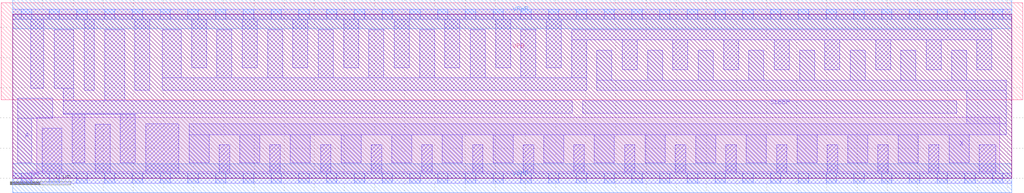
<source format=lef>
# Copyright 2020 The SkyWater PDK Authors
#
# Licensed under the Apache License, Version 2.0 (the "License");
# you may not use this file except in compliance with the License.
# You may obtain a copy of the License at
#
#     https://www.apache.org/licenses/LICENSE-2.0
#
# Unless required by applicable law or agreed to in writing, software
# distributed under the License is distributed on an "AS IS" BASIS,
# WITHOUT WARRANTIES OR CONDITIONS OF ANY KIND, either express or implied.
# See the License for the specific language governing permissions and
# limitations under the License.
#
# SPDX-License-Identifier: Apache-2.0

VERSION 5.7 ;

BUSBITCHARS "[]" ;
DIVIDERCHAR "/" ;

UNITS
  TIME NANOSECONDS 1 ;
  CAPACITANCE PICOFARADS 1 ;
  RESISTANCE OHMS 1 ;
  DATABASE MICRONS 1000 ;
END UNITS

MANUFACTURINGGRID 0.005 ;
USEMINSPACING OBS OFF ;

PROPERTYDEFINITIONS
  LAYER LEF58_TYPE STRING ;
END PROPERTYDEFINITIONS

# High density, single height
SITE unithd
  SYMMETRY Y ;
  CLASS CORE ;
  SIZE 0.46 BY 2.72 ;
END unithd

# High density, double height
SITE unithddbl
  SYMMETRY Y ;
  CLASS CORE ;
  SIZE 0.46 BY 5.44 ;
END unithddbl

LAYER nwell
  TYPE MASTERSLICE ;
  PROPERTY LEF58_TYPE "TYPE NWELL ;" ;
END nwell

LAYER pwell
  TYPE MASTERSLICE ;
  PROPERTY LEF58_TYPE "TYPE PWELL ;" ;
END pwell

LAYER li1
  TYPE ROUTING ;
  DIRECTION VERTICAL ;

  PITCH 0.46 0.34 ;
  OFFSET 0.23 0.17 ;

  WIDTH 0.17 ;          # LI 1
  # SPACING  0.17 ;     # LI 2
  SPACINGTABLE
     PARALLELRUNLENGTH 0
     WIDTH 0 0.17 ;
  AREA 0.0561 ;         # LI 6
  THICKNESS 0.1 ;
  EDGECAPACITANCE 40.697E-6 ;
  CAPACITANCE CPERSQDIST 36.9866E-6 ;
  RESISTANCE RPERSQ 17.0 ;

  ANTENNAMODEL OXIDE1 ;
  ANTENNADIFFSIDEAREARATIO PWL ( ( 0 75 ) ( 0.0125 75 ) ( 0.0225 85.125 ) ( 22.5 10200 ) ) ;
END li1

LAYER mcon
  TYPE CUT ;

  WIDTH 0.17 ;                # Mcon 1
  SPACING 0.19 ;              # Mcon 2
  ENCLOSURE BELOW 0 0 ;       # Mcon 4
  ENCLOSURE ABOVE 0.03 0.06 ; # Met1 4 / Met1 5
  RESISTANCE 23.0 ;

  ANTENNADIFFAREARATIO PWL ( ( 0 3 ) ( 0.0125 3 ) ( 0.0225 3.405 ) ( 22.5 408 ) ) ;
  DCCURRENTDENSITY AVERAGE 0.36 ; # mA per via Iavg_max at Tj = 90oC

END mcon

LAYER met1
  TYPE ROUTING ;
  DIRECTION HORIZONTAL ;

  PITCH 0.34 ;
  OFFSET 0.17 ;

  WIDTH 0.14 ;                     # Met1 1
  # SPACING 0.14 ;                 # Met1 2
  # SPACING 0.28 RANGE 3.001 100 ; # Met1 3b
  SPACINGTABLE
     PARALLELRUNLENGTH 0
     WIDTH 0 0.14
     WIDTH 3 0.28 ;
  AREA 0.083 ;                     # Met1 6
  THICKNESS 0.35 ;
  MINENCLOSEDAREA 0.14 ;

  ANTENNAMODEL OXIDE1 ;
  ANTENNADIFFSIDEAREARATIO PWL ( ( 0 400 ) ( 0.0125 400 ) ( 0.0225 2609 ) ( 22.5 11600 ) ) ;

  EDGECAPACITANCE 40.567E-6 ;
  CAPACITANCE CPERSQDIST 25.7784E-6 ;
  DCCURRENTDENSITY AVERAGE 2.8 ; # mA/um Iavg_max at Tj = 90oC
  ACCURRENTDENSITY RMS 6.1 ; # mA/um Irms_max at Tj = 90oC
  MAXIMUMDENSITY 70 ;
  DENSITYCHECKWINDOW 700 700 ;
  DENSITYCHECKSTEP 70 ;

  RESISTANCE RPERSQ 0.145 ;
END met1

LAYER via
  TYPE CUT ;
  WIDTH 0.15 ;                  # Via 1a
  SPACING 0.17 ;                # Via 2
  ENCLOSURE BELOW 0.055 0.085 ; # Via 4a / Via 5a
  ENCLOSURE ABOVE 0.055 0.085 ; # Met2 4 / Met2 5
  RESISTANCE 15.0 ;

  ANTENNADIFFAREARATIO PWL ( ( 0 6 ) ( 0.0125 6 ) ( 0.0225 6.81 ) ( 22.5 816 ) ) ;
  DCCURRENTDENSITY AVERAGE 0.29 ; # mA per via Iavg_max at Tj = 90oC
END via

LAYER met2
  TYPE ROUTING ;
  DIRECTION VERTICAL ;

  PITCH 0.46 ;
  OFFSET 0.23 ;

  WIDTH 0.14 ;                        # Met2 1
  # SPACING  0.14 ;                   # Met2 2
  # SPACING  0.28 RANGE 3.001 100 ;   # Met2 3b
  SPACINGTABLE
     PARALLELRUNLENGTH 0
     WIDTH 0 0.14
     WIDTH 3 0.28 ;
  AREA 0.0676 ;                       # Met2 6
  THICKNESS 0.35 ;
  MINENCLOSEDAREA 0.14 ;

  EDGECAPACITANCE 37.759E-6 ;
  CAPACITANCE CPERSQDIST 16.9423E-6 ;
  RESISTANCE RPERSQ 0.145 ;
  DCCURRENTDENSITY AVERAGE 2.8 ; # mA/um Iavg_max at Tj = 90oC
  ACCURRENTDENSITY RMS 6.1 ; # mA/um Irms_max at Tj = 90oC

  ANTENNAMODEL OXIDE1 ;
  ANTENNADIFFSIDEAREARATIO PWL ( ( 0 400 ) ( 0.0125 400 ) ( 0.0225 2609 ) ( 22.5 11600 ) ) ;

  MAXIMUMDENSITY 70 ;
  DENSITYCHECKWINDOW 700 700 ;
  DENSITYCHECKSTEP 70 ;
END met2

# ******** Layer via2, type routing, number 44 **************
LAYER via2
  TYPE CUT ;
  WIDTH 0.2 ;                   # Via2 1
  SPACING 0.2 ;                 # Via2 2
  ENCLOSURE BELOW 0.04 0.085 ;  # Via2 4
  ENCLOSURE ABOVE 0.065 0.065 ; # Met3 4
  RESISTANCE 8.0 ;
  ANTENNADIFFAREARATIO PWL ( ( 0 6 ) ( 0.0125 6 ) ( 0.0225 6.81 ) ( 22.5 816 ) ) ;
  DCCURRENTDENSITY AVERAGE 0.48 ; # mA per via Iavg_max at Tj = 90oC
END via2

LAYER met3
  TYPE ROUTING ;
  DIRECTION HORIZONTAL ;

  PITCH 0.68 ;
  OFFSET 0.34 ;

  WIDTH 0.3 ;              # Met3 1
  # SPACING 0.3 ;          # Met3 2
  SPACINGTABLE
     PARALLELRUNLENGTH 0
     WIDTH 0 0.3
     WIDTH 3 0.4 ;
  AREA 0.24 ;              # Met3 6
  THICKNESS 0.8 ;

  EDGECAPACITANCE 40.989E-6 ;
  CAPACITANCE CPERSQDIST 12.3729E-6 ;
  RESISTANCE RPERSQ 0.056 ;
  DCCURRENTDENSITY AVERAGE 6.8 ; # mA/um Iavg_max at Tj = 90oC
  ACCURRENTDENSITY RMS 14.9 ; # mA/um Irms_max at Tj = 90oC

  ANTENNAMODEL OXIDE1 ;
  ANTENNADIFFSIDEAREARATIO PWL ( ( 0 400 ) ( 0.0125 400 ) ( 0.0225 2609 ) ( 22.5 11600 ) ) ;

  MAXIMUMDENSITY 70 ;
  DENSITYCHECKWINDOW 700 700 ;
  DENSITYCHECKSTEP 70 ;
END met3

LAYER via3
  TYPE CUT ;
  WIDTH 0.2 ;                   # Via3 1
  SPACING 0.2 ;                 # Via3 2
  ENCLOSURE BELOW 0.06 0.09 ;   # Via3 4 / Via3 5
  ENCLOSURE ABOVE 0.065 0.065 ; # Met4 3
  RESISTANCE 8.0 ;
  ANTENNADIFFAREARATIO PWL ( ( 0 6 ) ( 0.0125 6 ) ( 0.0225 6.81 ) ( 22.5 816 ) ) ;
  DCCURRENTDENSITY AVERAGE 0.48 ; # mA per via Iavg_max at Tj = 90oC
END via3

LAYER met4
  TYPE ROUTING ;
  DIRECTION VERTICAL ;

  PITCH 0.92 ;
  OFFSET 0.46 ;

  WIDTH 0.3 ;             # Met4 1
  # SPACING  0.3 ;             # Met4 2
  SPACINGTABLE
     PARALLELRUNLENGTH 0
     WIDTH 0 0.3
     WIDTH 3 0.4 ;
  AREA 0.24 ;            # Met4 4a

  THICKNESS 0.8 ;

  EDGECAPACITANCE 36.676E-6 ;
  CAPACITANCE CPERSQDIST 8.41537E-6 ;
  RESISTANCE RPERSQ 0.056 ;
  DCCURRENTDENSITY AVERAGE 6.8 ; # mA/um Iavg_max at Tj = 90oC
  ACCURRENTDENSITY RMS 14.9 ; # mA/um Irms_max at Tj = 90oC

  ANTENNAMODEL OXIDE1 ;
  ANTENNADIFFSIDEAREARATIO PWL ( ( 0 400 ) ( 0.0125 400 ) ( 0.0225 2609 ) ( 22.5 11600 ) ) ;

  MAXIMUMDENSITY 70 ;
  DENSITYCHECKWINDOW 700 700 ;
  DENSITYCHECKSTEP 70 ;
END met4

LAYER via4
  TYPE CUT ;

  WIDTH 0.8 ;                 # Via4 1
  SPACING 0.8 ;               # Via4 2
  ENCLOSURE BELOW 0.19 0.19 ; # Via4 4
  ENCLOSURE ABOVE 0.31 0.31 ; # Met5 3
  RESISTANCE 0.891 ;
  ANTENNADIFFAREARATIO PWL ( ( 0 6 ) ( 0.0125 6 ) ( 0.0225 6.81 ) ( 22.5 816 ) ) ;
  DCCURRENTDENSITY AVERAGE 2.49 ; # mA per via Iavg_max at Tj = 90oC
END via4

LAYER met5
  TYPE ROUTING ;
  DIRECTION HORIZONTAL ;

  PITCH 3.4 ;
  OFFSET 1.7 ;

  WIDTH 1.6 ;            # Met5 1
  #SPACING  1.6 ;        # Met5 2
  SPACINGTABLE
     PARALLELRUNLENGTH 0
     WIDTH 0 1.6 ;
  AREA 4 ;               # Met5 4

  THICKNESS 1.2 ;

  EDGECAPACITANCE 38.851E-6 ;
  CAPACITANCE CPERSQDIST 6.32063E-6 ;
  RESISTANCE RPERSQ 0.0358 ;
  DCCURRENTDENSITY AVERAGE 10.17 ; # mA/um Iavg_max at Tj = 90oC
  ACCURRENTDENSITY RMS 22.34 ; # mA/um Irms_max at Tj = 90oC

  ANTENNAMODEL OXIDE1 ;
  ANTENNADIFFSIDEAREARATIO PWL ( ( 0 400 ) ( 0.0125 400 ) ( 0.0225 2609 ) ( 22.5 11600 ) ) ;
END met5


### Routing via cells section   ###
# Plus via rule, metals are along the prefered direction
VIA L1M1_PR DEFAULT
  LAYER mcon ;
  RECT -0.085 -0.085 0.085 0.085 ;
  LAYER li1 ;
  RECT -0.085 -0.085 0.085 0.085 ;
  LAYER met1 ;
  RECT -0.145 -0.115 0.145 0.115 ;
END L1M1_PR

VIARULE L1M1_PR GENERATE
  LAYER li1 ;
  ENCLOSURE 0 0 ;
  LAYER met1 ;
  ENCLOSURE 0.06 0.03 ;
  LAYER mcon ;
  RECT -0.085 -0.085 0.085 0.085 ;
  SPACING 0.36 BY 0.36 ;
END L1M1_PR

# Plus via rule, metals are along the non prefered direction
VIA L1M1_PR_R DEFAULT
  LAYER mcon ;
  RECT -0.085 -0.085 0.085 0.085 ;
  LAYER li1 ;
  RECT -0.085 -0.085 0.085 0.085 ;
  LAYER met1 ;
  RECT -0.115 -0.145 0.115 0.145 ;
END L1M1_PR_R

VIARULE L1M1_PR_R GENERATE
  LAYER li1 ;
  ENCLOSURE 0 0 ;
  LAYER met1 ;
  ENCLOSURE 0.03 0.06 ;
  LAYER mcon ;
  RECT -0.085 -0.085 0.085 0.085 ;
  SPACING 0.36 BY 0.36 ;
END L1M1_PR_R

# Minus via rule, lower layer metal is along prefered direction
VIA L1M1_PR_M DEFAULT
  LAYER mcon ;
  RECT -0.085 -0.085 0.085 0.085 ;
  LAYER li1 ;
  RECT -0.085 -0.085 0.085 0.085 ;
  LAYER met1 ;
  RECT -0.115 -0.145 0.115 0.145 ;
END L1M1_PR_M

VIARULE L1M1_PR_M GENERATE
  LAYER li1 ;
  ENCLOSURE 0 0 ;
  LAYER met1 ;
  ENCLOSURE 0.03 0.06 ;
  LAYER mcon ;
  RECT -0.085 -0.085 0.085 0.085 ;
  SPACING 0.36 BY 0.36 ;
END L1M1_PR_M

# Minus via rule, upper layer metal is along prefered direction
VIA L1M1_PR_MR DEFAULT
  LAYER mcon ;
  RECT -0.085 -0.085 0.085 0.085 ;
  LAYER li1 ;
  RECT -0.085 -0.085 0.085 0.085 ;
  LAYER met1 ;
  RECT -0.145 -0.115 0.145 0.115 ;
END L1M1_PR_MR

VIARULE L1M1_PR_MR GENERATE
  LAYER li1 ;
  ENCLOSURE 0 0 ;
  LAYER met1 ;
  ENCLOSURE 0.06 0.03 ;
  LAYER mcon ;
  RECT -0.085 -0.085 0.085 0.085 ;
  SPACING 0.36 BY 0.36 ;
END L1M1_PR_MR

# Centered via rule, we really do not want to use it
VIA L1M1_PR_C DEFAULT
  LAYER mcon ;
  RECT -0.085 -0.085 0.085 0.085 ;
  LAYER li1 ;
  RECT -0.085 -0.085 0.085 0.085 ;
  LAYER met1 ;
  RECT -0.145 -0.145 0.145 0.145 ;
END L1M1_PR_C

VIARULE L1M1_PR_C GENERATE
  LAYER li1 ;
  ENCLOSURE 0 0 ;
  LAYER met1 ;
  ENCLOSURE 0.06 0.06 ;
  LAYER mcon ;
  RECT -0.085 -0.085 0.085 0.085 ;
  SPACING 0.36 BY 0.36 ;
END L1M1_PR_C

# Plus via rule, metals are along the prefered direction
VIA M1M2_PR DEFAULT
  LAYER via ;
  RECT -0.075 -0.075 0.075 0.075 ;
  LAYER met1 ;
  RECT -0.16 -0.13 0.16 0.13 ;
  LAYER met2 ;
  RECT -0.13 -0.16 0.13 0.16 ;
END M1M2_PR

VIARULE M1M2_PR GENERATE
  LAYER met1 ;
  ENCLOSURE 0.085 0.055 ;
  LAYER met2 ;
  ENCLOSURE 0.055 0.085 ;
  LAYER via ;
  RECT -0.075 -0.075 0.075 0.075 ;
  SPACING 0.32 BY 0.32 ;
END M1M2_PR

# Plus via rule, metals are along the non prefered direction
VIA M1M2_PR_R DEFAULT
  LAYER via ;
  RECT -0.075 -0.075 0.075 0.075 ;
  LAYER met1 ;
  RECT -0.13 -0.16 0.13 0.16 ;
  LAYER met2 ;
  RECT -0.16 -0.13 0.16 0.13 ;
END M1M2_PR_R

VIARULE M1M2_PR_R GENERATE
  LAYER met1 ;
  ENCLOSURE 0.055 0.085 ;
  LAYER met2 ;
  ENCLOSURE 0.085 0.055 ;
  LAYER via ;
  RECT -0.075 -0.075 0.075 0.075 ;
  SPACING 0.32 BY 0.32 ;
END M1M2_PR_R

# Minus via rule, lower layer metal is along prefered direction
VIA M1M2_PR_M DEFAULT
  LAYER via ;
  RECT -0.075 -0.075 0.075 0.075 ;
  LAYER met1 ;
  RECT -0.16 -0.13 0.16 0.13 ;
  LAYER met2 ;
  RECT -0.16 -0.13 0.16 0.13 ;
END M1M2_PR_M

VIARULE M1M2_PR_M GENERATE
  LAYER met1 ;
  ENCLOSURE 0.085 0.055 ;
  LAYER met2 ;
  ENCLOSURE 0.085 0.055 ;
  LAYER via ;
  RECT -0.075 -0.075 0.075 0.075 ;
  SPACING 0.32 BY 0.32 ;
END M1M2_PR_M

# Minus via rule, upper layer metal is along prefered direction
VIA M1M2_PR_MR DEFAULT
  LAYER via ;
  RECT -0.075 -0.075 0.075 0.075 ;
  LAYER met1 ;
  RECT -0.13 -0.16 0.13 0.16 ;
  LAYER met2 ;
  RECT -0.13 -0.16 0.13 0.16 ;
END M1M2_PR_MR

VIARULE M1M2_PR_MR GENERATE
  LAYER met1 ;
  ENCLOSURE 0.055 0.085 ;
  LAYER met2 ;
  ENCLOSURE 0.055 0.085 ;
  LAYER via ;
  RECT -0.075 -0.075 0.075 0.075 ;
  SPACING 0.32 BY 0.32 ;
END M1M2_PR_MR

# Centered via rule, we really do not want to use it
VIA M1M2_PR_C DEFAULT
  LAYER via ;
  RECT -0.075 -0.075 0.075 0.075 ;
  LAYER met1 ;
  RECT -0.16 -0.16 0.16 0.16 ;
  LAYER met2 ;
  RECT -0.16 -0.16 0.16 0.16 ;
END M1M2_PR_C

VIARULE M1M2_PR_C GENERATE
  LAYER met1 ;
  ENCLOSURE 0.085 0.085 ;
  LAYER met2 ;
  ENCLOSURE 0.085 0.085 ;
  LAYER via ;
  RECT -0.075 -0.075 0.075 0.075 ;
  SPACING 0.32 BY 0.32 ;
END M1M2_PR_C

# Plus via rule, metals are along the prefered direction
VIA M2M3_PR DEFAULT
  LAYER via2 ;
  RECT -0.1 -0.1 0.1 0.1 ;
  LAYER met2 ;
  RECT -0.14 -0.185 0.14 0.185 ;
  LAYER met3 ;
  RECT -0.165 -0.165 0.165 0.165 ;
END M2M3_PR

VIARULE M2M3_PR GENERATE
  LAYER met2 ;
  ENCLOSURE 0.04 0.085 ;
  LAYER met3 ;
  ENCLOSURE 0.065 0.065 ;
  LAYER via2 ;
  RECT -0.1 -0.1 0.1 0.1 ;
  SPACING 0.4 BY 0.4 ;
END M2M3_PR

# Plus via rule, metals are along the non prefered direction
VIA M2M3_PR_R DEFAULT
  LAYER via2 ;
  RECT -0.1 -0.1 0.1 0.1 ;
  LAYER met2 ;
  RECT -0.185 -0.14 0.185 0.14 ;
  LAYER met3 ;
  RECT -0.165 -0.165 0.165 0.165 ;
END M2M3_PR_R

VIARULE M2M3_PR_R GENERATE
  LAYER met2 ;
  ENCLOSURE 0.085 0.04 ;
  LAYER met3 ;
  ENCLOSURE 0.065 0.065 ;
  LAYER via2 ;
  RECT -0.1 -0.1 0.1 0.1 ;
  SPACING 0.4 BY 0.4 ;
END M2M3_PR_R

# Minus via rule, lower layer metal is along prefered direction
VIA M2M3_PR_M DEFAULT
  LAYER via2 ;
  RECT -0.1 -0.1 0.1 0.1 ;
  LAYER met2 ;
  RECT -0.14 -0.185 0.14 0.185 ;
  LAYER met3 ;
  RECT -0.165 -0.165 0.165 0.165 ;
END M2M3_PR_M

VIARULE M2M3_PR_M GENERATE
  LAYER met2 ;
  ENCLOSURE 0.04 0.085 ;
  LAYER met3 ;
  ENCLOSURE 0.065 0.065 ;
  LAYER via2 ;
  RECT -0.1 -0.1 0.1 0.1 ;
  SPACING 0.4 BY 0.4 ;
END M2M3_PR_M

# Minus via rule, upper layer metal is along prefered direction
VIA M2M3_PR_MR DEFAULT
  LAYER via2 ;
  RECT -0.1 -0.1 0.1 0.1 ;
  LAYER met2 ;
  RECT -0.185 -0.14 0.185 0.14 ;
  LAYER met3 ;
  RECT -0.165 -0.165 0.165 0.165 ;
END M2M3_PR_MR

VIARULE M2M3_PR_MR GENERATE
  LAYER met2 ;
  ENCLOSURE 0.085 0.04 ;
  LAYER met3 ;
  ENCLOSURE 0.065 0.065 ;
  LAYER via2 ;
  RECT -0.1 -0.1 0.1 0.1 ;
  SPACING 0.4 BY 0.4 ;
END M2M3_PR_MR

# Centered via rule, we really do not want to use it
VIA M2M3_PR_C DEFAULT
  LAYER via2 ;
  RECT -0.1 -0.1 0.1 0.1 ;
  LAYER met2 ;
  RECT -0.185 -0.185 0.185 0.185 ;
  LAYER met3 ;
  RECT -0.165 -0.165 0.165 0.165 ;
END M2M3_PR_C

VIARULE M2M3_PR_C GENERATE
  LAYER met2 ;
  ENCLOSURE 0.085 0.085 ;
  LAYER met3 ;
  ENCLOSURE 0.065 0.065 ;
  LAYER via2 ;
  RECT -0.1 -0.1 0.1 0.1 ;
  SPACING 0.4 BY 0.4 ;
END M2M3_PR_C

# Plus via rule, metals are along the prefered direction
VIA M3M4_PR DEFAULT
  LAYER via3 ;
  RECT -0.1 -0.1 0.1 0.1 ;
  LAYER met3 ;
  RECT -0.19 -0.16 0.19 0.16 ;
  LAYER met4 ;
  RECT -0.165 -0.165 0.165 0.165 ;
END M3M4_PR

VIARULE M3M4_PR GENERATE
  LAYER met3 ;
  ENCLOSURE 0.09 0.06 ;
  LAYER met4 ;
  ENCLOSURE 0.065 0.065 ;
  LAYER via3 ;
  RECT -0.1 -0.1 0.1 0.1 ;
  SPACING 0.4 BY 0.4 ;
END M3M4_PR

# Plus via rule, metals are along the non prefered direction
VIA M3M4_PR_R DEFAULT
  LAYER via3 ;
  RECT -0.1 -0.1 0.1 0.1 ;
  LAYER met3 ;
  RECT -0.16 -0.19 0.16 0.19 ;
  LAYER met4 ;
  RECT -0.165 -0.165 0.165 0.165 ;
END M3M4_PR_R

VIARULE M3M4_PR_R GENERATE
  LAYER met3 ;
  ENCLOSURE 0.06 0.09 ;
  LAYER met4 ;
  ENCLOSURE 0.065 0.065 ;
  LAYER via3 ;
  RECT -0.1 -0.1 0.1 0.1 ;
  SPACING 0.4 BY 0.4 ;
END M3M4_PR_R

# Minus via rule, lower layer metal is along prefered direction
VIA M3M4_PR_M DEFAULT
  LAYER via3 ;
  RECT -0.1 -0.1 0.1 0.1 ;
  LAYER met3 ;
  RECT -0.19 -0.16 0.19 0.16 ;
  LAYER met4 ;
  RECT -0.165 -0.165 0.165 0.165 ;
END M3M4_PR_M

VIARULE M3M4_PR_M GENERATE
  LAYER met3 ;
  ENCLOSURE 0.09 0.06 ;
  LAYER met4 ;
  ENCLOSURE 0.065 0.065 ;
  LAYER via3 ;
  RECT -0.1 -0.1 0.1 0.1 ;
  SPACING 0.4 BY 0.4 ;
END M3M4_PR_M

# Minus via rule, upper layer metal is along prefered direction
VIA M3M4_PR_MR DEFAULT
  LAYER via3 ;
  RECT -0.1 -0.1 0.1 0.1 ;
  LAYER met3 ;
  RECT -0.16 -0.19 0.16 0.19 ;
  LAYER met4 ;
  RECT -0.165 -0.165 0.165 0.165 ;
END M3M4_PR_MR

VIARULE M3M4_PR_MR GENERATE
  LAYER met3 ;
  ENCLOSURE 0.06 0.09 ;
  LAYER met4 ;
  ENCLOSURE 0.065 0.065 ;
  LAYER via3 ;
  RECT -0.1 -0.1 0.1 0.1 ;
  SPACING 0.4 BY 0.4 ;
END M3M4_PR_MR

# Centered via rule, we really do not want to use it
VIA M3M4_PR_C DEFAULT
  LAYER via3 ;
  RECT -0.1 -0.1 0.1 0.1 ;
  LAYER met3 ;
  RECT -0.19 -0.19 0.19 0.19 ;
  LAYER met4 ;
  RECT -0.165 -0.165 0.165 0.165 ;
END M3M4_PR_C

VIARULE M3M4_PR_C GENERATE
  LAYER met3 ;
  ENCLOSURE 0.09 0.09 ;
  LAYER met4 ;
  ENCLOSURE 0.065 0.065 ;
  LAYER via3 ;
  RECT -0.1 -0.1 0.1 0.1 ;
  SPACING 0.4 BY 0.4 ;
END M3M4_PR_C

# Plus via rule, metals are along the prefered direction
VIA M4M5_PR DEFAULT
  LAYER via4 ;
  RECT -0.4 -0.4 0.4 0.4 ;
  LAYER met4 ;
  RECT -0.59 -0.59 0.59 0.59 ;
  LAYER met5 ;
  RECT -0.71 -0.71 0.71 0.71 ;
END M4M5_PR

VIARULE M4M5_PR GENERATE
  LAYER met4 ;
  ENCLOSURE 0.19 0.19 ;
  LAYER met5 ;
  ENCLOSURE 0.31 0.31 ;
  LAYER via4 ;
  RECT -0.4 -0.4 0.4 0.4 ;
  SPACING 1.6 BY 1.6 ;
END M4M5_PR

# Plus via rule, metals are along the non prefered direction
VIA M4M5_PR_R DEFAULT
  LAYER via4 ;
  RECT -0.4 -0.4 0.4 0.4 ;
  LAYER met4 ;
  RECT -0.59 -0.59 0.59 0.59 ;
  LAYER met5 ;
  RECT -0.71 -0.71 0.71 0.71 ;
END M4M5_PR_R

VIARULE M4M5_PR_R GENERATE
  LAYER met4 ;
  ENCLOSURE 0.19 0.19 ;
  LAYER met5 ;
  ENCLOSURE 0.31 0.31 ;
  LAYER via4 ;
  RECT -0.4 -0.4 0.4 0.4 ;
  SPACING 1.6 BY 1.6 ;
END M4M5_PR_R

# Minus via rule, lower layer metal is along prefered direction
VIA M4M5_PR_M DEFAULT
  LAYER via4 ;
  RECT -0.4 -0.4 0.4 0.4 ;
  LAYER met4 ;
  RECT -0.59 -0.59 0.59 0.59 ;
  LAYER met5 ;
  RECT -0.71 -0.71 0.71 0.71 ;
END M4M5_PR_M

VIARULE M4M5_PR_M GENERATE
  LAYER met4 ;
  ENCLOSURE 0.19 0.19 ;
  LAYER met5 ;
  ENCLOSURE 0.31 0.31 ;
  LAYER via4 ;
  RECT -0.4 -0.4 0.4 0.4 ;
  SPACING 1.6 BY 1.6 ;
END M4M5_PR_M

# Minus via rule, upper layer metal is along prefered direction
VIA M4M5_PR_MR DEFAULT
  LAYER via4 ;
  RECT -0.4 -0.4 0.4 0.4 ;
  LAYER met4 ;
  RECT -0.59 -0.59 0.59 0.59 ;
  LAYER met5 ;
  RECT -0.71 -0.71 0.71 0.71 ;
END M4M5_PR_MR

VIARULE M4M5_PR_MR GENERATE
  LAYER met4 ;
  ENCLOSURE 0.19 0.19 ;
  LAYER met5 ;
  ENCLOSURE 0.31 0.31 ;
  LAYER via4 ;
  RECT -0.4 -0.4 0.4 0.4 ;
  SPACING 1.6 BY 1.6 ;
END M4M5_PR_MR

# Centered via rule, we really do not want to use it
VIA M4M5_PR_C DEFAULT
  LAYER via4 ;
  RECT -0.4 -0.4 0.4 0.4 ;
  LAYER met4 ;
  RECT -0.59 -0.59 0.59 0.59 ;
  LAYER met5 ;
  RECT -0.71 -0.71 0.71 0.71 ;
END M4M5_PR_C

VIARULE M4M5_PR_C GENERATE
  LAYER met4 ;
  ENCLOSURE 0.19 0.19 ;
  LAYER met5 ;
  ENCLOSURE 0.31 0.31 ;
  LAYER via4 ;
  RECT -0.4 -0.4 0.4 0.4 ;
  SPACING 1.6 BY 1.6 ;
END M4M5_PR_C
###  end of single via cells   ###


MACRO sky130_ef_sc_hd__decap_12
  CLASS BLOCK ;
  FOREIGN sky130_ef_sc_hd__decap_12 ;
  ORIGIN 0.000 0.000 ;
  SIZE 5.520 BY 2.720 ;
  PIN VGND
    DIRECTION INPUT ;
    USE GROUND ;
    PORT
      LAYER met1 ;
        RECT 0.000 -0.240 5.520 0.240 ;
    END
  END VGND
  PIN VPWR
    DIRECTION INPUT ;
    USE POWER ;
    PORT
      LAYER met1 ;
        RECT 0.000 2.480 5.520 2.960 ;
    END
  END VPWR
  PIN VPB
    DIRECTION INPUT ;
    USE POWER ;
    PORT
      LAYER nwell ;
        RECT -0.190 1.305 5.710 2.910 ;
    END
  END VPB
  PIN VNB
    DIRECTION INPUT ;
    USE GROUND ;
    PORT
      LAYER pwell ;
        RECT 0.005 0.105 5.515 0.915 ;
        RECT 0.145 -0.085 0.315 0.105 ;
    END
  END VNB
  OBS
      LAYER li1 ;
        RECT 0.000 2.635 5.520 2.805 ;
        RECT 0.085 2.200 5.430 2.635 ;
        RECT 1.670 0.630 2.010 1.460 ;
        RECT 3.490 0.950 3.840 2.200 ;
        RECT 0.085 0.085 5.430 0.630 ;
        RECT 0.000 -0.085 5.520 0.085 ;
      LAYER mcon ;
        RECT 0.145 2.635 0.315 2.805 ;
        RECT 0.605 2.635 0.775 2.805 ;
        RECT 1.065 2.635 1.235 2.805 ;
        RECT 1.525 2.635 1.695 2.805 ;
        RECT 1.985 2.635 2.155 2.805 ;
        RECT 2.445 2.635 2.615 2.805 ;
        RECT 2.905 2.635 3.075 2.805 ;
        RECT 3.365 2.635 3.535 2.805 ;
        RECT 3.825 2.635 3.995 2.805 ;
        RECT 4.285 2.635 4.455 2.805 ;
        RECT 4.745 2.635 4.915 2.805 ;
        RECT 5.205 2.635 5.375 2.805 ;
        RECT 0.145 -0.085 0.315 0.085 ;
        RECT 0.605 -0.085 0.775 0.085 ;
        RECT 1.065 -0.085 1.235 0.085 ;
        RECT 1.525 -0.085 1.695 0.085 ;
        RECT 1.985 -0.085 2.155 0.085 ;
        RECT 2.445 -0.085 2.615 0.085 ;
        RECT 2.905 -0.085 3.075 0.085 ;
        RECT 3.365 -0.085 3.535 0.085 ;
        RECT 3.825 -0.085 3.995 0.085 ;
        RECT 4.285 -0.085 4.455 0.085 ;
        RECT 4.745 -0.085 4.915 0.085 ;
        RECT 5.205 -0.085 5.375 0.085 ;
  END
END sky130_ef_sc_hd__decap_12
MACRO sky130_ef_sc_hd__fakediode_2
  CLASS CORE SPACER ;
  FOREIGN sky130_ef_sc_hd__fakediode_2 ;
  ORIGIN 0.000 0.000 ;
  SIZE 0.920 BY 2.720 ;
  SYMMETRY X Y R90 ;
  SITE unithd ;
  PIN DIODE
    DIRECTION INPUT ;
    USE SIGNAL ;
    PORT
      LAYER li1 ;
        RECT 0.085 0.255 0.835 2.465 ;
    END
  END DIODE
  PIN VGND
    DIRECTION INOUT ;
    USE GROUND ;
    SHAPE ABUTMENT ;
    PORT
      LAYER met1 ;
        RECT 0.000 -0.240 0.920 0.240 ;
    END
  END VGND
  PIN VPWR
    DIRECTION INOUT ;
    USE POWER ;
    SHAPE ABUTMENT ;
    PORT
      LAYER met1 ;
        RECT 0.000 2.480 0.920 2.960 ;
    END
  END VPWR
  PIN VPB
    DIRECTION INOUT ;
    USE POWER ;
    PORT
      LAYER nwell ;
        RECT -0.190 1.305 1.110 2.910 ;
    END
  END VPB
  PIN VNB
    DIRECTION INOUT ;
    USE GROUND ;
    PORT
      LAYER pwell ;
        RECT 0.025 0.065 0.915 1.015 ;
        RECT 0.145 -0.085 0.315 0.065 ;
    END
  END VNB
  OBS
      LAYER li1 ;
        RECT 0.000 2.635 0.920 2.805 ;
        RECT 0.000 -0.085 0.920 0.085 ;
      LAYER mcon ;
        RECT 0.145 2.635 0.315 2.805 ;
        RECT 0.605 2.635 0.775 2.805 ;
        RECT 0.145 -0.085 0.315 0.085 ;
        RECT 0.605 -0.085 0.775 0.085 ;
  END
END sky130_ef_sc_hd__fakediode_2
MACRO sky130_ef_sc_hd__fill_8
  CLASS CORE SPACER ;
  FOREIGN sky130_ef_sc_hd__fill_8 ;
  ORIGIN 0.000 0.000 ;
  SIZE 3.680 BY 2.720 ;
  SYMMETRY X Y R90 ;
  SITE unithd ;
  PIN VGND
    DIRECTION INOUT ;
    USE GROUND ;
    SHAPE ABUTMENT ;
    PORT
      LAYER met1 ;
        RECT 0.000 -0.240 3.680 0.240 ;
    END
  END VGND
  PIN VPWR
    DIRECTION INOUT ;
    USE POWER ;
    SHAPE ABUTMENT ;
    PORT
      LAYER met1 ;
        RECT 0.000 2.480 3.680 2.960 ;
    END
  END VPWR
  PIN VPB
    PORT
      LAYER nwell ;
        RECT -0.190 1.305 3.870 2.910 ;
    END
  END VPB
  PIN VNB
    PORT
      LAYER pwell ;
        RECT 0.025 0.065 3.655 1.015 ;
        RECT 0.130 -0.120 0.350 0.065 ;
    END
  END VNB
  OBS
      LAYER li1 ;
        RECT 0.000 2.635 3.680 2.805 ;
        RECT 0.000 -0.085 3.680 0.085 ;
      LAYER mcon ;
        RECT 0.145 2.635 0.315 2.805 ;
        RECT 0.605 2.635 0.775 2.805 ;
        RECT 1.065 2.635 1.235 2.805 ;
        RECT 1.525 2.635 1.695 2.805 ;
        RECT 1.985 2.635 2.155 2.805 ;
        RECT 2.445 2.635 2.615 2.805 ;
        RECT 2.905 2.635 3.075 2.805 ;
        RECT 3.365 2.635 3.535 2.805 ;
        RECT 0.145 -0.085 0.315 0.085 ;
        RECT 0.605 -0.085 0.775 0.085 ;
        RECT 1.065 -0.085 1.235 0.085 ;
        RECT 1.525 -0.085 1.695 0.085 ;
        RECT 1.985 -0.085 2.155 0.085 ;
        RECT 2.445 -0.085 2.615 0.085 ;
        RECT 2.905 -0.085 3.075 0.085 ;
        RECT 3.365 -0.085 3.535 0.085 ;
  END
END sky130_ef_sc_hd__fill_8
MACRO sky130_ef_sc_hd__fill_12
  CLASS CORE ;
  FOREIGN sky130_ef_sc_hd__fill_12 ;
  ORIGIN 0.000 0.000 ;
  SIZE 5.520 BY 2.720 ;
  SYMMETRY X Y R90 ;
  SITE unithd ;
  PIN VPWR
    USE POWER ;
    PORT
      LAYER met1 ;
        RECT 0.000 2.480 5.520 2.960 ;
    END
  END VPWR
  PIN VGND
    USE GROUND ;
    PORT
      LAYER met1 ;
        RECT 0.000 -0.240 5.520 0.240 ;
    END
  END VGND
  PIN VPB
    PORT
      LAYER nwell ;
        RECT -0.190 1.305 2.950 2.910 ;
    END
  END VPB
  PIN VNB
    PORT
      LAYER pwell ;
        RECT 0.005 0.105 2.755 0.915 ;
        RECT 0.145 -0.085 0.315 0.105 ;
    END
  END VNB
  OBS
      LAYER li1 ;
        RECT 0.000 2.635 5.520 2.805 ;
        RECT 0.085 1.545 2.675 2.635 ;
        RECT 0.085 0.855 1.295 1.375 ;
        RECT 1.465 1.025 2.675 1.545 ;
        RECT 0.085 0.085 2.675 0.855 ;
        RECT 0.000 -0.085 5.520 0.085 ;
      LAYER mcon ;
        RECT 0.145 2.635 0.315 2.805 ;
        RECT 0.605 2.635 0.775 2.805 ;
        RECT 1.065 2.635 1.235 2.805 ;
        RECT 1.525 2.635 1.695 2.805 ;
        RECT 1.985 2.635 2.155 2.805 ;
        RECT 2.445 2.635 2.615 2.805 ;
        RECT 2.905 2.635 3.075 2.805 ;
        RECT 3.365 2.635 3.535 2.805 ;
        RECT 3.825 2.635 3.995 2.805 ;
        RECT 4.285 2.635 4.455 2.805 ;
        RECT 4.745 2.635 4.915 2.805 ;
        RECT 5.205 2.635 5.375 2.805 ;
        RECT 0.145 -0.085 0.315 0.085 ;
        RECT 0.605 -0.085 0.775 0.085 ;
        RECT 1.065 -0.085 1.235 0.085 ;
        RECT 1.525 -0.085 1.695 0.085 ;
        RECT 1.985 -0.085 2.155 0.085 ;
        RECT 2.445 -0.085 2.615 0.085 ;
        RECT 2.905 -0.085 3.075 0.085 ;
        RECT 3.365 -0.085 3.535 0.085 ;
        RECT 3.825 -0.085 3.995 0.085 ;
        RECT 4.285 -0.085 4.455 0.085 ;
        RECT 4.745 -0.085 4.915 0.085 ;
        RECT 5.205 -0.085 5.375 0.085 ;
  END
END sky130_ef_sc_hd__fill_12
MACRO sky130_fd_sc_hd__a2bb2o_1
  CLASS CORE ;
  FOREIGN sky130_fd_sc_hd__a2bb2o_1 ;
  ORIGIN 0.000 0.000 ;
  SIZE 3.680 BY 2.720 ;
  SYMMETRY X Y R90 ;
  SITE unithd ;
  PIN A1_N
    DIRECTION INPUT ;
    USE SIGNAL ;
    ANTENNAGATEAREA 0.126000 ;
    PORT
      LAYER li1 ;
        RECT 0.910 0.995 1.240 1.615 ;
    END
  END A1_N
  PIN A2_N
    DIRECTION INPUT ;
    USE SIGNAL ;
    ANTENNAGATEAREA 0.126000 ;
    PORT
      LAYER li1 ;
        RECT 1.410 0.995 1.700 1.375 ;
    END
  END A2_N
  PIN B1
    DIRECTION INPUT ;
    USE SIGNAL ;
    ANTENNAGATEAREA 0.126000 ;
    PORT
      LAYER li1 ;
        RECT 3.280 0.765 3.540 1.655 ;
    END
  END B1
  PIN B2
    DIRECTION INPUT ;
    USE SIGNAL ;
    ANTENNAGATEAREA 0.126000 ;
    PORT
      LAYER li1 ;
        RECT 2.600 1.355 3.080 1.655 ;
        RECT 2.820 0.765 3.080 1.355 ;
    END
  END B2
  PIN VGND
    DIRECTION INOUT ;
    USE GROUND ;
    SHAPE ABUTMENT ;
    PORT
      LAYER met1 ;
        RECT 0.000 -0.240 3.680 0.240 ;
    END
  END VGND
  PIN VNB
    DIRECTION INOUT ;
    USE GROUND ;
    PORT
      LAYER pwell ;
        RECT 0.005 0.785 0.925 1.015 ;
        RECT 0.005 0.105 3.590 0.785 ;
        RECT 0.150 -0.085 0.320 0.105 ;
    END
  END VNB
  PIN VPB
    DIRECTION INOUT ;
    USE POWER ;
    PORT
      LAYER nwell ;
        RECT -0.190 1.305 3.870 2.910 ;
    END
  END VPB
  PIN VPWR
    DIRECTION INOUT ;
    USE POWER ;
    SHAPE ABUTMENT ;
    PORT
      LAYER met1 ;
        RECT 0.000 2.480 3.680 2.960 ;
    END
  END VPWR
  PIN X
    DIRECTION OUTPUT ;
    USE SIGNAL ;
    ANTENNADIFFAREA 0.429000 ;
    PORT
      LAYER li1 ;
        RECT 0.085 1.525 0.345 2.465 ;
        RECT 0.085 0.810 0.260 1.525 ;
        RECT 0.085 0.255 0.345 0.810 ;
    END
  END X
  OBS
      LAYER li1 ;
        RECT 0.000 2.635 3.680 2.805 ;
        RECT 0.515 2.235 0.845 2.635 ;
        RECT 1.990 2.370 2.245 2.465 ;
        RECT 1.105 2.200 2.245 2.370 ;
        RECT 2.415 2.255 2.745 2.425 ;
        RECT 1.105 1.975 1.275 2.200 ;
        RECT 0.515 1.805 1.275 1.975 ;
        RECT 1.990 2.065 2.245 2.200 ;
        RECT 0.515 1.325 0.685 1.805 ;
        RECT 1.540 1.715 1.710 1.905 ;
        RECT 1.990 1.895 2.400 2.065 ;
        RECT 1.540 1.545 2.060 1.715 ;
        RECT 0.430 0.995 0.685 1.325 ;
        RECT 1.890 0.825 2.060 1.545 ;
        RECT 1.180 0.655 2.060 0.825 ;
        RECT 2.230 0.870 2.400 1.895 ;
        RECT 2.575 2.005 2.745 2.255 ;
        RECT 2.915 2.175 3.165 2.635 ;
        RECT 3.335 2.005 3.515 2.465 ;
        RECT 2.575 1.835 3.515 2.005 ;
        RECT 2.230 0.700 2.580 0.870 ;
        RECT 0.515 0.085 0.945 0.530 ;
        RECT 1.180 0.255 1.350 0.655 ;
        RECT 1.520 0.085 2.240 0.485 ;
        RECT 2.410 0.255 2.580 0.700 ;
        RECT 3.155 0.085 3.555 0.595 ;
        RECT 0.000 -0.085 3.680 0.085 ;
      LAYER mcon ;
        RECT 0.145 2.635 0.315 2.805 ;
        RECT 0.605 2.635 0.775 2.805 ;
        RECT 1.065 2.635 1.235 2.805 ;
        RECT 1.525 2.635 1.695 2.805 ;
        RECT 1.985 2.635 2.155 2.805 ;
        RECT 2.445 2.635 2.615 2.805 ;
        RECT 2.905 2.635 3.075 2.805 ;
        RECT 3.365 2.635 3.535 2.805 ;
        RECT 0.145 -0.085 0.315 0.085 ;
        RECT 0.605 -0.085 0.775 0.085 ;
        RECT 1.065 -0.085 1.235 0.085 ;
        RECT 1.525 -0.085 1.695 0.085 ;
        RECT 1.985 -0.085 2.155 0.085 ;
        RECT 2.445 -0.085 2.615 0.085 ;
        RECT 2.905 -0.085 3.075 0.085 ;
        RECT 3.365 -0.085 3.535 0.085 ;
  END
END sky130_fd_sc_hd__a2bb2o_1
MACRO sky130_fd_sc_hd__a2bb2o_2
  CLASS CORE ;
  FOREIGN sky130_fd_sc_hd__a2bb2o_2 ;
  ORIGIN 0.000 0.000 ;
  SIZE 4.140 BY 2.720 ;
  SYMMETRY X Y R90 ;
  SITE unithd ;
  PIN A1_N
    DIRECTION INPUT ;
    USE SIGNAL ;
    ANTENNAGATEAREA 0.159000 ;
    PORT
      LAYER li1 ;
        RECT 1.345 0.995 1.675 1.615 ;
    END
  END A1_N
  PIN A2_N
    DIRECTION INPUT ;
    USE SIGNAL ;
    ANTENNAGATEAREA 0.159000 ;
    PORT
      LAYER li1 ;
        RECT 1.845 0.995 2.135 1.375 ;
    END
  END A2_N
  PIN B1
    DIRECTION INPUT ;
    USE SIGNAL ;
    ANTENNAGATEAREA 0.159000 ;
    PORT
      LAYER li1 ;
        RECT 3.730 0.765 3.990 1.655 ;
    END
  END B1
  PIN B2
    DIRECTION INPUT ;
    USE SIGNAL ;
    ANTENNAGATEAREA 0.159000 ;
    PORT
      LAYER li1 ;
        RECT 3.050 1.355 3.530 1.655 ;
        RECT 3.270 0.765 3.530 1.355 ;
    END
  END B2
  PIN VGND
    DIRECTION INOUT ;
    USE GROUND ;
    SHAPE ABUTMENT ;
    PORT
      LAYER met1 ;
        RECT 0.000 -0.240 4.140 0.240 ;
    END
  END VGND
  PIN VNB
    DIRECTION INOUT ;
    USE GROUND ;
    PORT
      LAYER pwell ;
        RECT 0.015 0.785 1.360 1.015 ;
        RECT 0.015 0.105 4.040 0.785 ;
        RECT 0.125 -0.085 0.295 0.105 ;
    END
  END VNB
  PIN VPB
    DIRECTION INOUT ;
    USE POWER ;
    PORT
      LAYER nwell ;
        RECT -0.190 1.305 4.330 2.910 ;
    END
  END VPB
  PIN VPWR
    DIRECTION INOUT ;
    USE POWER ;
    SHAPE ABUTMENT ;
    PORT
      LAYER met1 ;
        RECT 0.000 2.480 4.140 2.960 ;
    END
  END VPWR
  PIN X
    DIRECTION OUTPUT ;
    USE SIGNAL ;
    ANTENNADIFFAREA 0.445500 ;
    PORT
      LAYER li1 ;
        RECT 0.525 1.525 0.780 2.465 ;
        RECT 0.525 0.810 0.695 1.525 ;
        RECT 0.525 0.255 0.780 0.810 ;
    END
  END X
  OBS
      LAYER li1 ;
        RECT 0.000 2.635 4.140 2.805 ;
        RECT 0.185 1.445 0.355 2.635 ;
        RECT 0.950 2.235 1.280 2.635 ;
        RECT 2.500 2.370 2.670 2.465 ;
        RECT 1.540 2.200 2.670 2.370 ;
        RECT 2.875 2.255 3.205 2.425 ;
        RECT 1.540 1.975 1.710 2.200 ;
        RECT 0.950 1.805 1.710 1.975 ;
        RECT 2.440 2.065 2.670 2.200 ;
        RECT 0.950 1.325 1.120 1.805 ;
        RECT 1.975 1.715 2.145 1.905 ;
        RECT 2.440 1.895 2.850 2.065 ;
        RECT 1.975 1.545 2.510 1.715 ;
        RECT 0.865 0.995 1.120 1.325 ;
        RECT 0.185 0.085 0.355 0.930 ;
        RECT 2.340 0.825 2.510 1.545 ;
        RECT 1.615 0.655 2.510 0.825 ;
        RECT 2.680 0.870 2.850 1.895 ;
        RECT 3.035 2.005 3.205 2.255 ;
        RECT 3.375 2.175 3.625 2.635 ;
        RECT 3.795 2.005 3.965 2.465 ;
        RECT 3.035 1.835 3.965 2.005 ;
        RECT 2.680 0.700 3.030 0.870 ;
        RECT 0.950 0.085 1.380 0.530 ;
        RECT 1.615 0.255 1.785 0.655 ;
        RECT 1.955 0.085 2.690 0.485 ;
        RECT 2.860 0.255 3.030 0.700 ;
        RECT 3.605 0.085 4.005 0.595 ;
        RECT 0.000 -0.085 4.140 0.085 ;
      LAYER mcon ;
        RECT 0.145 2.635 0.315 2.805 ;
        RECT 0.605 2.635 0.775 2.805 ;
        RECT 1.065 2.635 1.235 2.805 ;
        RECT 1.525 2.635 1.695 2.805 ;
        RECT 1.985 2.635 2.155 2.805 ;
        RECT 2.445 2.635 2.615 2.805 ;
        RECT 2.905 2.635 3.075 2.805 ;
        RECT 3.365 2.635 3.535 2.805 ;
        RECT 3.825 2.635 3.995 2.805 ;
        RECT 0.145 -0.085 0.315 0.085 ;
        RECT 0.605 -0.085 0.775 0.085 ;
        RECT 1.065 -0.085 1.235 0.085 ;
        RECT 1.525 -0.085 1.695 0.085 ;
        RECT 1.985 -0.085 2.155 0.085 ;
        RECT 2.445 -0.085 2.615 0.085 ;
        RECT 2.905 -0.085 3.075 0.085 ;
        RECT 3.365 -0.085 3.535 0.085 ;
        RECT 3.825 -0.085 3.995 0.085 ;
  END
END sky130_fd_sc_hd__a2bb2o_2
MACRO sky130_fd_sc_hd__a2bb2o_4
  CLASS CORE ;
  FOREIGN sky130_fd_sc_hd__a2bb2o_4 ;
  ORIGIN 0.000 0.000 ;
  SIZE 7.360 BY 2.720 ;
  SYMMETRY X Y R90 ;
  SITE unithd ;
  PIN A1_N
    DIRECTION INPUT ;
    USE SIGNAL ;
    ANTENNAGATEAREA 0.495000 ;
    PORT
      LAYER li1 ;
        RECT 3.475 1.445 4.965 1.615 ;
        RECT 3.475 1.325 3.645 1.445 ;
        RECT 3.315 1.075 3.645 1.325 ;
        RECT 4.605 1.075 4.965 1.445 ;
    END
  END A1_N
  PIN A2_N
    DIRECTION INPUT ;
    USE SIGNAL ;
    ANTENNAGATEAREA 0.495000 ;
    PORT
      LAYER li1 ;
        RECT 3.815 1.075 4.435 1.275 ;
    END
  END A2_N
  PIN B1
    DIRECTION INPUT ;
    USE SIGNAL ;
    ANTENNAGATEAREA 0.495000 ;
    PORT
      LAYER li1 ;
        RECT 0.085 1.445 1.685 1.615 ;
        RECT 0.085 1.075 0.575 1.445 ;
        RECT 1.515 1.245 1.685 1.445 ;
        RECT 1.515 1.075 1.895 1.245 ;
    END
  END B1
  PIN B2
    DIRECTION INPUT ;
    USE SIGNAL ;
    ANTENNAGATEAREA 0.495000 ;
    PORT
      LAYER li1 ;
        RECT 0.805 1.075 1.345 1.275 ;
    END
  END B2
  PIN VGND
    DIRECTION INOUT ;
    USE GROUND ;
    SHAPE ABUTMENT ;
    PORT
      LAYER met1 ;
        RECT 0.000 -0.240 7.360 0.240 ;
    END
  END VGND
  PIN VNB
    DIRECTION INOUT ;
    USE GROUND ;
    PORT
      LAYER pwell ;
        RECT 0.005 0.105 6.915 1.015 ;
        RECT 0.150 -0.085 0.320 0.105 ;
    END
  END VNB
  PIN VPB
    DIRECTION INOUT ;
    USE POWER ;
    PORT
      LAYER nwell ;
        RECT -0.190 1.305 7.550 2.910 ;
    END
  END VPB
  PIN VPWR
    DIRECTION INOUT ;
    USE POWER ;
    SHAPE ABUTMENT ;
    PORT
      LAYER met1 ;
        RECT 0.000 2.480 7.360 2.960 ;
    END
  END VPWR
  PIN X
    DIRECTION OUTPUT ;
    USE SIGNAL ;
    ANTENNADIFFAREA 0.891000 ;
    PORT
      LAYER li1 ;
        RECT 5.275 1.955 5.525 2.465 ;
        RECT 6.115 1.955 6.365 2.465 ;
        RECT 5.275 1.785 6.365 1.955 ;
        RECT 6.115 1.655 6.365 1.785 ;
        RECT 6.115 1.415 6.920 1.655 ;
        RECT 6.610 0.905 6.920 1.415 ;
        RECT 5.235 0.725 6.920 0.905 ;
        RECT 5.235 0.275 5.565 0.725 ;
        RECT 6.075 0.275 6.405 0.725 ;
    END
  END X
  OBS
      LAYER li1 ;
        RECT 0.000 2.635 7.360 2.805 ;
        RECT 0.135 1.955 0.385 2.465 ;
        RECT 0.555 2.125 0.805 2.635 ;
        RECT 0.975 1.955 1.225 2.465 ;
        RECT 1.395 2.125 1.645 2.635 ;
        RECT 1.815 2.295 2.905 2.465 ;
        RECT 1.815 1.955 2.065 2.295 ;
        RECT 2.655 2.135 2.905 2.295 ;
        RECT 3.175 2.135 3.425 2.635 ;
        RECT 3.595 2.295 4.685 2.465 ;
        RECT 3.595 2.135 3.845 2.295 ;
        RECT 0.135 1.785 2.065 1.955 ;
        RECT 1.855 1.455 2.065 1.785 ;
        RECT 2.235 1.965 2.485 2.125 ;
        RECT 4.015 1.965 4.265 2.125 ;
        RECT 2.235 1.415 2.620 1.965 ;
        RECT 3.135 1.785 4.265 1.965 ;
        RECT 4.435 1.785 4.685 2.295 ;
        RECT 4.855 1.795 5.105 2.635 ;
        RECT 5.695 2.165 5.945 2.635 ;
        RECT 6.535 1.825 6.785 2.635 ;
        RECT 3.135 1.665 3.305 1.785 ;
        RECT 2.955 1.495 3.305 1.665 ;
        RECT 2.235 0.905 2.445 1.415 ;
        RECT 2.955 1.245 3.145 1.495 ;
        RECT 2.615 1.075 3.145 1.245 ;
        RECT 5.135 1.245 5.460 1.615 ;
        RECT 5.135 1.075 6.440 1.245 ;
        RECT 2.955 0.905 3.145 1.075 ;
        RECT 0.175 0.085 0.345 0.895 ;
        RECT 0.515 0.475 0.765 0.905 ;
        RECT 0.935 0.735 2.525 0.905 ;
        RECT 0.935 0.645 1.270 0.735 ;
        RECT 0.515 0.255 1.685 0.475 ;
        RECT 1.855 0.085 2.025 0.555 ;
        RECT 2.195 0.255 2.525 0.735 ;
        RECT 2.955 0.725 4.725 0.905 ;
        RECT 2.695 0.085 3.385 0.555 ;
        RECT 3.555 0.255 3.885 0.725 ;
        RECT 4.055 0.085 4.225 0.555 ;
        RECT 4.395 0.255 4.725 0.725 ;
        RECT 4.895 0.085 5.065 0.895 ;
        RECT 5.735 0.085 5.905 0.555 ;
        RECT 6.575 0.085 6.745 0.555 ;
        RECT 0.000 -0.085 7.360 0.085 ;
      LAYER mcon ;
        RECT 0.145 2.635 0.315 2.805 ;
        RECT 0.605 2.635 0.775 2.805 ;
        RECT 1.065 2.635 1.235 2.805 ;
        RECT 1.525 2.635 1.695 2.805 ;
        RECT 1.985 2.635 2.155 2.805 ;
        RECT 2.445 2.635 2.615 2.805 ;
        RECT 2.905 2.635 3.075 2.805 ;
        RECT 3.365 2.635 3.535 2.805 ;
        RECT 3.825 2.635 3.995 2.805 ;
        RECT 4.285 2.635 4.455 2.805 ;
        RECT 4.745 2.635 4.915 2.805 ;
        RECT 5.205 2.635 5.375 2.805 ;
        RECT 5.665 2.635 5.835 2.805 ;
        RECT 6.125 2.635 6.295 2.805 ;
        RECT 6.585 2.635 6.755 2.805 ;
        RECT 7.045 2.635 7.215 2.805 ;
        RECT 2.450 1.445 2.620 1.615 ;
        RECT 5.230 1.445 5.400 1.615 ;
        RECT 0.145 -0.085 0.315 0.085 ;
        RECT 0.605 -0.085 0.775 0.085 ;
        RECT 1.065 -0.085 1.235 0.085 ;
        RECT 1.525 -0.085 1.695 0.085 ;
        RECT 1.985 -0.085 2.155 0.085 ;
        RECT 2.445 -0.085 2.615 0.085 ;
        RECT 2.905 -0.085 3.075 0.085 ;
        RECT 3.365 -0.085 3.535 0.085 ;
        RECT 3.825 -0.085 3.995 0.085 ;
        RECT 4.285 -0.085 4.455 0.085 ;
        RECT 4.745 -0.085 4.915 0.085 ;
        RECT 5.205 -0.085 5.375 0.085 ;
        RECT 5.665 -0.085 5.835 0.085 ;
        RECT 6.125 -0.085 6.295 0.085 ;
        RECT 6.585 -0.085 6.755 0.085 ;
        RECT 7.045 -0.085 7.215 0.085 ;
      LAYER met1 ;
        RECT 2.390 1.600 2.680 1.645 ;
        RECT 5.170 1.600 5.460 1.645 ;
        RECT 2.390 1.460 5.460 1.600 ;
        RECT 2.390 1.415 2.680 1.460 ;
        RECT 5.170 1.415 5.460 1.460 ;
  END
END sky130_fd_sc_hd__a2bb2o_4
MACRO sky130_fd_sc_hd__a2bb2oi_1
  CLASS CORE ;
  FOREIGN sky130_fd_sc_hd__a2bb2oi_1 ;
  ORIGIN 0.000 0.000 ;
  SIZE 3.220 BY 2.720 ;
  SYMMETRY X Y R90 ;
  SITE unithd ;
  PIN A1_N
    DIRECTION INPUT ;
    USE SIGNAL ;
    ANTENNAGATEAREA 0.247500 ;
    PORT
      LAYER li1 ;
        RECT 0.150 0.995 0.520 1.615 ;
    END
  END A1_N
  PIN A2_N
    DIRECTION INPUT ;
    USE SIGNAL ;
    ANTENNAGATEAREA 0.247500 ;
    PORT
      LAYER li1 ;
        RECT 0.725 1.010 1.240 1.275 ;
    END
  END A2_N
  PIN B1
    DIRECTION INPUT ;
    USE SIGNAL ;
    ANTENNAGATEAREA 0.247500 ;
    PORT
      LAYER li1 ;
        RECT 2.780 0.995 3.070 1.615 ;
    END
  END B1
  PIN B2
    DIRECTION INPUT ;
    USE SIGNAL ;
    ANTENNAGATEAREA 0.247500 ;
    PORT
      LAYER li1 ;
        RECT 2.245 0.995 2.610 1.615 ;
        RECT 2.440 0.425 2.610 0.995 ;
    END
  END B2
  PIN VGND
    DIRECTION INOUT ;
    USE GROUND ;
    SHAPE ABUTMENT ;
    PORT
      LAYER met1 ;
        RECT 0.000 -0.240 3.220 0.240 ;
    END
  END VGND
  PIN VNB
    DIRECTION INOUT ;
    USE GROUND ;
    PORT
      LAYER pwell ;
        RECT 0.005 0.105 3.215 1.015 ;
        RECT 0.145 -0.085 0.315 0.105 ;
    END
  END VNB
  PIN VPB
    DIRECTION INOUT ;
    USE POWER ;
    PORT
      LAYER nwell ;
        RECT -0.190 1.305 3.410 2.910 ;
    END
  END VPB
  PIN VPWR
    DIRECTION INOUT ;
    USE POWER ;
    SHAPE ABUTMENT ;
    PORT
      LAYER met1 ;
        RECT 0.000 2.480 3.220 2.960 ;
    END
  END VPWR
  PIN Y
    DIRECTION OUTPUT ;
    USE SIGNAL ;
    ANTENNADIFFAREA 0.515500 ;
    PORT
      LAYER li1 ;
        RECT 1.420 1.955 1.785 2.465 ;
        RECT 1.420 1.785 1.945 1.955 ;
        RECT 1.775 0.825 1.945 1.785 ;
        RECT 1.775 0.255 2.205 0.825 ;
    END
  END Y
  OBS
      LAYER li1 ;
        RECT 0.000 2.635 3.220 2.805 ;
        RECT 0.095 1.805 0.425 2.635 ;
        RECT 0.875 1.615 1.205 2.465 ;
        RECT 1.955 2.235 2.285 2.465 ;
        RECT 2.115 1.955 2.285 2.235 ;
        RECT 2.455 2.135 2.705 2.635 ;
        RECT 2.875 1.955 3.130 2.465 ;
        RECT 2.115 1.785 3.130 1.955 ;
        RECT 0.875 1.445 1.580 1.615 ;
        RECT 1.410 0.830 1.580 1.445 ;
        RECT 0.095 0.085 0.425 0.825 ;
        RECT 0.595 0.660 1.580 0.830 ;
        RECT 0.595 0.255 0.765 0.660 ;
        RECT 0.935 0.085 1.605 0.490 ;
        RECT 2.795 0.085 3.125 0.825 ;
        RECT 0.000 -0.085 3.220 0.085 ;
      LAYER mcon ;
        RECT 0.145 2.635 0.315 2.805 ;
        RECT 0.605 2.635 0.775 2.805 ;
        RECT 1.065 2.635 1.235 2.805 ;
        RECT 1.525 2.635 1.695 2.805 ;
        RECT 1.985 2.635 2.155 2.805 ;
        RECT 2.445 2.635 2.615 2.805 ;
        RECT 2.905 2.635 3.075 2.805 ;
        RECT 0.145 -0.085 0.315 0.085 ;
        RECT 0.605 -0.085 0.775 0.085 ;
        RECT 1.065 -0.085 1.235 0.085 ;
        RECT 1.525 -0.085 1.695 0.085 ;
        RECT 1.985 -0.085 2.155 0.085 ;
        RECT 2.445 -0.085 2.615 0.085 ;
        RECT 2.905 -0.085 3.075 0.085 ;
  END
END sky130_fd_sc_hd__a2bb2oi_1
MACRO sky130_fd_sc_hd__a2bb2oi_2
  CLASS CORE ;
  FOREIGN sky130_fd_sc_hd__a2bb2oi_2 ;
  ORIGIN 0.000 0.000 ;
  SIZE 5.520 BY 2.720 ;
  SYMMETRY X Y R90 ;
  SITE unithd ;
  PIN A1_N
    DIRECTION INPUT ;
    USE SIGNAL ;
    ANTENNAGATEAREA 0.495000 ;
    PORT
      LAYER li1 ;
        RECT 3.310 1.075 4.205 1.275 ;
    END
  END A1_N
  PIN A2_N
    DIRECTION INPUT ;
    USE SIGNAL ;
    ANTENNAGATEAREA 0.495000 ;
    PORT
      LAYER li1 ;
        RECT 4.455 1.075 5.435 1.275 ;
    END
  END A2_N
  PIN B1
    DIRECTION INPUT ;
    USE SIGNAL ;
    ANTENNAGATEAREA 0.495000 ;
    PORT
      LAYER li1 ;
        RECT 0.085 1.445 2.030 1.615 ;
        RECT 0.085 1.075 0.710 1.445 ;
        RECT 1.700 1.075 2.030 1.445 ;
    END
  END B1
  PIN B2
    DIRECTION INPUT ;
    USE SIGNAL ;
    ANTENNAGATEAREA 0.495000 ;
    PORT
      LAYER li1 ;
        RECT 0.940 1.075 1.480 1.275 ;
    END
  END B2
  PIN VGND
    DIRECTION INOUT ;
    USE GROUND ;
    SHAPE ABUTMENT ;
    PORT
      LAYER met1 ;
        RECT 0.000 -0.240 5.520 0.240 ;
    END
  END VGND
  PIN VNB
    DIRECTION INOUT ;
    USE GROUND ;
    PORT
      LAYER pwell ;
        RECT 0.140 0.105 5.390 1.015 ;
        RECT 0.145 -0.085 0.315 0.105 ;
    END
  END VNB
  PIN VPB
    DIRECTION INOUT ;
    USE POWER ;
    PORT
      LAYER nwell ;
        RECT -0.190 1.305 5.710 2.910 ;
    END
  END VPB
  PIN VPWR
    DIRECTION INOUT ;
    USE POWER ;
    SHAPE ABUTMENT ;
    PORT
      LAYER met1 ;
        RECT 0.000 2.480 5.520 2.960 ;
    END
  END VPWR
  PIN Y
    DIRECTION OUTPUT ;
    USE SIGNAL ;
    ANTENNADIFFAREA 0.621000 ;
    PORT
      LAYER li1 ;
        RECT 2.370 1.660 2.620 2.125 ;
        RECT 2.370 0.905 2.660 1.660 ;
        RECT 1.070 0.725 2.660 0.905 ;
        RECT 1.070 0.645 1.400 0.725 ;
        RECT 2.330 0.255 2.660 0.725 ;
    END
  END Y
  OBS
      LAYER li1 ;
        RECT 0.000 2.635 5.520 2.805 ;
        RECT 0.270 1.955 0.520 2.465 ;
        RECT 0.690 2.135 0.940 2.635 ;
        RECT 1.110 1.955 1.360 2.465 ;
        RECT 1.530 2.135 1.780 2.635 ;
        RECT 1.950 2.295 3.040 2.465 ;
        RECT 1.950 1.955 2.200 2.295 ;
        RECT 0.270 1.785 2.200 1.955 ;
        RECT 2.790 1.795 3.040 2.295 ;
        RECT 3.310 1.965 3.560 2.465 ;
        RECT 3.730 2.135 3.980 2.635 ;
        RECT 4.150 2.295 5.240 2.465 ;
        RECT 4.150 1.965 4.400 2.295 ;
        RECT 3.310 1.785 4.400 1.965 ;
        RECT 4.570 1.615 4.820 2.125 ;
        RECT 2.950 1.445 4.820 1.615 ;
        RECT 4.990 1.455 5.240 2.295 ;
        RECT 2.950 1.325 3.120 1.445 ;
        RECT 2.830 0.995 3.120 1.325 ;
        RECT 2.950 0.905 3.120 0.995 ;
        RECT 0.310 0.085 0.480 0.895 ;
        RECT 0.650 0.475 0.900 0.895 ;
        RECT 2.950 0.725 4.860 0.905 ;
        RECT 0.650 0.255 1.820 0.475 ;
        RECT 1.990 0.085 2.160 0.555 ;
        RECT 2.830 0.085 3.520 0.555 ;
        RECT 3.690 0.255 4.020 0.725 ;
        RECT 4.190 0.085 4.360 0.555 ;
        RECT 4.530 0.255 4.860 0.725 ;
        RECT 5.030 0.085 5.200 0.905 ;
        RECT 0.000 -0.085 5.520 0.085 ;
      LAYER mcon ;
        RECT 0.145 2.635 0.315 2.805 ;
        RECT 0.605 2.635 0.775 2.805 ;
        RECT 1.065 2.635 1.235 2.805 ;
        RECT 1.525 2.635 1.695 2.805 ;
        RECT 1.985 2.635 2.155 2.805 ;
        RECT 2.445 2.635 2.615 2.805 ;
        RECT 2.905 2.635 3.075 2.805 ;
        RECT 3.365 2.635 3.535 2.805 ;
        RECT 3.825 2.635 3.995 2.805 ;
        RECT 4.285 2.635 4.455 2.805 ;
        RECT 4.745 2.635 4.915 2.805 ;
        RECT 5.205 2.635 5.375 2.805 ;
        RECT 0.145 -0.085 0.315 0.085 ;
        RECT 0.605 -0.085 0.775 0.085 ;
        RECT 1.065 -0.085 1.235 0.085 ;
        RECT 1.525 -0.085 1.695 0.085 ;
        RECT 1.985 -0.085 2.155 0.085 ;
        RECT 2.445 -0.085 2.615 0.085 ;
        RECT 2.905 -0.085 3.075 0.085 ;
        RECT 3.365 -0.085 3.535 0.085 ;
        RECT 3.825 -0.085 3.995 0.085 ;
        RECT 4.285 -0.085 4.455 0.085 ;
        RECT 4.745 -0.085 4.915 0.085 ;
        RECT 5.205 -0.085 5.375 0.085 ;
  END
END sky130_fd_sc_hd__a2bb2oi_2
MACRO sky130_fd_sc_hd__a2bb2oi_4
  CLASS CORE ;
  FOREIGN sky130_fd_sc_hd__a2bb2oi_4 ;
  ORIGIN 0.000 0.000 ;
  SIZE 9.660 BY 2.720 ;
  SYMMETRY X Y R90 ;
  SITE unithd ;
  PIN A1_N
    DIRECTION INPUT ;
    USE SIGNAL ;
    ANTENNAGATEAREA 0.990000 ;
    PORT
      LAYER li1 ;
        RECT 5.945 1.075 7.320 1.275 ;
    END
  END A1_N
  PIN A2_N
    DIRECTION INPUT ;
    USE SIGNAL ;
    ANTENNAGATEAREA 0.990000 ;
    PORT
      LAYER li1 ;
        RECT 7.595 1.075 9.045 1.275 ;
    END
  END A2_N
  PIN B1
    DIRECTION INPUT ;
    USE SIGNAL ;
    ANTENNAGATEAREA 0.990000 ;
    PORT
      LAYER li1 ;
        RECT 1.385 1.445 3.575 1.615 ;
        RECT 1.385 1.285 1.555 1.445 ;
        RECT 0.100 1.075 1.555 1.285 ;
        RECT 3.245 1.075 3.575 1.445 ;
    END
  END B1
  PIN B2
    DIRECTION INPUT ;
    USE SIGNAL ;
    ANTENNAGATEAREA 0.990000 ;
    PORT
      LAYER li1 ;
        RECT 1.725 1.075 3.075 1.275 ;
    END
  END B2
  PIN VGND
    DIRECTION INOUT ;
    USE GROUND ;
    SHAPE ABUTMENT ;
    PORT
      LAYER met1 ;
        RECT 0.000 -0.240 9.660 0.240 ;
    END
  END VGND
  PIN VNB
    DIRECTION INOUT ;
    USE GROUND ;
    PORT
      LAYER pwell ;
        RECT 0.005 0.105 9.435 1.015 ;
        RECT 0.150 -0.085 0.320 0.105 ;
    END
  END VNB
  PIN VPB
    DIRECTION INOUT ;
    USE POWER ;
    PORT
      LAYER nwell ;
        RECT -0.190 1.305 9.850 2.910 ;
    END
  END VPB
  PIN VPWR
    DIRECTION INOUT ;
    USE POWER ;
    SHAPE ABUTMENT ;
    PORT
      LAYER met1 ;
        RECT 0.000 2.480 9.660 2.960 ;
    END
  END VPWR
  PIN Y
    DIRECTION OUTPUT ;
    USE SIGNAL ;
    ANTENNADIFFAREA 1.242000 ;
    PORT
      LAYER li1 ;
        RECT 3.915 1.615 4.165 2.125 ;
        RECT 4.745 1.615 4.965 2.125 ;
        RECT 3.745 1.415 4.965 1.615 ;
        RECT 3.745 0.905 3.915 1.415 ;
        RECT 1.775 0.725 5.045 0.905 ;
        RECT 1.775 0.645 2.995 0.725 ;
        RECT 3.875 0.275 4.205 0.725 ;
        RECT 4.715 0.275 5.045 0.725 ;
    END
  END Y
  OBS
      LAYER li1 ;
        RECT 0.000 2.635 9.660 2.805 ;
        RECT 0.085 1.625 0.425 2.465 ;
        RECT 0.595 1.795 0.805 2.635 ;
        RECT 0.975 1.965 1.215 2.465 ;
        RECT 1.395 2.135 1.645 2.635 ;
        RECT 1.815 1.965 2.065 2.465 ;
        RECT 2.235 2.135 2.485 2.635 ;
        RECT 2.655 1.965 2.905 2.465 ;
        RECT 3.075 2.135 3.325 2.635 ;
        RECT 3.495 2.295 5.465 2.465 ;
        RECT 3.495 1.965 3.745 2.295 ;
        RECT 0.975 1.795 3.745 1.965 ;
        RECT 4.335 1.795 4.575 2.295 ;
        RECT 0.975 1.625 1.215 1.795 ;
        RECT 0.085 1.455 1.215 1.625 ;
        RECT 5.135 1.455 5.465 2.295 ;
        RECT 5.655 1.625 5.985 2.465 ;
        RECT 6.155 1.795 6.365 2.635 ;
        RECT 6.540 1.625 6.780 2.465 ;
        RECT 6.955 1.795 7.205 2.635 ;
        RECT 7.375 2.295 9.310 2.465 ;
        RECT 7.375 1.625 7.625 2.295 ;
        RECT 5.655 1.455 7.625 1.625 ;
        RECT 7.795 1.625 8.045 2.125 ;
        RECT 8.215 1.795 8.465 2.295 ;
        RECT 8.635 1.625 8.885 2.125 ;
        RECT 9.060 1.795 9.310 2.295 ;
        RECT 7.795 1.455 9.575 1.625 ;
        RECT 4.085 1.075 5.725 1.245 ;
        RECT 5.555 0.905 5.725 1.075 ;
        RECT 9.215 0.905 9.575 1.455 ;
        RECT 0.175 0.085 0.345 0.895 ;
        RECT 0.515 0.725 1.605 0.905 ;
        RECT 5.555 0.735 9.575 0.905 ;
        RECT 0.515 0.255 0.845 0.725 ;
        RECT 1.015 0.085 1.185 0.555 ;
        RECT 1.355 0.475 1.605 0.725 ;
        RECT 6.075 0.725 8.925 0.735 ;
        RECT 1.355 0.255 3.365 0.475 ;
        RECT 3.535 0.085 3.705 0.555 ;
        RECT 4.375 0.085 4.545 0.555 ;
        RECT 5.215 0.085 5.905 0.555 ;
        RECT 6.075 0.255 6.405 0.725 ;
        RECT 6.575 0.085 6.745 0.555 ;
        RECT 6.915 0.255 7.245 0.725 ;
        RECT 7.415 0.085 7.585 0.555 ;
        RECT 7.755 0.255 8.085 0.725 ;
        RECT 8.255 0.085 8.425 0.555 ;
        RECT 8.595 0.255 8.925 0.725 ;
        RECT 9.095 0.085 9.265 0.555 ;
        RECT 0.000 -0.085 9.660 0.085 ;
      LAYER mcon ;
        RECT 0.145 2.635 0.315 2.805 ;
        RECT 0.605 2.635 0.775 2.805 ;
        RECT 1.065 2.635 1.235 2.805 ;
        RECT 1.525 2.635 1.695 2.805 ;
        RECT 1.985 2.635 2.155 2.805 ;
        RECT 2.445 2.635 2.615 2.805 ;
        RECT 2.905 2.635 3.075 2.805 ;
        RECT 3.365 2.635 3.535 2.805 ;
        RECT 3.825 2.635 3.995 2.805 ;
        RECT 4.285 2.635 4.455 2.805 ;
        RECT 4.745 2.635 4.915 2.805 ;
        RECT 5.205 2.635 5.375 2.805 ;
        RECT 5.665 2.635 5.835 2.805 ;
        RECT 6.125 2.635 6.295 2.805 ;
        RECT 6.585 2.635 6.755 2.805 ;
        RECT 7.045 2.635 7.215 2.805 ;
        RECT 7.505 2.635 7.675 2.805 ;
        RECT 7.965 2.635 8.135 2.805 ;
        RECT 8.425 2.635 8.595 2.805 ;
        RECT 8.885 2.635 9.055 2.805 ;
        RECT 9.345 2.635 9.515 2.805 ;
        RECT 0.145 -0.085 0.315 0.085 ;
        RECT 0.605 -0.085 0.775 0.085 ;
        RECT 1.065 -0.085 1.235 0.085 ;
        RECT 1.525 -0.085 1.695 0.085 ;
        RECT 1.985 -0.085 2.155 0.085 ;
        RECT 2.445 -0.085 2.615 0.085 ;
        RECT 2.905 -0.085 3.075 0.085 ;
        RECT 3.365 -0.085 3.535 0.085 ;
        RECT 3.825 -0.085 3.995 0.085 ;
        RECT 4.285 -0.085 4.455 0.085 ;
        RECT 4.745 -0.085 4.915 0.085 ;
        RECT 5.205 -0.085 5.375 0.085 ;
        RECT 5.665 -0.085 5.835 0.085 ;
        RECT 6.125 -0.085 6.295 0.085 ;
        RECT 6.585 -0.085 6.755 0.085 ;
        RECT 7.045 -0.085 7.215 0.085 ;
        RECT 7.505 -0.085 7.675 0.085 ;
        RECT 7.965 -0.085 8.135 0.085 ;
        RECT 8.425 -0.085 8.595 0.085 ;
        RECT 8.885 -0.085 9.055 0.085 ;
        RECT 9.345 -0.085 9.515 0.085 ;
  END
END sky130_fd_sc_hd__a2bb2oi_4
MACRO sky130_fd_sc_hd__a21bo_1
  CLASS CORE ;
  FOREIGN sky130_fd_sc_hd__a21bo_1 ;
  ORIGIN 0.000 0.000 ;
  SIZE 3.680 BY 2.720 ;
  SYMMETRY X Y R90 ;
  SITE unithd ;
  PIN A1
    DIRECTION INPUT ;
    USE SIGNAL ;
    ANTENNAGATEAREA 0.247500 ;
    PORT
      LAYER li1 ;
        RECT 1.750 0.995 2.175 1.615 ;
    END
  END A1
  PIN A2
    DIRECTION INPUT ;
    USE SIGNAL ;
    ANTENNAGATEAREA 0.247500 ;
    PORT
      LAYER li1 ;
        RECT 2.370 0.995 2.630 1.615 ;
    END
  END A2
  PIN B1_N
    DIRECTION INPUT ;
    USE SIGNAL ;
    ANTENNAGATEAREA 0.126000 ;
    PORT
      LAYER li1 ;
        RECT 0.105 0.325 0.335 1.665 ;
    END
  END B1_N
  PIN VGND
    DIRECTION INOUT ;
    USE GROUND ;
    SHAPE ABUTMENT ;
    PORT
      LAYER met1 ;
        RECT 0.000 -0.240 3.680 0.240 ;
    END
  END VGND
  PIN VNB
    DIRECTION INOUT ;
    USE GROUND ;
    PORT
      LAYER pwell ;
        RECT 0.145 -0.085 0.315 0.085 ;
    END
  END VNB
  PIN VPB
    DIRECTION INOUT ;
    USE POWER ;
    PORT
      LAYER nwell ;
        RECT -0.190 1.305 3.870 2.910 ;
    END
  END VPB
  PIN VPWR
    DIRECTION INOUT ;
    USE POWER ;
    SHAPE ABUTMENT ;
    PORT
      LAYER met1 ;
        RECT 0.000 2.480 3.680 2.960 ;
    END
  END VPWR
  PIN X
    DIRECTION OUTPUT ;
    USE SIGNAL ;
    ANTENNADIFFAREA 0.429000 ;
    PORT
      LAYER li1 ;
        RECT 3.300 0.265 3.580 2.455 ;
    END
  END X
  OBS
      LAYER pwell ;
        RECT 0.850 0.785 3.675 1.015 ;
        RECT 0.345 0.105 3.675 0.785 ;
      LAYER li1 ;
        RECT 0.000 2.635 3.680 2.805 ;
        RECT 0.105 2.045 0.345 2.435 ;
        RECT 0.515 2.225 0.865 2.635 ;
        RECT 0.105 1.845 0.855 2.045 ;
        RECT 0.515 1.165 0.855 1.845 ;
        RECT 1.035 1.345 1.365 2.455 ;
        RECT 1.535 1.985 1.715 2.455 ;
        RECT 1.885 2.155 2.215 2.635 ;
        RECT 2.390 1.985 2.560 2.455 ;
        RECT 1.535 1.785 2.560 1.985 ;
        RECT 2.825 1.495 3.110 2.635 ;
        RECT 0.515 0.265 0.745 1.165 ;
        RECT 1.035 1.045 1.580 1.345 ;
        RECT 0.945 0.085 1.190 0.865 ;
        RECT 1.360 0.815 1.580 1.045 ;
        RECT 2.840 0.815 3.100 1.325 ;
        RECT 1.360 0.625 3.100 0.815 ;
        RECT 1.360 0.265 1.790 0.625 ;
        RECT 2.370 0.085 3.100 0.455 ;
        RECT 0.000 -0.085 3.680 0.085 ;
      LAYER mcon ;
        RECT 0.145 2.635 0.315 2.805 ;
        RECT 0.605 2.635 0.775 2.805 ;
        RECT 1.065 2.635 1.235 2.805 ;
        RECT 1.525 2.635 1.695 2.805 ;
        RECT 1.985 2.635 2.155 2.805 ;
        RECT 2.445 2.635 2.615 2.805 ;
        RECT 2.905 2.635 3.075 2.805 ;
        RECT 3.365 2.635 3.535 2.805 ;
        RECT 0.145 -0.085 0.315 0.085 ;
        RECT 0.605 -0.085 0.775 0.085 ;
        RECT 1.065 -0.085 1.235 0.085 ;
        RECT 1.525 -0.085 1.695 0.085 ;
        RECT 1.985 -0.085 2.155 0.085 ;
        RECT 2.445 -0.085 2.615 0.085 ;
        RECT 2.905 -0.085 3.075 0.085 ;
        RECT 3.365 -0.085 3.535 0.085 ;
  END
END sky130_fd_sc_hd__a21bo_1
MACRO sky130_fd_sc_hd__a21bo_2
  CLASS CORE ;
  FOREIGN sky130_fd_sc_hd__a21bo_2 ;
  ORIGIN 0.000 0.000 ;
  SIZE 3.680 BY 2.720 ;
  SYMMETRY X Y R90 ;
  SITE unithd ;
  PIN A1
    DIRECTION INPUT ;
    USE SIGNAL ;
    ANTENNAGATEAREA 0.247500 ;
    PORT
      LAYER li1 ;
        RECT 2.685 0.995 3.100 1.615 ;
    END
  END A1
  PIN A2
    DIRECTION INPUT ;
    USE SIGNAL ;
    ANTENNAGATEAREA 0.247500 ;
    PORT
      LAYER li1 ;
        RECT 3.270 0.995 3.560 1.615 ;
    END
  END A2
  PIN B1_N
    DIRECTION INPUT ;
    USE SIGNAL ;
    ANTENNAGATEAREA 0.126000 ;
    PORT
      LAYER li1 ;
        RECT 1.070 1.035 1.525 1.325 ;
        RECT 1.330 0.995 1.525 1.035 ;
    END
  END B1_N
  PIN VGND
    DIRECTION INOUT ;
    USE GROUND ;
    SHAPE ABUTMENT ;
    PORT
      LAYER met1 ;
        RECT 0.000 -0.240 3.680 0.240 ;
    END
  END VGND
  PIN VNB
    DIRECTION INOUT ;
    USE GROUND ;
    PORT
      LAYER pwell ;
        RECT 0.005 0.105 3.655 1.015 ;
        RECT 0.150 -0.085 0.320 0.105 ;
    END
  END VNB
  PIN VPB
    DIRECTION INOUT ;
    USE POWER ;
    PORT
      LAYER nwell ;
        RECT -0.190 1.305 3.870 2.910 ;
    END
  END VPB
  PIN VPWR
    DIRECTION INOUT ;
    USE POWER ;
    SHAPE ABUTMENT ;
    PORT
      LAYER met1 ;
        RECT 0.000 2.480 3.680 2.960 ;
    END
  END VPWR
  PIN X
    DIRECTION OUTPUT ;
    USE SIGNAL ;
    ANTENNADIFFAREA 0.462000 ;
    PORT
      LAYER li1 ;
        RECT 0.595 2.005 0.850 2.425 ;
        RECT 0.150 1.835 0.850 2.005 ;
        RECT 0.150 0.885 0.380 1.835 ;
        RECT 0.150 0.715 0.850 0.885 ;
        RECT 0.520 0.315 0.850 0.715 ;
    END
  END X
  OBS
      LAYER li1 ;
        RECT 0.000 2.635 3.680 2.805 ;
        RECT 0.090 2.255 0.425 2.635 ;
        RECT 1.040 2.275 1.370 2.635 ;
        RECT 1.975 2.105 2.225 2.465 ;
        RECT 1.115 1.895 2.225 2.105 ;
        RECT 1.115 1.665 1.285 1.895 ;
        RECT 0.570 1.495 1.285 1.665 ;
        RECT 1.455 1.555 1.865 1.725 ;
        RECT 0.570 1.075 0.900 1.495 ;
        RECT 1.695 1.325 1.865 1.555 ;
        RECT 2.055 1.675 2.225 1.895 ;
        RECT 2.395 2.015 2.725 2.465 ;
        RECT 2.895 2.185 3.065 2.635 ;
        RECT 3.235 2.015 3.565 2.465 ;
        RECT 2.395 1.845 3.565 2.015 ;
        RECT 2.055 1.505 2.515 1.675 ;
        RECT 1.695 0.995 2.175 1.325 ;
        RECT 0.090 0.085 0.345 0.545 ;
        RECT 1.020 0.085 1.220 0.865 ;
        RECT 1.695 0.825 1.865 0.995 ;
        RECT 1.455 0.655 1.865 0.825 ;
        RECT 2.345 0.825 2.515 1.505 ;
        RECT 2.345 0.635 2.740 0.825 ;
        RECT 1.975 0.085 2.305 0.465 ;
        RECT 3.235 0.085 3.565 0.825 ;
        RECT 0.000 -0.085 3.680 0.085 ;
      LAYER mcon ;
        RECT 0.145 2.635 0.315 2.805 ;
        RECT 0.605 2.635 0.775 2.805 ;
        RECT 1.065 2.635 1.235 2.805 ;
        RECT 1.525 2.635 1.695 2.805 ;
        RECT 1.985 2.635 2.155 2.805 ;
        RECT 2.445 2.635 2.615 2.805 ;
        RECT 2.905 2.635 3.075 2.805 ;
        RECT 3.365 2.635 3.535 2.805 ;
        RECT 0.145 -0.085 0.315 0.085 ;
        RECT 0.605 -0.085 0.775 0.085 ;
        RECT 1.065 -0.085 1.235 0.085 ;
        RECT 1.525 -0.085 1.695 0.085 ;
        RECT 1.985 -0.085 2.155 0.085 ;
        RECT 2.445 -0.085 2.615 0.085 ;
        RECT 2.905 -0.085 3.075 0.085 ;
        RECT 3.365 -0.085 3.535 0.085 ;
  END
END sky130_fd_sc_hd__a21bo_2
MACRO sky130_fd_sc_hd__a21bo_4
  CLASS CORE ;
  FOREIGN sky130_fd_sc_hd__a21bo_4 ;
  ORIGIN 0.000 0.000 ;
  SIZE 5.980 BY 2.720 ;
  SYMMETRY X Y R90 ;
  SITE unithd ;
  PIN A1
    DIRECTION INPUT ;
    USE SIGNAL ;
    ANTENNAGATEAREA 0.495000 ;
    PORT
      LAYER li1 ;
        RECT 4.590 1.010 4.955 1.360 ;
    END
  END A1
  PIN A2
    DIRECTION INPUT ;
    USE SIGNAL ;
    ANTENNAGATEAREA 0.495000 ;
    PORT
      LAYER li1 ;
        RECT 4.245 1.595 5.390 1.765 ;
        RECT 4.245 1.275 4.420 1.595 ;
        RECT 4.025 1.010 4.420 1.275 ;
        RECT 5.220 1.290 5.390 1.595 ;
        RECT 5.220 1.055 5.700 1.290 ;
    END
  END A2
  PIN B1_N
    DIRECTION INPUT ;
    USE SIGNAL ;
    ANTENNAGATEAREA 0.247500 ;
    PORT
      LAYER li1 ;
        RECT 0.500 1.010 0.830 1.625 ;
    END
  END B1_N
  PIN VGND
    DIRECTION INOUT ;
    USE GROUND ;
    SHAPE ABUTMENT ;
    PORT
      LAYER met1 ;
        RECT 0.000 -0.240 5.980 0.240 ;
    END
  END VGND
  PIN VNB
    DIRECTION INOUT ;
    USE GROUND ;
    PORT
      LAYER pwell ;
        RECT 0.080 0.105 5.915 1.015 ;
        RECT 0.145 -0.085 0.315 0.105 ;
    END
  END VNB
  PIN VPB
    DIRECTION INOUT ;
    USE POWER ;
    PORT
      LAYER nwell ;
        RECT -0.190 1.305 6.170 2.910 ;
    END
  END VPB
  PIN VPWR
    DIRECTION INOUT ;
    USE POWER ;
    SHAPE ABUTMENT ;
    PORT
      LAYER met1 ;
        RECT 0.000 2.480 5.980 2.960 ;
    END
  END VPWR
  PIN X
    DIRECTION OUTPUT ;
    USE SIGNAL ;
    ANTENNADIFFAREA 0.924000 ;
    PORT
      LAYER li1 ;
        RECT 1.000 1.595 2.410 1.765 ;
        RECT 1.000 0.785 1.235 1.595 ;
        RECT 1.000 0.615 2.340 0.785 ;
    END
  END X
  OBS
      LAYER li1 ;
        RECT 0.000 2.635 5.980 2.805 ;
        RECT 0.105 2.105 0.550 2.465 ;
        RECT 0.720 2.275 1.050 2.635 ;
        RECT 1.580 2.275 1.910 2.635 ;
        RECT 2.435 2.275 2.770 2.635 ;
        RECT 3.055 2.210 4.065 2.380 ;
        RECT 4.235 2.275 4.565 2.635 ;
        RECT 5.075 2.275 5.405 2.635 ;
        RECT 0.105 1.935 2.870 2.105 ;
        RECT 0.105 1.795 0.565 1.935 ;
        RECT 0.105 0.840 0.330 1.795 ;
        RECT 2.700 1.525 2.870 1.935 ;
        RECT 3.055 1.695 3.225 2.210 ;
        RECT 3.885 2.105 4.065 2.210 ;
        RECT 3.885 1.935 5.825 2.105 ;
        RECT 2.700 1.355 3.305 1.525 ;
        RECT 1.405 1.185 2.530 1.325 ;
        RECT 1.405 0.995 2.810 1.185 ;
        RECT 2.995 0.995 3.305 1.355 ;
        RECT 0.105 0.255 0.540 0.840 ;
        RECT 2.640 0.800 2.810 0.995 ;
        RECT 3.475 0.840 3.645 1.805 ;
        RECT 3.885 1.445 4.065 1.935 ;
        RECT 5.570 1.460 5.825 1.935 ;
        RECT 2.640 0.785 3.010 0.800 ;
        RECT 3.475 0.785 4.965 0.840 ;
        RECT 2.640 0.670 4.965 0.785 ;
        RECT 2.640 0.615 3.645 0.670 ;
        RECT 0.710 0.085 1.050 0.445 ;
        RECT 1.580 0.085 1.910 0.445 ;
        RECT 2.515 0.085 3.285 0.445 ;
        RECT 3.475 0.255 3.645 0.615 ;
        RECT 3.855 0.085 4.185 0.445 ;
        RECT 4.685 0.405 4.965 0.670 ;
        RECT 5.545 0.085 5.825 0.885 ;
        RECT 0.000 -0.085 5.980 0.085 ;
      LAYER mcon ;
        RECT 0.145 2.635 0.315 2.805 ;
        RECT 0.605 2.635 0.775 2.805 ;
        RECT 1.065 2.635 1.235 2.805 ;
        RECT 1.525 2.635 1.695 2.805 ;
        RECT 1.985 2.635 2.155 2.805 ;
        RECT 2.445 2.635 2.615 2.805 ;
        RECT 2.905 2.635 3.075 2.805 ;
        RECT 3.365 2.635 3.535 2.805 ;
        RECT 3.825 2.635 3.995 2.805 ;
        RECT 4.285 2.635 4.455 2.805 ;
        RECT 4.745 2.635 4.915 2.805 ;
        RECT 5.205 2.635 5.375 2.805 ;
        RECT 5.665 2.635 5.835 2.805 ;
        RECT 0.145 -0.085 0.315 0.085 ;
        RECT 0.605 -0.085 0.775 0.085 ;
        RECT 1.065 -0.085 1.235 0.085 ;
        RECT 1.525 -0.085 1.695 0.085 ;
        RECT 1.985 -0.085 2.155 0.085 ;
        RECT 2.445 -0.085 2.615 0.085 ;
        RECT 2.905 -0.085 3.075 0.085 ;
        RECT 3.365 -0.085 3.535 0.085 ;
        RECT 3.825 -0.085 3.995 0.085 ;
        RECT 4.285 -0.085 4.455 0.085 ;
        RECT 4.745 -0.085 4.915 0.085 ;
        RECT 5.205 -0.085 5.375 0.085 ;
        RECT 5.665 -0.085 5.835 0.085 ;
  END
END sky130_fd_sc_hd__a21bo_4
MACRO sky130_fd_sc_hd__a21boi_0
  CLASS CORE ;
  FOREIGN sky130_fd_sc_hd__a21boi_0 ;
  ORIGIN 0.000 0.000 ;
  SIZE 2.760 BY 2.720 ;
  SYMMETRY X Y R90 ;
  SITE unithd ;
  PIN A1
    DIRECTION INPUT ;
    USE SIGNAL ;
    ANTENNAGATEAREA 0.159000 ;
    PORT
      LAYER li1 ;
        RECT 1.780 0.765 2.170 1.615 ;
    END
  END A1
  PIN A2
    DIRECTION INPUT ;
    USE SIGNAL ;
    ANTENNAGATEAREA 0.159000 ;
    PORT
      LAYER li1 ;
        RECT 2.340 0.765 2.615 1.435 ;
    END
  END A2
  PIN B1_N
    DIRECTION INPUT ;
    USE SIGNAL ;
    ANTENNAGATEAREA 0.126000 ;
    PORT
      LAYER li1 ;
        RECT 0.470 1.200 0.895 1.955 ;
    END
  END B1_N
  PIN VGND
    DIRECTION INOUT ;
    USE GROUND ;
    SHAPE ABUTMENT ;
    PORT
      LAYER met1 ;
        RECT 0.000 -0.240 2.760 0.240 ;
    END
  END VGND
  PIN VNB
    DIRECTION INOUT ;
    USE GROUND ;
    PORT
      LAYER pwell ;
        RECT 0.005 0.105 2.755 0.785 ;
        RECT 0.145 -0.085 0.315 0.105 ;
    END
  END VNB
  PIN VPB
    DIRECTION INOUT ;
    USE POWER ;
    PORT
      LAYER nwell ;
        RECT -0.190 1.305 2.950 2.910 ;
    END
  END VPB
  PIN VPWR
    DIRECTION INOUT ;
    USE POWER ;
    SHAPE ABUTMENT ;
    PORT
      LAYER met1 ;
        RECT 0.000 2.480 2.760 2.960 ;
    END
  END VPWR
  PIN Y
    DIRECTION OUTPUT ;
    USE SIGNAL ;
    ANTENNADIFFAREA 0.392200 ;
    PORT
      LAYER li1 ;
        RECT 1.065 1.655 1.305 2.465 ;
        RECT 1.065 1.200 1.610 1.655 ;
        RECT 1.315 0.255 1.610 1.200 ;
    END
  END Y
  OBS
      LAYER li1 ;
        RECT 0.000 2.635 2.760 2.805 ;
        RECT 0.095 2.085 0.355 2.465 ;
        RECT 0.525 2.175 0.855 2.635 ;
        RECT 0.095 1.030 0.300 2.085 ;
        RECT 1.475 2.005 1.805 2.465 ;
        RECT 1.975 2.175 2.165 2.635 ;
        RECT 2.335 2.005 2.665 2.465 ;
        RECT 1.475 1.825 2.665 2.005 ;
        RECT 0.095 0.780 1.145 1.030 ;
        RECT 0.095 0.280 0.380 0.780 ;
        RECT 0.550 0.085 1.145 0.610 ;
        RECT 2.335 0.085 2.665 0.595 ;
        RECT 0.000 -0.085 2.760 0.085 ;
      LAYER mcon ;
        RECT 0.145 2.635 0.315 2.805 ;
        RECT 0.605 2.635 0.775 2.805 ;
        RECT 1.065 2.635 1.235 2.805 ;
        RECT 1.525 2.635 1.695 2.805 ;
        RECT 1.985 2.635 2.155 2.805 ;
        RECT 2.445 2.635 2.615 2.805 ;
        RECT 0.145 -0.085 0.315 0.085 ;
        RECT 0.605 -0.085 0.775 0.085 ;
        RECT 1.065 -0.085 1.235 0.085 ;
        RECT 1.525 -0.085 1.695 0.085 ;
        RECT 1.985 -0.085 2.155 0.085 ;
        RECT 2.445 -0.085 2.615 0.085 ;
  END
END sky130_fd_sc_hd__a21boi_0
MACRO sky130_fd_sc_hd__a21boi_1
  CLASS CORE ;
  FOREIGN sky130_fd_sc_hd__a21boi_1 ;
  ORIGIN 0.000 0.000 ;
  SIZE 2.760 BY 2.720 ;
  SYMMETRY X Y R90 ;
  SITE unithd ;
  PIN A1
    DIRECTION INPUT ;
    USE SIGNAL ;
    ANTENNAGATEAREA 0.247500 ;
    PORT
      LAYER li1 ;
        RECT 1.760 0.995 2.155 1.345 ;
        RECT 1.945 0.375 2.155 0.995 ;
    END
  END A1
  PIN A2
    DIRECTION INPUT ;
    USE SIGNAL ;
    ANTENNAGATEAREA 0.247500 ;
    PORT
      LAYER li1 ;
        RECT 2.350 0.995 2.640 1.345 ;
    END
  END A2
  PIN B1_N
    DIRECTION INPUT ;
    USE SIGNAL ;
    ANTENNAGATEAREA 0.126000 ;
    PORT
      LAYER li1 ;
        RECT 0.105 0.975 0.335 1.665 ;
    END
  END B1_N
  PIN VGND
    DIRECTION INOUT ;
    USE GROUND ;
    SHAPE ABUTMENT ;
    PORT
      LAYER met1 ;
        RECT 0.000 -0.240 2.760 0.240 ;
    END
  END VGND
  PIN VNB
    DIRECTION INOUT ;
    USE GROUND ;
    PORT
      LAYER pwell ;
        RECT 0.785 0.785 2.745 1.015 ;
        RECT 0.295 0.105 2.745 0.785 ;
        RECT 0.295 0.085 0.315 0.105 ;
        RECT 0.145 -0.085 0.315 0.085 ;
    END
  END VNB
  PIN VPB
    DIRECTION INOUT ;
    USE POWER ;
    PORT
      LAYER nwell ;
        RECT -0.190 1.305 2.950 2.910 ;
    END
  END VPB
  PIN VPWR
    DIRECTION INOUT ;
    USE POWER ;
    SHAPE ABUTMENT ;
    PORT
      LAYER met1 ;
        RECT 0.000 2.480 2.760 2.960 ;
    END
  END VPWR
  PIN Y
    DIRECTION OUTPUT ;
    USE SIGNAL ;
    ANTENNADIFFAREA 0.551000 ;
    PORT
      LAYER li1 ;
        RECT 1.045 1.345 1.375 2.455 ;
        RECT 1.045 1.045 1.580 1.345 ;
        RECT 1.335 0.795 1.580 1.045 ;
        RECT 1.335 0.265 1.765 0.795 ;
    END
  END Y
  OBS
      LAYER li1 ;
        RECT 0.000 2.635 2.760 2.805 ;
        RECT 0.095 2.045 0.355 2.435 ;
        RECT 0.525 2.225 0.855 2.635 ;
        RECT 0.095 1.845 0.855 2.045 ;
        RECT 0.515 1.165 0.855 1.845 ;
        RECT 1.545 1.725 1.735 2.455 ;
        RECT 1.905 1.905 2.235 2.635 ;
        RECT 2.415 1.725 2.585 2.455 ;
        RECT 1.545 1.525 2.585 1.725 ;
        RECT 0.515 0.715 0.745 1.165 ;
        RECT 0.365 0.265 0.745 0.715 ;
        RECT 0.925 0.085 1.155 0.865 ;
        RECT 2.325 0.085 2.655 0.815 ;
        RECT 0.000 -0.085 2.760 0.085 ;
      LAYER mcon ;
        RECT 0.145 2.635 0.315 2.805 ;
        RECT 0.605 2.635 0.775 2.805 ;
        RECT 1.065 2.635 1.235 2.805 ;
        RECT 1.525 2.635 1.695 2.805 ;
        RECT 1.985 2.635 2.155 2.805 ;
        RECT 2.445 2.635 2.615 2.805 ;
        RECT 0.145 -0.085 0.315 0.085 ;
        RECT 0.605 -0.085 0.775 0.085 ;
        RECT 1.065 -0.085 1.235 0.085 ;
        RECT 1.525 -0.085 1.695 0.085 ;
        RECT 1.985 -0.085 2.155 0.085 ;
        RECT 2.445 -0.085 2.615 0.085 ;
  END
END sky130_fd_sc_hd__a21boi_1
MACRO sky130_fd_sc_hd__a21boi_2
  CLASS CORE ;
  FOREIGN sky130_fd_sc_hd__a21boi_2 ;
  ORIGIN 0.000 0.000 ;
  SIZE 4.140 BY 2.720 ;
  SYMMETRY X Y R90 ;
  SITE unithd ;
  PIN A1
    DIRECTION INPUT ;
    USE SIGNAL ;
    ANTENNAGATEAREA 0.495000 ;
    PORT
      LAYER li1 ;
        RECT 2.605 0.995 3.215 1.325 ;
    END
  END A1
  PIN A2
    DIRECTION INPUT ;
    USE SIGNAL ;
    ANTENNAGATEAREA 0.495000 ;
    PORT
      LAYER li1 ;
        RECT 2.100 1.495 3.675 1.675 ;
        RECT 2.100 1.245 2.425 1.495 ;
        RECT 2.095 1.075 2.425 1.245 ;
        RECT 3.385 1.295 3.675 1.495 ;
        RECT 3.385 1.035 3.795 1.295 ;
    END
  END A2
  PIN B1_N
    DIRECTION INPUT ;
    USE SIGNAL ;
    ANTENNAGATEAREA 0.126000 ;
    PORT
      LAYER li1 ;
        RECT 0.120 0.765 0.425 1.805 ;
    END
  END B1_N
  PIN VGND
    DIRECTION INOUT ;
    USE GROUND ;
    SHAPE ABUTMENT ;
    PORT
      LAYER met1 ;
        RECT 0.000 -0.240 4.140 0.240 ;
    END
  END VGND
  PIN VNB
    DIRECTION INOUT ;
    USE GROUND ;
    PORT
      LAYER pwell ;
        RECT 0.700 0.785 4.030 1.015 ;
        RECT 0.175 0.105 4.030 0.785 ;
        RECT 0.175 0.085 0.320 0.105 ;
        RECT 0.150 -0.085 0.320 0.085 ;
    END
  END VNB
  PIN VPB
    DIRECTION INOUT ;
    USE POWER ;
    PORT
      LAYER nwell ;
        RECT -0.190 1.305 4.330 2.910 ;
    END
  END VPB
  PIN VPWR
    DIRECTION INOUT ;
    USE POWER ;
    SHAPE ABUTMENT ;
    PORT
      LAYER met1 ;
        RECT 0.000 2.480 4.140 2.960 ;
    END
  END VPWR
  PIN Y
    DIRECTION OUTPUT ;
    USE SIGNAL ;
    ANTENNADIFFAREA 0.627500 ;
    PORT
      LAYER li1 ;
        RECT 1.520 0.785 1.715 2.115 ;
        RECT 1.520 0.615 3.060 0.785 ;
        RECT 1.520 0.255 1.720 0.615 ;
        RECT 2.730 0.255 3.060 0.615 ;
    END
  END Y
  OBS
      LAYER li1 ;
        RECT 0.000 2.635 4.140 2.805 ;
        RECT 0.095 2.080 0.425 2.635 ;
        RECT 1.045 2.285 2.215 2.465 ;
        RECT 0.595 1.285 0.855 2.265 ;
        RECT 1.045 1.795 1.350 2.285 ;
        RECT 1.885 2.025 2.215 2.285 ;
        RECT 2.385 2.195 2.555 2.635 ;
        RECT 2.810 2.105 2.980 2.465 ;
        RECT 3.160 2.275 3.490 2.635 ;
        RECT 3.660 2.105 3.920 2.465 ;
        RECT 2.810 2.025 3.920 2.105 ;
        RECT 1.885 1.855 3.920 2.025 ;
        RECT 0.595 1.070 1.325 1.285 ;
        RECT 0.595 0.530 0.795 1.070 ;
        RECT 0.265 0.360 0.795 0.530 ;
        RECT 0.985 0.085 1.225 0.885 ;
        RECT 1.940 0.085 2.270 0.445 ;
        RECT 3.635 0.085 3.930 0.865 ;
        RECT 0.000 -0.085 4.140 0.085 ;
      LAYER mcon ;
        RECT 0.145 2.635 0.315 2.805 ;
        RECT 0.605 2.635 0.775 2.805 ;
        RECT 1.065 2.635 1.235 2.805 ;
        RECT 1.525 2.635 1.695 2.805 ;
        RECT 1.985 2.635 2.155 2.805 ;
        RECT 2.445 2.635 2.615 2.805 ;
        RECT 2.905 2.635 3.075 2.805 ;
        RECT 3.365 2.635 3.535 2.805 ;
        RECT 3.825 2.635 3.995 2.805 ;
        RECT 0.145 -0.085 0.315 0.085 ;
        RECT 0.605 -0.085 0.775 0.085 ;
        RECT 1.065 -0.085 1.235 0.085 ;
        RECT 1.525 -0.085 1.695 0.085 ;
        RECT 1.985 -0.085 2.155 0.085 ;
        RECT 2.445 -0.085 2.615 0.085 ;
        RECT 2.905 -0.085 3.075 0.085 ;
        RECT 3.365 -0.085 3.535 0.085 ;
        RECT 3.825 -0.085 3.995 0.085 ;
  END
END sky130_fd_sc_hd__a21boi_2
MACRO sky130_fd_sc_hd__a21boi_4
  CLASS CORE ;
  FOREIGN sky130_fd_sc_hd__a21boi_4 ;
  ORIGIN 0.000 0.000 ;
  SIZE 6.900 BY 2.720 ;
  SYMMETRY X Y R90 ;
  SITE unithd ;
  PIN A1
    DIRECTION INPUT ;
    USE SIGNAL ;
    ANTENNAGATEAREA 0.990000 ;
    PORT
      LAYER li1 ;
        RECT 3.545 1.065 4.970 1.310 ;
    END
  END A1
  PIN A2
    DIRECTION INPUT ;
    USE SIGNAL ;
    ANTENNAGATEAREA 0.990000 ;
    PORT
      LAYER li1 ;
        RECT 3.030 1.480 6.450 1.705 ;
        RECT 3.030 1.065 3.375 1.480 ;
        RECT 5.205 1.075 6.450 1.480 ;
    END
  END A2
  PIN B1_N
    DIRECTION INPUT ;
    USE SIGNAL ;
    ANTENNAGATEAREA 0.247500 ;
    PORT
      LAYER li1 ;
        RECT 0.145 1.075 0.650 1.615 ;
        RECT 0.480 0.995 0.650 1.075 ;
    END
  END B1_N
  PIN VGND
    DIRECTION INOUT ;
    USE GROUND ;
    SHAPE ABUTMENT ;
    PORT
      LAYER met1 ;
        RECT 0.000 -0.240 6.900 0.240 ;
    END
  END VGND
  PIN VNB
    DIRECTION INOUT ;
    USE GROUND ;
    PORT
      LAYER pwell ;
        RECT 0.005 0.105 6.695 1.015 ;
        RECT 0.145 -0.085 0.315 0.105 ;
    END
  END VNB
  PIN VPB
    DIRECTION INOUT ;
    USE POWER ;
    PORT
      LAYER nwell ;
        RECT -0.190 1.305 7.090 2.910 ;
    END
  END VPB
  PIN VPWR
    DIRECTION INOUT ;
    USE POWER ;
    SHAPE ABUTMENT ;
    PORT
      LAYER met1 ;
        RECT 0.000 2.480 6.900 2.960 ;
    END
  END VPWR
  PIN Y
    DIRECTION OUTPUT ;
    USE SIGNAL ;
    ANTENNADIFFAREA 1.288000 ;
    PORT
      LAYER li1 ;
        RECT 1.560 1.705 2.725 2.035 ;
        RECT 1.560 1.585 2.860 1.705 ;
        RECT 2.570 0.895 2.860 1.585 ;
        RECT 2.570 0.865 4.885 0.895 ;
        RECT 1.275 0.695 4.885 0.865 ;
        RECT 1.275 0.615 2.325 0.695 ;
        RECT 3.255 0.675 4.885 0.695 ;
        RECT 1.275 0.370 1.465 0.615 ;
        RECT 2.135 0.255 2.325 0.615 ;
    END
  END Y
  OBS
      LAYER li1 ;
        RECT 0.000 2.635 6.900 2.805 ;
        RECT 0.125 2.005 0.455 2.465 ;
        RECT 0.625 2.175 0.885 2.635 ;
        RECT 1.160 2.215 3.095 2.465 ;
        RECT 3.265 2.275 3.595 2.635 ;
        RECT 4.125 2.275 4.455 2.635 ;
        RECT 0.125 1.785 0.990 2.005 ;
        RECT 1.160 1.795 1.355 2.215 ;
        RECT 1.935 2.205 3.095 2.215 ;
        RECT 2.895 2.105 3.095 2.205 ;
        RECT 4.625 2.105 4.815 2.465 ;
        RECT 4.985 2.275 5.315 2.635 ;
        RECT 5.485 2.105 5.665 2.465 ;
        RECT 5.845 2.275 6.175 2.635 ;
        RECT 6.345 2.105 6.605 2.465 ;
        RECT 2.895 1.875 6.605 2.105 ;
        RECT 0.820 1.345 0.990 1.785 ;
        RECT 0.820 1.035 2.400 1.345 ;
        RECT 0.820 0.795 1.105 1.035 ;
        RECT 0.090 0.615 1.105 0.795 ;
        RECT 5.055 0.735 6.175 0.905 ;
        RECT 0.090 0.255 0.445 0.615 ;
        RECT 0.720 0.085 1.105 0.445 ;
        RECT 1.635 0.085 1.965 0.445 ;
        RECT 2.495 0.085 3.085 0.525 ;
        RECT 5.055 0.505 5.315 0.735 ;
        RECT 3.265 0.255 5.315 0.505 ;
        RECT 5.485 0.085 5.675 0.565 ;
        RECT 5.845 0.255 6.175 0.735 ;
        RECT 6.345 0.085 6.605 0.885 ;
        RECT 0.000 -0.085 6.900 0.085 ;
      LAYER mcon ;
        RECT 0.145 2.635 0.315 2.805 ;
        RECT 0.605 2.635 0.775 2.805 ;
        RECT 1.065 2.635 1.235 2.805 ;
        RECT 1.525 2.635 1.695 2.805 ;
        RECT 1.985 2.635 2.155 2.805 ;
        RECT 2.445 2.635 2.615 2.805 ;
        RECT 2.905 2.635 3.075 2.805 ;
        RECT 3.365 2.635 3.535 2.805 ;
        RECT 3.825 2.635 3.995 2.805 ;
        RECT 4.285 2.635 4.455 2.805 ;
        RECT 4.745 2.635 4.915 2.805 ;
        RECT 5.205 2.635 5.375 2.805 ;
        RECT 5.665 2.635 5.835 2.805 ;
        RECT 6.125 2.635 6.295 2.805 ;
        RECT 6.585 2.635 6.755 2.805 ;
        RECT 0.145 -0.085 0.315 0.085 ;
        RECT 0.605 -0.085 0.775 0.085 ;
        RECT 1.065 -0.085 1.235 0.085 ;
        RECT 1.525 -0.085 1.695 0.085 ;
        RECT 1.985 -0.085 2.155 0.085 ;
        RECT 2.445 -0.085 2.615 0.085 ;
        RECT 2.905 -0.085 3.075 0.085 ;
        RECT 3.365 -0.085 3.535 0.085 ;
        RECT 3.825 -0.085 3.995 0.085 ;
        RECT 4.285 -0.085 4.455 0.085 ;
        RECT 4.745 -0.085 4.915 0.085 ;
        RECT 5.205 -0.085 5.375 0.085 ;
        RECT 5.665 -0.085 5.835 0.085 ;
        RECT 6.125 -0.085 6.295 0.085 ;
        RECT 6.585 -0.085 6.755 0.085 ;
  END
END sky130_fd_sc_hd__a21boi_4
MACRO sky130_fd_sc_hd__a21o_1
  CLASS CORE ;
  FOREIGN sky130_fd_sc_hd__a21o_1 ;
  ORIGIN 0.000 0.000 ;
  SIZE 2.760 BY 2.720 ;
  SYMMETRY X Y R90 ;
  SITE unithd ;
  PIN A1
    DIRECTION INPUT ;
    USE SIGNAL ;
    ANTENNAGATEAREA 0.247500 ;
    PORT
      LAYER li1 ;
        RECT 1.660 1.015 2.185 1.325 ;
        RECT 1.955 0.375 2.185 1.015 ;
    END
  END A1
  PIN A2
    DIRECTION INPUT ;
    USE SIGNAL ;
    ANTENNAGATEAREA 0.247500 ;
    PORT
      LAYER li1 ;
        RECT 2.365 0.995 2.665 1.325 ;
    END
  END A2
  PIN B1
    DIRECTION INPUT ;
    USE SIGNAL ;
    ANTENNAGATEAREA 0.247500 ;
    PORT
      LAYER li1 ;
        RECT 1.015 1.015 1.480 1.325 ;
    END
  END B1
  PIN VGND
    DIRECTION INOUT ;
    USE GROUND ;
    SHAPE ABUTMENT ;
    PORT
      LAYER met1 ;
        RECT 0.000 -0.240 2.760 0.240 ;
    END
  END VGND
  PIN VNB
    DIRECTION INOUT ;
    USE GROUND ;
    PORT
      LAYER pwell ;
        RECT 0.015 0.105 2.745 1.015 ;
        RECT 0.145 -0.085 0.315 0.105 ;
    END
  END VNB
  PIN VPB
    DIRECTION INOUT ;
    USE POWER ;
    PORT
      LAYER nwell ;
        RECT -0.190 1.305 2.950 2.910 ;
    END
  END VPB
  PIN VPWR
    DIRECTION INOUT ;
    USE POWER ;
    SHAPE ABUTMENT ;
    PORT
      LAYER met1 ;
        RECT 0.000 2.480 2.760 2.960 ;
    END
  END VPWR
  PIN X
    DIRECTION OUTPUT ;
    USE SIGNAL ;
    ANTENNADIFFAREA 0.429000 ;
    PORT
      LAYER li1 ;
        RECT 0.095 0.265 0.355 2.455 ;
    END
  END X
  OBS
      LAYER li1 ;
        RECT 0.000 2.635 2.760 2.805 ;
        RECT 0.525 1.905 0.865 2.635 ;
        RECT 1.045 1.725 1.315 2.455 ;
        RECT 0.545 1.505 1.315 1.725 ;
        RECT 1.495 1.745 1.725 2.455 ;
        RECT 1.895 1.925 2.225 2.635 ;
        RECT 2.395 1.745 2.655 2.455 ;
        RECT 1.495 1.505 2.655 1.745 ;
        RECT 0.545 0.835 0.835 1.505 ;
        RECT 0.545 0.635 1.775 0.835 ;
        RECT 0.615 0.085 1.285 0.455 ;
        RECT 1.465 0.265 1.775 0.635 ;
        RECT 2.365 0.085 2.655 0.815 ;
        RECT 0.000 -0.085 2.760 0.085 ;
      LAYER mcon ;
        RECT 0.145 2.635 0.315 2.805 ;
        RECT 0.605 2.635 0.775 2.805 ;
        RECT 1.065 2.635 1.235 2.805 ;
        RECT 1.525 2.635 1.695 2.805 ;
        RECT 1.985 2.635 2.155 2.805 ;
        RECT 2.445 2.635 2.615 2.805 ;
        RECT 0.145 -0.085 0.315 0.085 ;
        RECT 0.605 -0.085 0.775 0.085 ;
        RECT 1.065 -0.085 1.235 0.085 ;
        RECT 1.525 -0.085 1.695 0.085 ;
        RECT 1.985 -0.085 2.155 0.085 ;
        RECT 2.445 -0.085 2.615 0.085 ;
  END
END sky130_fd_sc_hd__a21o_1
MACRO sky130_fd_sc_hd__a21o_2
  CLASS CORE ;
  FOREIGN sky130_fd_sc_hd__a21o_2 ;
  ORIGIN 0.000 0.000 ;
  SIZE 3.220 BY 2.720 ;
  SYMMETRY X Y R90 ;
  SITE unithd ;
  PIN A1
    DIRECTION INPUT ;
    USE SIGNAL ;
    ANTENNAGATEAREA 0.247500 ;
    PORT
      LAYER li1 ;
        RECT 2.240 0.365 2.620 1.325 ;
    END
  END A1
  PIN A2
    DIRECTION INPUT ;
    USE SIGNAL ;
    ANTENNAGATEAREA 0.247500 ;
    PORT
      LAYER li1 ;
        RECT 2.810 0.750 3.125 1.325 ;
    END
  END A2
  PIN B1
    DIRECTION INPUT ;
    USE SIGNAL ;
    ANTENNAGATEAREA 0.247500 ;
    PORT
      LAYER li1 ;
        RECT 1.465 0.995 1.790 1.410 ;
    END
  END B1
  PIN VGND
    DIRECTION INOUT ;
    USE GROUND ;
    SHAPE ABUTMENT ;
    PORT
      LAYER met1 ;
        RECT 0.000 -0.240 3.220 0.240 ;
    END
  END VGND
  PIN VNB
    DIRECTION INOUT ;
    USE GROUND ;
    PORT
      LAYER pwell ;
        RECT 0.175 0.105 3.215 1.015 ;
        RECT 0.175 0.085 0.320 0.105 ;
        RECT 0.150 -0.085 0.320 0.085 ;
    END
  END VNB
  PIN VPB
    DIRECTION INOUT ;
    USE POWER ;
    PORT
      LAYER nwell ;
        RECT -0.190 1.305 3.410 2.910 ;
    END
  END VPB
  PIN VPWR
    DIRECTION INOUT ;
    USE POWER ;
    SHAPE ABUTMENT ;
    PORT
      LAYER met1 ;
        RECT 0.000 2.480 3.220 2.960 ;
    END
  END VPWR
  PIN X
    DIRECTION OUTPUT ;
    USE SIGNAL ;
    ANTENNADIFFAREA 0.462000 ;
    PORT
      LAYER li1 ;
        RECT 0.555 0.825 0.785 2.465 ;
        RECT 0.555 0.635 0.955 0.825 ;
        RECT 0.765 0.255 0.955 0.635 ;
    END
  END X
  OBS
      LAYER li1 ;
        RECT 0.000 2.635 3.220 2.805 ;
        RECT 0.095 1.665 0.385 2.635 ;
        RECT 0.955 2.220 1.285 2.635 ;
        RECT 1.475 1.920 1.790 2.465 ;
        RECT 0.955 1.690 1.790 1.920 ;
        RECT 1.960 1.935 2.185 2.465 ;
        RECT 2.355 2.125 2.685 2.635 ;
        RECT 2.855 1.935 3.075 2.465 ;
        RECT 0.955 0.995 1.295 1.690 ;
        RECT 1.960 1.670 3.075 1.935 ;
        RECT 1.125 0.825 1.295 0.995 ;
        RECT 1.125 0.655 1.865 0.825 ;
        RECT 0.265 0.085 0.595 0.465 ;
        RECT 1.125 0.085 1.455 0.445 ;
        RECT 1.675 0.255 1.865 0.655 ;
        RECT 2.805 0.085 3.135 0.565 ;
        RECT 0.000 -0.085 3.220 0.085 ;
      LAYER mcon ;
        RECT 0.145 2.635 0.315 2.805 ;
        RECT 0.605 2.635 0.775 2.805 ;
        RECT 1.065 2.635 1.235 2.805 ;
        RECT 1.525 2.635 1.695 2.805 ;
        RECT 1.985 2.635 2.155 2.805 ;
        RECT 2.445 2.635 2.615 2.805 ;
        RECT 2.905 2.635 3.075 2.805 ;
        RECT 0.145 -0.085 0.315 0.085 ;
        RECT 0.605 -0.085 0.775 0.085 ;
        RECT 1.065 -0.085 1.235 0.085 ;
        RECT 1.525 -0.085 1.695 0.085 ;
        RECT 1.985 -0.085 2.155 0.085 ;
        RECT 2.445 -0.085 2.615 0.085 ;
        RECT 2.905 -0.085 3.075 0.085 ;
  END
END sky130_fd_sc_hd__a21o_2
MACRO sky130_fd_sc_hd__a21o_4
  CLASS CORE ;
  FOREIGN sky130_fd_sc_hd__a21o_4 ;
  ORIGIN 0.000 0.000 ;
  SIZE 5.520 BY 2.720 ;
  SYMMETRY X Y R90 ;
  SITE unithd ;
  PIN A1
    DIRECTION INPUT ;
    USE SIGNAL ;
    ANTENNAGATEAREA 0.495000 ;
    PORT
      LAYER li1 ;
        RECT 3.990 1.010 4.515 1.275 ;
    END
  END A1
  PIN A2
    DIRECTION INPUT ;
    USE SIGNAL ;
    ANTENNAGATEAREA 0.495000 ;
    PORT
      LAYER li1 ;
        RECT 3.645 1.510 4.935 1.680 ;
        RECT 3.645 1.275 3.820 1.510 ;
        RECT 3.425 1.010 3.820 1.275 ;
        RECT 4.685 1.290 4.935 1.510 ;
        RECT 4.685 1.055 5.100 1.290 ;
    END
  END A2
  PIN B1
    DIRECTION INPUT ;
    USE SIGNAL ;
    ANTENNAGATEAREA 0.495000 ;
    PORT
      LAYER li1 ;
        RECT 2.395 0.995 2.705 1.525 ;
    END
  END B1
  PIN VGND
    DIRECTION INOUT ;
    USE GROUND ;
    SHAPE ABUTMENT ;
    PORT
      LAYER met1 ;
        RECT 0.000 -0.240 5.520 0.240 ;
    END
  END VGND
  PIN VNB
    DIRECTION INOUT ;
    USE GROUND ;
    PORT
      LAYER pwell ;
        RECT 0.005 0.105 5.315 1.015 ;
        RECT 0.145 -0.085 0.315 0.105 ;
    END
  END VNB
  PIN VPB
    DIRECTION INOUT ;
    USE POWER ;
    PORT
      LAYER nwell ;
        RECT -0.190 1.305 5.710 2.910 ;
    END
  END VPB
  PIN VPWR
    DIRECTION INOUT ;
    USE POWER ;
    SHAPE ABUTMENT ;
    PORT
      LAYER met1 ;
        RECT 0.000 2.480 5.520 2.960 ;
    END
  END VPWR
  PIN X
    DIRECTION OUTPUT ;
    USE SIGNAL ;
    ANTENNADIFFAREA 0.924000 ;
    PORT
      LAYER li1 ;
        RECT 0.625 1.755 0.795 2.185 ;
        RECT 1.485 1.755 1.735 2.185 ;
        RECT 0.145 1.585 1.735 1.755 ;
        RECT 0.145 0.785 0.630 1.585 ;
        RECT 0.145 0.615 1.735 0.785 ;
    END
  END X
  OBS
      LAYER li1 ;
        RECT 0.000 2.635 5.520 2.805 ;
        RECT 0.115 1.935 0.445 2.635 ;
        RECT 0.975 1.935 1.305 2.635 ;
        RECT 1.915 1.515 2.165 2.635 ;
        RECT 2.455 2.295 3.465 2.465 ;
        RECT 2.455 1.695 2.625 2.295 ;
        RECT 0.800 0.995 2.205 1.325 ;
        RECT 2.035 0.785 2.205 0.995 ;
        RECT 2.875 0.840 3.045 2.125 ;
        RECT 3.285 2.020 3.465 2.295 ;
        RECT 3.635 2.275 3.965 2.635 ;
        RECT 4.135 2.020 4.305 2.465 ;
        RECT 4.475 2.275 4.805 2.635 ;
        RECT 5.030 2.020 5.360 2.395 ;
        RECT 3.285 1.850 5.360 2.020 ;
        RECT 3.285 1.445 3.465 1.850 ;
        RECT 5.105 1.460 5.360 1.850 ;
        RECT 2.875 0.785 4.365 0.840 ;
        RECT 2.035 0.670 4.365 0.785 ;
        RECT 2.035 0.615 3.045 0.670 ;
        RECT 0.105 0.085 0.445 0.445 ;
        RECT 0.975 0.085 1.305 0.445 ;
        RECT 1.910 0.085 2.685 0.445 ;
        RECT 2.875 0.255 3.045 0.615 ;
        RECT 3.255 0.085 3.585 0.445 ;
        RECT 4.085 0.405 4.365 0.670 ;
        RECT 4.945 0.085 5.225 0.885 ;
        RECT 0.000 -0.085 5.520 0.085 ;
      LAYER mcon ;
        RECT 0.145 2.635 0.315 2.805 ;
        RECT 0.605 2.635 0.775 2.805 ;
        RECT 1.065 2.635 1.235 2.805 ;
        RECT 1.525 2.635 1.695 2.805 ;
        RECT 1.985 2.635 2.155 2.805 ;
        RECT 2.445 2.635 2.615 2.805 ;
        RECT 2.905 2.635 3.075 2.805 ;
        RECT 3.365 2.635 3.535 2.805 ;
        RECT 3.825 2.635 3.995 2.805 ;
        RECT 4.285 2.635 4.455 2.805 ;
        RECT 4.745 2.635 4.915 2.805 ;
        RECT 5.205 2.635 5.375 2.805 ;
        RECT 0.145 -0.085 0.315 0.085 ;
        RECT 0.605 -0.085 0.775 0.085 ;
        RECT 1.065 -0.085 1.235 0.085 ;
        RECT 1.525 -0.085 1.695 0.085 ;
        RECT 1.985 -0.085 2.155 0.085 ;
        RECT 2.445 -0.085 2.615 0.085 ;
        RECT 2.905 -0.085 3.075 0.085 ;
        RECT 3.365 -0.085 3.535 0.085 ;
        RECT 3.825 -0.085 3.995 0.085 ;
        RECT 4.285 -0.085 4.455 0.085 ;
        RECT 4.745 -0.085 4.915 0.085 ;
        RECT 5.205 -0.085 5.375 0.085 ;
  END
END sky130_fd_sc_hd__a21o_4
MACRO sky130_fd_sc_hd__a21oi_1
  CLASS CORE ;
  FOREIGN sky130_fd_sc_hd__a21oi_1 ;
  ORIGIN 0.000 0.000 ;
  SIZE 1.840 BY 2.720 ;
  SYMMETRY X Y R90 ;
  SITE unithd ;
  PIN A1
    DIRECTION INPUT ;
    USE SIGNAL ;
    ANTENNAGATEAREA 0.247500 ;
    PORT
      LAYER li1 ;
        RECT 0.850 0.995 1.265 1.325 ;
        RECT 1.035 0.375 1.265 0.995 ;
    END
  END A1
  PIN A2
    DIRECTION INPUT ;
    USE SIGNAL ;
    ANTENNAGATEAREA 0.247500 ;
    PORT
      LAYER li1 ;
        RECT 1.445 0.995 1.740 1.325 ;
    END
  END A2
  PIN B1
    DIRECTION INPUT ;
    USE SIGNAL ;
    ANTENNAGATEAREA 0.247500 ;
    PORT
      LAYER li1 ;
        RECT 0.095 0.675 0.335 1.325 ;
    END
  END B1
  PIN VGND
    DIRECTION INOUT ;
    USE GROUND ;
    SHAPE ABUTMENT ;
    PORT
      LAYER met1 ;
        RECT 0.000 -0.240 1.840 0.240 ;
    END
  END VGND
  PIN VNB
    DIRECTION INOUT ;
    USE GROUND ;
    PORT
      LAYER pwell ;
        RECT 0.020 0.105 1.835 1.015 ;
        RECT 0.145 -0.085 0.315 0.105 ;
    END
  END VNB
  PIN VPB
    DIRECTION INOUT ;
    USE POWER ;
    PORT
      LAYER nwell ;
        RECT -0.190 1.305 2.030 2.910 ;
    END
  END VPB
  PIN VPWR
    DIRECTION INOUT ;
    USE POWER ;
    SHAPE ABUTMENT ;
    PORT
      LAYER met1 ;
        RECT 0.000 2.480 1.840 2.960 ;
    END
  END VPWR
  PIN Y
    DIRECTION OUTPUT ;
    USE SIGNAL ;
    ANTENNADIFFAREA 0.447000 ;
    PORT
      LAYER li1 ;
        RECT 0.095 1.685 0.370 2.455 ;
        RECT 0.095 1.495 0.680 1.685 ;
        RECT 0.505 0.825 0.680 1.495 ;
        RECT 0.505 0.645 0.835 0.825 ;
        RECT 0.610 0.265 0.835 0.645 ;
    END
  END Y
  OBS
      LAYER li1 ;
        RECT 0.000 2.635 1.840 2.805 ;
        RECT 0.540 2.025 0.870 2.455 ;
        RECT 1.040 2.195 1.235 2.635 ;
        RECT 1.415 2.025 1.745 2.455 ;
        RECT 0.540 1.855 1.745 2.025 ;
        RECT 0.850 1.525 1.745 1.855 ;
        RECT 0.110 0.085 0.440 0.475 ;
        RECT 1.445 0.085 1.745 0.815 ;
        RECT 0.000 -0.085 1.840 0.085 ;
      LAYER mcon ;
        RECT 0.145 2.635 0.315 2.805 ;
        RECT 0.605 2.635 0.775 2.805 ;
        RECT 1.065 2.635 1.235 2.805 ;
        RECT 1.525 2.635 1.695 2.805 ;
        RECT 0.145 -0.085 0.315 0.085 ;
        RECT 0.605 -0.085 0.775 0.085 ;
        RECT 1.065 -0.085 1.235 0.085 ;
        RECT 1.525 -0.085 1.695 0.085 ;
  END
END sky130_fd_sc_hd__a21oi_1
MACRO sky130_fd_sc_hd__a21oi_2
  CLASS CORE ;
  FOREIGN sky130_fd_sc_hd__a21oi_2 ;
  ORIGIN 0.000 0.000 ;
  SIZE 3.220 BY 2.720 ;
  SYMMETRY X Y R90 ;
  SITE unithd ;
  PIN A1
    DIRECTION INPUT ;
    USE SIGNAL ;
    ANTENNAGATEAREA 0.495000 ;
    PORT
      LAYER li1 ;
        RECT 0.815 0.995 1.425 1.325 ;
    END
  END A1
  PIN A2
    DIRECTION INPUT ;
    USE SIGNAL ;
    ANTENNAGATEAREA 0.495000 ;
    PORT
      LAYER li1 ;
        RECT 0.145 1.495 1.930 1.675 ;
        RECT 0.145 1.035 0.645 1.495 ;
        RECT 1.605 1.245 1.930 1.495 ;
        RECT 1.605 1.075 1.935 1.245 ;
    END
  END A2
  PIN B1
    DIRECTION INPUT ;
    USE SIGNAL ;
    ANTENNAGATEAREA 0.495000 ;
    PORT
      LAYER li1 ;
        RECT 2.800 0.995 3.075 1.625 ;
    END
  END B1
  PIN VGND
    DIRECTION INOUT ;
    USE GROUND ;
    SHAPE ABUTMENT ;
    PORT
      LAYER met1 ;
        RECT 0.000 -0.240 3.220 0.240 ;
    END
  END VGND
  PIN VNB
    DIRECTION INOUT ;
    USE GROUND ;
    PORT
      LAYER pwell ;
        RECT 0.005 0.105 3.215 1.015 ;
        RECT 0.145 -0.085 0.315 0.105 ;
    END
  END VNB
  PIN VPB
    DIRECTION INOUT ;
    USE POWER ;
    PORT
      LAYER nwell ;
        RECT -0.190 1.305 3.410 2.910 ;
    END
  END VPB
  PIN VPWR
    DIRECTION INOUT ;
    USE POWER ;
    SHAPE ABUTMENT ;
    PORT
      LAYER met1 ;
        RECT 0.000 2.480 3.220 2.960 ;
    END
  END VPWR
  PIN Y
    DIRECTION OUTPUT ;
    USE SIGNAL ;
    ANTENNADIFFAREA 0.627500 ;
    PORT
      LAYER li1 ;
        RECT 2.315 0.785 2.615 2.115 ;
        RECT 0.955 0.615 2.615 0.785 ;
        RECT 0.955 0.255 1.300 0.615 ;
        RECT 2.295 0.255 2.615 0.615 ;
    END
  END Y
  OBS
      LAYER li1 ;
        RECT 0.000 2.635 3.220 2.805 ;
        RECT 0.110 2.105 0.370 2.465 ;
        RECT 0.540 2.275 0.870 2.635 ;
        RECT 1.050 2.105 1.220 2.465 ;
        RECT 1.475 2.195 1.645 2.635 ;
        RECT 1.815 2.285 3.090 2.465 ;
        RECT 0.110 2.025 1.220 2.105 ;
        RECT 1.815 2.025 2.145 2.285 ;
        RECT 0.110 1.855 2.145 2.025 ;
        RECT 2.785 1.795 3.090 2.285 ;
        RECT 0.100 0.085 0.395 0.865 ;
        RECT 1.760 0.085 2.090 0.445 ;
        RECT 2.795 0.085 3.125 0.825 ;
        RECT 0.000 -0.085 3.220 0.085 ;
      LAYER mcon ;
        RECT 0.145 2.635 0.315 2.805 ;
        RECT 0.605 2.635 0.775 2.805 ;
        RECT 1.065 2.635 1.235 2.805 ;
        RECT 1.525 2.635 1.695 2.805 ;
        RECT 1.985 2.635 2.155 2.805 ;
        RECT 2.445 2.635 2.615 2.805 ;
        RECT 2.905 2.635 3.075 2.805 ;
        RECT 0.145 -0.085 0.315 0.085 ;
        RECT 0.605 -0.085 0.775 0.085 ;
        RECT 1.065 -0.085 1.235 0.085 ;
        RECT 1.525 -0.085 1.695 0.085 ;
        RECT 1.985 -0.085 2.155 0.085 ;
        RECT 2.445 -0.085 2.615 0.085 ;
        RECT 2.905 -0.085 3.075 0.085 ;
  END
END sky130_fd_sc_hd__a21oi_2
MACRO sky130_fd_sc_hd__a21oi_4
  CLASS CORE ;
  FOREIGN sky130_fd_sc_hd__a21oi_4 ;
  ORIGIN 0.000 0.000 ;
  SIZE 5.980 BY 2.720 ;
  SYMMETRY X Y R90 ;
  SITE unithd ;
  PIN A1
    DIRECTION INPUT ;
    USE SIGNAL ;
    ANTENNAGATEAREA 0.990000 ;
    PORT
      LAYER li1 ;
        RECT 2.565 1.065 4.000 1.310 ;
    END
  END A1
  PIN A2
    DIRECTION INPUT ;
    USE SIGNAL ;
    ANTENNAGATEAREA 0.990000 ;
    PORT
      LAYER li1 ;
        RECT 2.050 1.480 5.470 1.705 ;
        RECT 2.050 1.065 2.395 1.480 ;
        RECT 4.225 1.075 5.470 1.480 ;
    END
  END A2
  PIN B1
    DIRECTION INPUT ;
    USE SIGNAL ;
    ANTENNAGATEAREA 0.990000 ;
    PORT
      LAYER li1 ;
        RECT 0.090 1.035 1.430 1.415 ;
        RECT 0.090 0.995 0.400 1.035 ;
    END
  END B1
  PIN VGND
    DIRECTION INOUT ;
    USE GROUND ;
    SHAPE ABUTMENT ;
    PORT
      LAYER met1 ;
        RECT 0.000 -0.240 5.980 0.240 ;
    END
  END VGND
  PIN VNB
    DIRECTION INOUT ;
    USE GROUND ;
    PORT
      LAYER pwell ;
        RECT 0.005 0.105 5.715 1.015 ;
        RECT 0.150 -0.085 0.320 0.105 ;
    END
  END VNB
  PIN VPB
    DIRECTION INOUT ;
    USE POWER ;
    PORT
      LAYER nwell ;
        RECT -0.190 1.305 6.170 2.910 ;
    END
  END VPB
  PIN VPWR
    DIRECTION INOUT ;
    USE POWER ;
    SHAPE ABUTMENT ;
    PORT
      LAYER met1 ;
        RECT 0.000 2.480 5.980 2.960 ;
    END
  END VPWR
  PIN Y
    DIRECTION OUTPUT ;
    USE SIGNAL ;
    ANTENNADIFFAREA 1.288000 ;
    PORT
      LAYER li1 ;
        RECT 0.580 1.705 1.745 2.035 ;
        RECT 0.580 1.585 1.880 1.705 ;
        RECT 1.600 0.895 1.880 1.585 ;
        RECT 1.600 0.865 3.905 0.895 ;
        RECT 0.595 0.695 3.905 0.865 ;
        RECT 0.595 0.615 1.645 0.695 ;
        RECT 2.275 0.675 3.905 0.695 ;
        RECT 0.595 0.370 0.785 0.615 ;
        RECT 1.455 0.255 1.645 0.615 ;
    END
  END Y
  OBS
      LAYER li1 ;
        RECT 0.000 2.635 5.980 2.805 ;
        RECT 0.180 2.215 2.115 2.465 ;
        RECT 2.285 2.275 2.615 2.635 ;
        RECT 0.180 1.795 0.375 2.215 ;
        RECT 0.955 2.205 2.115 2.215 ;
        RECT 1.915 2.105 2.115 2.205 ;
        RECT 2.785 2.105 2.975 2.465 ;
        RECT 3.145 2.275 3.475 2.635 ;
        RECT 3.645 2.105 3.835 2.465 ;
        RECT 4.005 2.275 4.335 2.635 ;
        RECT 4.505 2.105 4.685 2.465 ;
        RECT 4.865 2.275 5.195 2.635 ;
        RECT 5.365 2.105 5.625 2.465 ;
        RECT 1.915 1.875 5.625 2.105 ;
        RECT 0.090 0.085 0.425 0.805 ;
        RECT 4.075 0.735 5.195 0.905 ;
        RECT 0.955 0.085 1.285 0.445 ;
        RECT 1.835 0.085 2.115 0.525 ;
        RECT 4.075 0.505 4.335 0.735 ;
        RECT 2.285 0.255 4.335 0.505 ;
        RECT 4.505 0.085 4.695 0.565 ;
        RECT 4.865 0.255 5.195 0.735 ;
        RECT 5.365 0.085 5.625 0.885 ;
        RECT 0.000 -0.085 5.980 0.085 ;
      LAYER mcon ;
        RECT 0.145 2.635 0.315 2.805 ;
        RECT 0.605 2.635 0.775 2.805 ;
        RECT 1.065 2.635 1.235 2.805 ;
        RECT 1.525 2.635 1.695 2.805 ;
        RECT 1.985 2.635 2.155 2.805 ;
        RECT 2.445 2.635 2.615 2.805 ;
        RECT 2.905 2.635 3.075 2.805 ;
        RECT 3.365 2.635 3.535 2.805 ;
        RECT 3.825 2.635 3.995 2.805 ;
        RECT 4.285 2.635 4.455 2.805 ;
        RECT 4.745 2.635 4.915 2.805 ;
        RECT 5.205 2.635 5.375 2.805 ;
        RECT 5.665 2.635 5.835 2.805 ;
        RECT 0.145 -0.085 0.315 0.085 ;
        RECT 0.605 -0.085 0.775 0.085 ;
        RECT 1.065 -0.085 1.235 0.085 ;
        RECT 1.525 -0.085 1.695 0.085 ;
        RECT 1.985 -0.085 2.155 0.085 ;
        RECT 2.445 -0.085 2.615 0.085 ;
        RECT 2.905 -0.085 3.075 0.085 ;
        RECT 3.365 -0.085 3.535 0.085 ;
        RECT 3.825 -0.085 3.995 0.085 ;
        RECT 4.285 -0.085 4.455 0.085 ;
        RECT 4.745 -0.085 4.915 0.085 ;
        RECT 5.205 -0.085 5.375 0.085 ;
        RECT 5.665 -0.085 5.835 0.085 ;
  END
END sky130_fd_sc_hd__a21oi_4
MACRO sky130_fd_sc_hd__a22o_1
  CLASS CORE ;
  FOREIGN sky130_fd_sc_hd__a22o_1 ;
  ORIGIN 0.000 0.000 ;
  SIZE 3.220 BY 2.720 ;
  SYMMETRY X Y R90 ;
  SITE unithd ;
  PIN A1
    DIRECTION INPUT ;
    USE SIGNAL ;
    ANTENNAGATEAREA 0.247500 ;
    PORT
      LAYER li1 ;
        RECT 1.485 1.075 1.815 1.285 ;
        RECT 1.485 0.675 1.695 1.075 ;
    END
  END A1
  PIN A2
    DIRECTION INPUT ;
    USE SIGNAL ;
    ANTENNAGATEAREA 0.247500 ;
    PORT
      LAYER li1 ;
        RECT 1.985 1.040 2.395 1.345 ;
    END
  END A2
  PIN B1
    DIRECTION INPUT ;
    USE SIGNAL ;
    ANTENNAGATEAREA 0.247500 ;
    PORT
      LAYER li1 ;
        RECT 0.765 1.075 1.240 1.285 ;
        RECT 1.020 0.675 1.240 1.075 ;
    END
  END B1
  PIN B2
    DIRECTION INPUT ;
    USE SIGNAL ;
    ANTENNAGATEAREA 0.247500 ;
    PORT
      LAYER li1 ;
        RECT 0.085 1.075 0.575 1.275 ;
    END
  END B2
  PIN VGND
    DIRECTION INOUT ;
    USE GROUND ;
    SHAPE ABUTMENT ;
    PORT
      LAYER met1 ;
        RECT 0.000 -0.240 3.220 0.240 ;
    END
  END VGND
  PIN VNB
    DIRECTION INOUT ;
    USE GROUND ;
    PORT
      LAYER pwell ;
        RECT 0.005 0.105 3.215 1.015 ;
        RECT 0.145 -0.085 0.315 0.105 ;
    END
  END VNB
  PIN VPB
    DIRECTION INOUT ;
    USE POWER ;
    PORT
      LAYER nwell ;
        RECT -0.190 1.305 3.410 2.910 ;
    END
  END VPB
  PIN VPWR
    DIRECTION INOUT ;
    USE POWER ;
    SHAPE ABUTMENT ;
    PORT
      LAYER met1 ;
        RECT 0.000 2.480 3.220 2.960 ;
    END
  END VPWR
  PIN X
    DIRECTION OUTPUT ;
    USE SIGNAL ;
    ANTENNADIFFAREA 0.429000 ;
    PORT
      LAYER li1 ;
        RECT 2.875 1.785 3.135 2.465 ;
        RECT 2.965 0.585 3.135 1.785 ;
        RECT 2.875 0.255 3.135 0.585 ;
    END
  END X
  OBS
      LAYER li1 ;
        RECT 0.000 2.635 3.220 2.805 ;
        RECT 0.090 2.245 0.425 2.465 ;
        RECT 1.430 2.255 1.785 2.635 ;
        RECT 0.090 1.625 0.345 2.245 ;
        RECT 0.595 2.085 0.825 2.125 ;
        RECT 1.955 2.085 2.205 2.465 ;
        RECT 0.595 1.885 2.205 2.085 ;
        RECT 0.595 1.795 0.780 1.885 ;
        RECT 1.370 1.875 2.205 1.885 ;
        RECT 2.455 1.855 2.705 2.635 ;
        RECT 0.935 1.685 1.265 1.715 ;
        RECT 0.935 1.625 2.735 1.685 ;
        RECT 0.090 1.515 2.795 1.625 ;
        RECT 0.090 1.455 1.265 1.515 ;
        RECT 2.595 1.480 2.795 1.515 ;
        RECT 2.625 0.905 2.795 1.480 ;
        RECT 0.090 0.085 0.545 0.850 ;
        RECT 2.525 0.785 2.795 0.905 ;
        RECT 1.950 0.740 2.795 0.785 ;
        RECT 1.950 0.615 2.705 0.740 ;
        RECT 1.950 0.465 2.120 0.615 ;
        RECT 0.820 0.255 2.120 0.465 ;
        RECT 2.375 0.085 2.705 0.445 ;
        RECT 0.000 -0.085 3.220 0.085 ;
      LAYER mcon ;
        RECT 0.145 2.635 0.315 2.805 ;
        RECT 0.605 2.635 0.775 2.805 ;
        RECT 1.065 2.635 1.235 2.805 ;
        RECT 1.525 2.635 1.695 2.805 ;
        RECT 1.985 2.635 2.155 2.805 ;
        RECT 2.445 2.635 2.615 2.805 ;
        RECT 2.905 2.635 3.075 2.805 ;
        RECT 0.145 -0.085 0.315 0.085 ;
        RECT 0.605 -0.085 0.775 0.085 ;
        RECT 1.065 -0.085 1.235 0.085 ;
        RECT 1.525 -0.085 1.695 0.085 ;
        RECT 1.985 -0.085 2.155 0.085 ;
        RECT 2.445 -0.085 2.615 0.085 ;
        RECT 2.905 -0.085 3.075 0.085 ;
  END
END sky130_fd_sc_hd__a22o_1
MACRO sky130_fd_sc_hd__a22o_2
  CLASS CORE ;
  FOREIGN sky130_fd_sc_hd__a22o_2 ;
  ORIGIN 0.000 0.000 ;
  SIZE 3.680 BY 2.720 ;
  SYMMETRY X Y R90 ;
  SITE unithd ;
  PIN A1
    DIRECTION INPUT ;
    USE SIGNAL ;
    ANTENNAGATEAREA 0.247500 ;
    PORT
      LAYER li1 ;
        RECT 1.510 1.075 1.840 1.285 ;
        RECT 1.510 0.675 1.720 1.075 ;
    END
  END A1
  PIN A2
    DIRECTION INPUT ;
    USE SIGNAL ;
    ANTENNAGATEAREA 0.247500 ;
    PORT
      LAYER li1 ;
        RECT 2.010 1.075 2.415 1.275 ;
    END
  END A2
  PIN B1
    DIRECTION INPUT ;
    USE SIGNAL ;
    ANTENNAGATEAREA 0.247500 ;
    PORT
      LAYER li1 ;
        RECT 0.765 1.075 1.240 1.285 ;
        RECT 1.020 0.675 1.240 1.075 ;
    END
  END B1
  PIN B2
    DIRECTION INPUT ;
    USE SIGNAL ;
    ANTENNAGATEAREA 0.247500 ;
    PORT
      LAYER li1 ;
        RECT 0.090 1.075 0.575 1.275 ;
    END
  END B2
  PIN VGND
    DIRECTION INOUT ;
    USE GROUND ;
    SHAPE ABUTMENT ;
    PORT
      LAYER met1 ;
        RECT 0.000 -0.240 3.680 0.240 ;
    END
  END VGND
  PIN VNB
    DIRECTION INOUT ;
    USE GROUND ;
    PORT
      LAYER pwell ;
        RECT 0.005 0.105 3.670 1.015 ;
        RECT 0.150 -0.085 0.320 0.105 ;
    END
  END VNB
  PIN VPB
    DIRECTION INOUT ;
    USE POWER ;
    PORT
      LAYER nwell ;
        RECT -0.190 1.305 3.870 2.910 ;
    END
  END VPB
  PIN VPWR
    DIRECTION INOUT ;
    USE POWER ;
    SHAPE ABUTMENT ;
    PORT
      LAYER met1 ;
        RECT 0.000 2.480 3.680 2.960 ;
    END
  END VPWR
  PIN X
    DIRECTION OUTPUT ;
    USE SIGNAL ;
    ANTENNADIFFAREA 0.445500 ;
    PORT
      LAYER li1 ;
        RECT 2.900 1.785 3.160 2.465 ;
        RECT 2.990 0.585 3.160 1.785 ;
        RECT 2.900 0.255 3.160 0.585 ;
    END
  END X
  OBS
      LAYER li1 ;
        RECT 0.000 2.635 3.680 2.805 ;
        RECT 0.095 2.295 1.265 2.465 ;
        RECT 0.095 1.625 0.425 2.295 ;
        RECT 0.935 2.255 1.265 2.295 ;
        RECT 1.455 2.215 1.810 2.635 ;
        RECT 0.595 2.035 0.825 2.125 ;
        RECT 1.980 2.035 2.230 2.465 ;
        RECT 0.595 1.795 2.230 2.035 ;
        RECT 2.400 1.875 2.730 2.635 ;
        RECT 0.095 1.455 2.815 1.625 ;
        RECT 2.645 0.905 2.815 1.455 ;
        RECT 3.330 1.445 3.500 2.635 ;
        RECT 0.095 0.085 0.545 0.850 ;
        RECT 1.975 0.735 2.815 0.905 ;
        RECT 1.975 0.505 2.145 0.735 ;
        RECT 0.820 0.255 2.145 0.505 ;
        RECT 2.355 0.085 2.685 0.565 ;
        RECT 3.330 0.085 3.500 0.985 ;
        RECT 0.000 -0.085 3.680 0.085 ;
      LAYER mcon ;
        RECT 0.145 2.635 0.315 2.805 ;
        RECT 0.605 2.635 0.775 2.805 ;
        RECT 1.065 2.635 1.235 2.805 ;
        RECT 1.525 2.635 1.695 2.805 ;
        RECT 1.985 2.635 2.155 2.805 ;
        RECT 2.445 2.635 2.615 2.805 ;
        RECT 2.905 2.635 3.075 2.805 ;
        RECT 3.365 2.635 3.535 2.805 ;
        RECT 0.145 -0.085 0.315 0.085 ;
        RECT 0.605 -0.085 0.775 0.085 ;
        RECT 1.065 -0.085 1.235 0.085 ;
        RECT 1.525 -0.085 1.695 0.085 ;
        RECT 1.985 -0.085 2.155 0.085 ;
        RECT 2.445 -0.085 2.615 0.085 ;
        RECT 2.905 -0.085 3.075 0.085 ;
        RECT 3.365 -0.085 3.535 0.085 ;
  END
END sky130_fd_sc_hd__a22o_2
MACRO sky130_fd_sc_hd__a22o_4
  CLASS CORE ;
  FOREIGN sky130_fd_sc_hd__a22o_4 ;
  ORIGIN 0.000 0.000 ;
  SIZE 6.440 BY 2.720 ;
  SYMMETRY X Y R90 ;
  SITE unithd ;
  PIN A1
    DIRECTION INPUT ;
    USE SIGNAL ;
    ANTENNAGATEAREA 0.495000 ;
    PORT
      LAYER li1 ;
        RECT 4.900 1.075 5.395 1.275 ;
    END
  END A1
  PIN A2
    DIRECTION INPUT ;
    USE SIGNAL ;
    ANTENNAGATEAREA 0.495000 ;
    PORT
      LAYER li1 ;
        RECT 4.350 1.445 5.735 1.615 ;
        RECT 4.350 1.075 4.680 1.445 ;
        RECT 5.565 1.275 5.735 1.445 ;
        RECT 5.565 1.075 6.355 1.275 ;
    END
  END A2
  PIN B1
    DIRECTION INPUT ;
    USE SIGNAL ;
    ANTENNAGATEAREA 0.495000 ;
    PORT
      LAYER li1 ;
        RECT 3.125 1.075 3.680 1.275 ;
    END
  END B1
  PIN B2
    DIRECTION INPUT ;
    USE SIGNAL ;
    ANTENNAGATEAREA 0.495000 ;
    PORT
      LAYER li1 ;
        RECT 2.420 1.445 4.180 1.615 ;
        RECT 2.420 1.075 2.955 1.445 ;
        RECT 3.850 1.075 4.180 1.445 ;
    END
  END B2
  PIN VGND
    DIRECTION INOUT ;
    USE GROUND ;
    SHAPE ABUTMENT ;
    PORT
      LAYER met1 ;
        RECT 0.000 -0.240 6.440 0.240 ;
    END
  END VGND
  PIN VNB
    DIRECTION INOUT ;
    USE GROUND ;
    PORT
      LAYER pwell ;
        RECT 0.070 0.105 6.240 1.015 ;
        RECT 0.145 -0.085 0.315 0.105 ;
    END
  END VNB
  PIN VPB
    DIRECTION INOUT ;
    USE POWER ;
    PORT
      LAYER nwell ;
        RECT -0.190 1.305 6.630 2.910 ;
    END
  END VPB
  PIN VPWR
    DIRECTION INOUT ;
    USE POWER ;
    SHAPE ABUTMENT ;
    PORT
      LAYER met1 ;
        RECT 0.000 2.480 6.440 2.960 ;
    END
  END VPWR
  PIN X
    DIRECTION OUTPUT ;
    USE SIGNAL ;
    ANTENNADIFFAREA 0.891000 ;
    PORT
      LAYER li1 ;
        RECT 0.640 1.615 0.890 2.465 ;
        RECT 1.480 1.615 1.730 2.465 ;
        RECT 0.085 1.445 1.730 1.615 ;
        RECT 0.085 0.905 0.370 1.445 ;
        RECT 0.085 0.725 1.770 0.905 ;
        RECT 0.600 0.265 0.930 0.725 ;
        RECT 1.440 0.255 1.770 0.725 ;
    END
  END X
  OBS
      LAYER li1 ;
        RECT 0.000 2.635 6.440 2.805 ;
        RECT 0.220 1.825 0.470 2.635 ;
        RECT 1.060 1.795 1.310 2.635 ;
        RECT 1.900 2.125 2.150 2.635 ;
        RECT 2.420 2.295 4.430 2.465 ;
        RECT 2.420 2.125 2.670 2.295 ;
        RECT 3.260 2.125 3.510 2.295 ;
        RECT 2.840 1.955 3.090 2.125 ;
        RECT 3.680 1.955 3.930 2.125 ;
        RECT 1.900 1.785 3.930 1.955 ;
        RECT 4.100 1.955 4.430 2.295 ;
        RECT 4.600 2.125 4.850 2.635 ;
        RECT 5.020 1.955 5.270 2.465 ;
        RECT 5.440 2.125 5.690 2.635 ;
        RECT 5.905 1.955 6.110 2.465 ;
        RECT 4.100 1.785 6.110 1.955 ;
        RECT 1.900 1.275 2.230 1.785 ;
        RECT 5.905 1.455 6.110 1.785 ;
        RECT 0.540 1.075 2.230 1.275 ;
        RECT 1.940 0.905 2.230 1.075 ;
        RECT 1.940 0.735 5.310 0.905 ;
        RECT 3.170 0.645 3.605 0.735 ;
        RECT 4.935 0.645 5.310 0.735 ;
        RECT 0.260 0.085 0.430 0.555 ;
        RECT 1.100 0.085 1.270 0.555 ;
        RECT 1.940 0.085 2.630 0.555 ;
        RECT 2.800 0.255 3.970 0.475 ;
        RECT 4.185 0.085 4.355 0.555 ;
        RECT 5.480 0.475 5.730 0.895 ;
        RECT 4.560 0.255 5.730 0.475 ;
        RECT 5.900 0.085 6.070 0.895 ;
        RECT 0.000 -0.085 6.440 0.085 ;
      LAYER mcon ;
        RECT 0.145 2.635 0.315 2.805 ;
        RECT 0.605 2.635 0.775 2.805 ;
        RECT 1.065 2.635 1.235 2.805 ;
        RECT 1.525 2.635 1.695 2.805 ;
        RECT 1.985 2.635 2.155 2.805 ;
        RECT 2.445 2.635 2.615 2.805 ;
        RECT 2.905 2.635 3.075 2.805 ;
        RECT 3.365 2.635 3.535 2.805 ;
        RECT 3.825 2.635 3.995 2.805 ;
        RECT 4.285 2.635 4.455 2.805 ;
        RECT 4.745 2.635 4.915 2.805 ;
        RECT 5.205 2.635 5.375 2.805 ;
        RECT 5.665 2.635 5.835 2.805 ;
        RECT 6.125 2.635 6.295 2.805 ;
        RECT 0.145 -0.085 0.315 0.085 ;
        RECT 0.605 -0.085 0.775 0.085 ;
        RECT 1.065 -0.085 1.235 0.085 ;
        RECT 1.525 -0.085 1.695 0.085 ;
        RECT 1.985 -0.085 2.155 0.085 ;
        RECT 2.445 -0.085 2.615 0.085 ;
        RECT 2.905 -0.085 3.075 0.085 ;
        RECT 3.365 -0.085 3.535 0.085 ;
        RECT 3.825 -0.085 3.995 0.085 ;
        RECT 4.285 -0.085 4.455 0.085 ;
        RECT 4.745 -0.085 4.915 0.085 ;
        RECT 5.205 -0.085 5.375 0.085 ;
        RECT 5.665 -0.085 5.835 0.085 ;
        RECT 6.125 -0.085 6.295 0.085 ;
  END
END sky130_fd_sc_hd__a22o_4
MACRO sky130_fd_sc_hd__a22oi_1
  CLASS CORE ;
  FOREIGN sky130_fd_sc_hd__a22oi_1 ;
  ORIGIN 0.000 0.000 ;
  SIZE 2.760 BY 2.720 ;
  SYMMETRY X Y R90 ;
  SITE unithd ;
  PIN A1
    DIRECTION INPUT ;
    USE SIGNAL ;
    ANTENNAGATEAREA 0.247500 ;
    PORT
      LAYER li1 ;
        RECT 1.490 1.075 1.840 1.275 ;
        RECT 1.490 0.675 1.700 1.075 ;
    END
  END A1
  PIN A2
    DIRECTION INPUT ;
    USE SIGNAL ;
    ANTENNAGATEAREA 0.247500 ;
    PORT
      LAYER li1 ;
        RECT 2.010 0.995 2.335 1.325 ;
    END
  END A2
  PIN B1
    DIRECTION INPUT ;
    USE SIGNAL ;
    ANTENNAGATEAREA 0.247500 ;
    PORT
      LAYER li1 ;
        RECT 0.765 1.075 1.240 1.275 ;
        RECT 0.990 0.675 1.240 1.075 ;
    END
  END B1
  PIN B2
    DIRECTION INPUT ;
    USE SIGNAL ;
    ANTENNAGATEAREA 0.247500 ;
    PORT
      LAYER li1 ;
        RECT 0.125 0.765 0.575 1.275 ;
    END
  END B2
  PIN VGND
    DIRECTION INOUT ;
    USE GROUND ;
    SHAPE ABUTMENT ;
    PORT
      LAYER met1 ;
        RECT 0.000 -0.240 2.760 0.240 ;
    END
  END VGND
  PIN VNB
    DIRECTION INOUT ;
    USE GROUND ;
    PORT
      LAYER pwell ;
        RECT 0.005 0.105 2.755 1.015 ;
        RECT 0.150 -0.085 0.320 0.105 ;
    END
  END VNB
  PIN VPB
    DIRECTION INOUT ;
    USE POWER ;
    PORT
      LAYER nwell ;
        RECT -0.190 1.305 2.950 2.910 ;
    END
  END VPB
  PIN VPWR
    DIRECTION INOUT ;
    USE POWER ;
    SHAPE ABUTMENT ;
    PORT
      LAYER met1 ;
        RECT 0.000 2.480 2.760 2.960 ;
    END
  END VPWR
  PIN Y
    DIRECTION OUTPUT ;
    USE SIGNAL ;
    ANTENNADIFFAREA 0.858000 ;
    PORT
      LAYER li1 ;
        RECT 0.095 2.295 1.265 2.465 ;
        RECT 0.095 1.625 0.425 2.295 ;
        RECT 0.935 2.255 1.265 2.295 ;
        RECT 1.615 1.625 2.675 1.665 ;
        RECT 0.095 1.495 2.675 1.625 ;
        RECT 0.095 1.445 1.840 1.495 ;
        RECT 2.505 0.825 2.675 1.495 ;
        RECT 1.945 0.655 2.675 0.825 ;
        RECT 1.945 0.505 2.125 0.655 ;
        RECT 0.820 0.255 2.125 0.505 ;
    END
  END Y
  OBS
      LAYER li1 ;
        RECT 0.000 2.635 2.760 2.805 ;
        RECT 1.435 2.255 1.810 2.635 ;
        RECT 0.595 2.085 0.825 2.125 ;
        RECT 0.595 2.035 1.210 2.085 ;
        RECT 1.955 2.035 2.125 2.165 ;
        RECT 0.595 1.835 2.125 2.035 ;
        RECT 2.360 1.855 2.625 2.635 ;
        RECT 0.595 1.795 1.475 1.835 ;
        RECT 0.095 0.085 0.545 0.595 ;
        RECT 2.305 0.085 2.635 0.485 ;
        RECT 0.000 -0.085 2.760 0.085 ;
      LAYER mcon ;
        RECT 0.145 2.635 0.315 2.805 ;
        RECT 0.605 2.635 0.775 2.805 ;
        RECT 1.065 2.635 1.235 2.805 ;
        RECT 1.525 2.635 1.695 2.805 ;
        RECT 1.985 2.635 2.155 2.805 ;
        RECT 2.445 2.635 2.615 2.805 ;
        RECT 0.145 -0.085 0.315 0.085 ;
        RECT 0.605 -0.085 0.775 0.085 ;
        RECT 1.065 -0.085 1.235 0.085 ;
        RECT 1.525 -0.085 1.695 0.085 ;
        RECT 1.985 -0.085 2.155 0.085 ;
        RECT 2.445 -0.085 2.615 0.085 ;
  END
END sky130_fd_sc_hd__a22oi_1
MACRO sky130_fd_sc_hd__a22oi_2
  CLASS CORE ;
  FOREIGN sky130_fd_sc_hd__a22oi_2 ;
  ORIGIN 0.000 0.000 ;
  SIZE 4.600 BY 2.720 ;
  SYMMETRY X Y R90 ;
  SITE unithd ;
  PIN A1
    DIRECTION INPUT ;
    USE SIGNAL ;
    ANTENNAGATEAREA 0.495000 ;
    PORT
      LAYER li1 ;
        RECT 2.445 1.075 3.100 1.275 ;
    END
  END A1
  PIN A2
    DIRECTION INPUT ;
    USE SIGNAL ;
    ANTENNAGATEAREA 0.495000 ;
    PORT
      LAYER li1 ;
        RECT 3.390 1.075 4.500 1.275 ;
    END
  END A2
  PIN B1
    DIRECTION INPUT ;
    USE SIGNAL ;
    ANTENNAGATEAREA 0.495000 ;
    PORT
      LAYER li1 ;
        RECT 1.070 1.075 1.700 1.275 ;
    END
  END B1
  PIN B2
    DIRECTION INPUT ;
    USE SIGNAL ;
    ANTENNAGATEAREA 0.495000 ;
    PORT
      LAYER li1 ;
        RECT 0.150 1.075 0.780 1.275 ;
    END
  END B2
  PIN VGND
    DIRECTION INOUT ;
    USE GROUND ;
    SHAPE ABUTMENT ;
    PORT
      LAYER met1 ;
        RECT 0.000 -0.240 4.600 0.240 ;
    END
  END VGND
  PIN VNB
    DIRECTION INOUT ;
    USE GROUND ;
    PORT
      LAYER pwell ;
        RECT 0.005 0.105 4.395 1.015 ;
        RECT 0.150 -0.085 0.320 0.105 ;
    END
  END VNB
  PIN VPB
    DIRECTION INOUT ;
    USE POWER ;
    PORT
      LAYER nwell ;
        RECT -0.190 1.305 4.790 2.910 ;
    END
  END VPB
  PIN VPWR
    DIRECTION INOUT ;
    USE POWER ;
    SHAPE ABUTMENT ;
    PORT
      LAYER met1 ;
        RECT 0.000 2.480 4.600 2.960 ;
    END
  END VPWR
  PIN Y
    DIRECTION OUTPUT ;
    USE SIGNAL ;
    ANTENNADIFFAREA 1.141000 ;
    PORT
      LAYER li1 ;
        RECT 0.095 1.655 0.345 2.465 ;
        RECT 0.935 1.655 1.265 2.125 ;
        RECT 1.775 1.655 2.160 2.125 ;
        RECT 0.095 1.485 2.160 1.655 ;
        RECT 1.870 0.845 2.160 1.485 ;
        RECT 1.355 0.675 3.045 0.845 ;
    END
  END Y
  OBS
      LAYER li1 ;
        RECT 0.000 2.635 4.600 2.805 ;
        RECT 0.515 2.295 2.625 2.465 ;
        RECT 0.515 1.825 0.765 2.295 ;
        RECT 1.435 1.825 1.605 2.295 ;
        RECT 2.375 1.655 2.625 2.295 ;
        RECT 2.795 1.825 2.965 2.635 ;
        RECT 3.135 1.655 3.465 2.465 ;
        RECT 3.635 1.825 3.805 2.635 ;
        RECT 3.975 1.655 4.305 2.465 ;
        RECT 2.375 1.485 4.305 1.655 ;
        RECT 0.095 0.680 1.185 0.850 ;
        RECT 0.095 0.255 0.345 0.680 ;
        RECT 0.515 0.085 0.845 0.510 ;
        RECT 1.015 0.505 1.185 0.680 ;
        RECT 3.215 0.680 4.375 0.850 ;
        RECT 3.215 0.505 3.385 0.680 ;
        RECT 1.015 0.255 2.105 0.505 ;
        RECT 2.295 0.255 3.385 0.505 ;
        RECT 3.555 0.085 3.885 0.510 ;
        RECT 4.055 0.255 4.375 0.680 ;
        RECT 0.000 -0.085 4.600 0.085 ;
      LAYER mcon ;
        RECT 0.145 2.635 0.315 2.805 ;
        RECT 0.605 2.635 0.775 2.805 ;
        RECT 1.065 2.635 1.235 2.805 ;
        RECT 1.525 2.635 1.695 2.805 ;
        RECT 1.985 2.635 2.155 2.805 ;
        RECT 2.445 2.635 2.615 2.805 ;
        RECT 2.905 2.635 3.075 2.805 ;
        RECT 3.365 2.635 3.535 2.805 ;
        RECT 3.825 2.635 3.995 2.805 ;
        RECT 4.285 2.635 4.455 2.805 ;
        RECT 0.145 -0.085 0.315 0.085 ;
        RECT 0.605 -0.085 0.775 0.085 ;
        RECT 1.065 -0.085 1.235 0.085 ;
        RECT 1.525 -0.085 1.695 0.085 ;
        RECT 1.985 -0.085 2.155 0.085 ;
        RECT 2.445 -0.085 2.615 0.085 ;
        RECT 2.905 -0.085 3.075 0.085 ;
        RECT 3.365 -0.085 3.535 0.085 ;
        RECT 3.825 -0.085 3.995 0.085 ;
        RECT 4.285 -0.085 4.455 0.085 ;
  END
END sky130_fd_sc_hd__a22oi_2
MACRO sky130_fd_sc_hd__a22oi_4
  CLASS CORE ;
  FOREIGN sky130_fd_sc_hd__a22oi_4 ;
  ORIGIN 0.000 0.000 ;
  SIZE 7.820 BY 2.720 ;
  SYMMETRY X Y R90 ;
  SITE unithd ;
  PIN A1
    DIRECTION INPUT ;
    USE SIGNAL ;
    ANTENNAGATEAREA 0.990000 ;
    PORT
      LAYER li1 ;
        RECT 4.275 1.075 5.685 1.285 ;
    END
  END A1
  PIN A2
    DIRECTION INPUT ;
    USE SIGNAL ;
    ANTENNAGATEAREA 0.990000 ;
    PORT
      LAYER li1 ;
        RECT 5.910 1.075 7.735 1.285 ;
    END
  END A2
  PIN B1
    DIRECTION INPUT ;
    USE SIGNAL ;
    ANTENNAGATEAREA 0.990000 ;
    PORT
      LAYER li1 ;
        RECT 2.615 1.075 4.040 1.275 ;
    END
  END B1
  PIN B2
    DIRECTION INPUT ;
    USE SIGNAL ;
    ANTENNAGATEAREA 0.990000 ;
    PORT
      LAYER li1 ;
        RECT 0.090 1.075 1.895 1.275 ;
    END
  END B2
  PIN VGND
    DIRECTION INOUT ;
    USE GROUND ;
    SHAPE ABUTMENT ;
    PORT
      LAYER met1 ;
        RECT 0.000 -0.240 7.820 0.240 ;
    END
  END VGND
  PIN VNB
    DIRECTION INOUT ;
    USE GROUND ;
    PORT
      LAYER pwell ;
        RECT 0.005 0.105 7.755 1.015 ;
        RECT 0.150 -0.085 0.320 0.105 ;
    END
  END VNB
  PIN VPB
    DIRECTION INOUT ;
    USE POWER ;
    PORT
      LAYER nwell ;
        RECT -0.190 1.305 8.010 2.910 ;
    END
  END VPB
  PIN VPWR
    DIRECTION INOUT ;
    USE POWER ;
    SHAPE ABUTMENT ;
    PORT
      LAYER met1 ;
        RECT 0.000 2.480 7.820 2.960 ;
    END
  END VPWR
  PIN Y
    DIRECTION OUTPUT ;
    USE SIGNAL ;
    ANTENNADIFFAREA 1.782000 ;
    PORT
      LAYER li1 ;
        RECT 0.595 1.625 0.805 2.125 ;
        RECT 1.395 1.625 1.645 2.125 ;
        RECT 2.235 1.625 2.485 2.125 ;
        RECT 3.075 1.625 3.325 2.125 ;
        RECT 0.595 1.445 3.325 1.625 ;
        RECT 2.195 0.885 2.445 1.445 ;
        RECT 2.195 0.645 5.565 0.885 ;
    END
  END Y
  OBS
      LAYER li1 ;
        RECT 0.000 2.635 7.820 2.805 ;
        RECT 0.090 2.295 4.265 2.465 ;
        RECT 0.090 1.455 0.425 2.295 ;
        RECT 0.975 1.795 1.225 2.295 ;
        RECT 1.815 1.795 2.065 2.295 ;
        RECT 2.655 1.795 2.905 2.295 ;
        RECT 3.495 1.625 4.265 2.295 ;
        RECT 4.435 1.795 4.685 2.635 ;
        RECT 4.855 1.625 5.105 2.465 ;
        RECT 5.275 1.795 5.525 2.635 ;
        RECT 5.695 1.625 5.945 2.465 ;
        RECT 6.115 1.795 6.365 2.635 ;
        RECT 6.535 1.625 6.785 2.465 ;
        RECT 6.955 1.795 7.205 2.635 ;
        RECT 7.375 1.625 7.625 2.465 ;
        RECT 3.495 1.455 7.625 1.625 ;
        RECT 0.095 0.725 2.025 0.905 ;
        RECT 0.095 0.255 0.425 0.725 ;
        RECT 0.595 0.085 0.765 0.555 ;
        RECT 0.935 0.255 1.265 0.725 ;
        RECT 1.435 0.085 1.605 0.555 ;
        RECT 1.775 0.475 2.025 0.725 ;
        RECT 5.735 0.725 7.665 0.905 ;
        RECT 5.735 0.475 5.985 0.725 ;
        RECT 1.775 0.255 3.785 0.475 ;
        RECT 3.975 0.255 5.985 0.475 ;
        RECT 6.155 0.085 6.325 0.555 ;
        RECT 6.495 0.255 6.825 0.725 ;
        RECT 6.995 0.085 7.165 0.555 ;
        RECT 7.335 0.255 7.665 0.725 ;
        RECT 0.000 -0.085 7.820 0.085 ;
      LAYER mcon ;
        RECT 0.145 2.635 0.315 2.805 ;
        RECT 0.605 2.635 0.775 2.805 ;
        RECT 1.065 2.635 1.235 2.805 ;
        RECT 1.525 2.635 1.695 2.805 ;
        RECT 1.985 2.635 2.155 2.805 ;
        RECT 2.445 2.635 2.615 2.805 ;
        RECT 2.905 2.635 3.075 2.805 ;
        RECT 3.365 2.635 3.535 2.805 ;
        RECT 3.825 2.635 3.995 2.805 ;
        RECT 4.285 2.635 4.455 2.805 ;
        RECT 4.745 2.635 4.915 2.805 ;
        RECT 5.205 2.635 5.375 2.805 ;
        RECT 5.665 2.635 5.835 2.805 ;
        RECT 6.125 2.635 6.295 2.805 ;
        RECT 6.585 2.635 6.755 2.805 ;
        RECT 7.045 2.635 7.215 2.805 ;
        RECT 7.505 2.635 7.675 2.805 ;
        RECT 0.145 -0.085 0.315 0.085 ;
        RECT 0.605 -0.085 0.775 0.085 ;
        RECT 1.065 -0.085 1.235 0.085 ;
        RECT 1.525 -0.085 1.695 0.085 ;
        RECT 1.985 -0.085 2.155 0.085 ;
        RECT 2.445 -0.085 2.615 0.085 ;
        RECT 2.905 -0.085 3.075 0.085 ;
        RECT 3.365 -0.085 3.535 0.085 ;
        RECT 3.825 -0.085 3.995 0.085 ;
        RECT 4.285 -0.085 4.455 0.085 ;
        RECT 4.745 -0.085 4.915 0.085 ;
        RECT 5.205 -0.085 5.375 0.085 ;
        RECT 5.665 -0.085 5.835 0.085 ;
        RECT 6.125 -0.085 6.295 0.085 ;
        RECT 6.585 -0.085 6.755 0.085 ;
        RECT 7.045 -0.085 7.215 0.085 ;
        RECT 7.505 -0.085 7.675 0.085 ;
  END
END sky130_fd_sc_hd__a22oi_4
MACRO sky130_fd_sc_hd__a31o_1
  CLASS CORE ;
  FOREIGN sky130_fd_sc_hd__a31o_1 ;
  ORIGIN 0.000 0.000 ;
  SIZE 3.220 BY 2.720 ;
  SYMMETRY X Y R90 ;
  SITE unithd ;
  PIN A1
    DIRECTION INPUT ;
    USE SIGNAL ;
    ANTENNAGATEAREA 0.247500 ;
    PORT
      LAYER li1 ;
        RECT 1.895 0.995 2.160 1.655 ;
    END
  END A1
  PIN A2
    DIRECTION INPUT ;
    USE SIGNAL ;
    ANTENNAGATEAREA 0.247500 ;
    PORT
      LAYER li1 ;
        RECT 1.415 0.995 1.700 1.655 ;
    END
  END A2
  PIN A3
    DIRECTION INPUT ;
    USE SIGNAL ;
    ANTENNAGATEAREA 0.247500 ;
    PORT
      LAYER li1 ;
        RECT 1.025 1.325 1.240 1.655 ;
        RECT 0.935 0.995 1.240 1.325 ;
    END
  END A3
  PIN B1
    DIRECTION INPUT ;
    USE SIGNAL ;
    ANTENNAGATEAREA 0.247500 ;
    PORT
      LAYER li1 ;
        RECT 2.375 0.995 2.620 1.655 ;
    END
  END B1
  PIN VGND
    DIRECTION INOUT ;
    USE GROUND ;
    SHAPE ABUTMENT ;
    PORT
      LAYER met1 ;
        RECT 0.000 -0.240 3.220 0.240 ;
    END
  END VGND
  PIN VNB
    DIRECTION INOUT ;
    USE GROUND ;
    PORT
      LAYER pwell ;
        RECT 0.005 0.105 2.925 1.015 ;
        RECT 0.150 -0.085 0.320 0.105 ;
    END
  END VNB
  PIN VPB
    DIRECTION INOUT ;
    USE POWER ;
    PORT
      LAYER nwell ;
        RECT -0.190 1.305 3.410 2.910 ;
    END
  END VPB
  PIN VPWR
    DIRECTION INOUT ;
    USE POWER ;
    SHAPE ABUTMENT ;
    PORT
      LAYER met1 ;
        RECT 0.000 2.480 3.220 2.960 ;
    END
  END VPWR
  PIN X
    DIRECTION OUTPUT ;
    USE SIGNAL ;
    ANTENNADIFFAREA 0.437250 ;
    PORT
      LAYER li1 ;
        RECT 0.095 1.575 0.425 2.425 ;
        RECT 0.095 0.810 0.285 1.575 ;
        RECT 0.095 0.300 0.425 0.810 ;
    END
  END X
  OBS
      LAYER li1 ;
        RECT 0.000 2.635 3.220 2.805 ;
        RECT 0.595 1.495 0.845 2.635 ;
        RECT 1.035 1.995 1.285 2.415 ;
        RECT 1.515 2.165 1.845 2.635 ;
        RECT 2.075 1.995 2.325 2.415 ;
        RECT 1.035 1.825 2.325 1.995 ;
        RECT 2.505 1.995 2.835 2.425 ;
        RECT 2.505 1.825 2.960 1.995 ;
        RECT 0.455 0.995 0.765 1.325 ;
        RECT 0.595 0.825 0.765 0.995 ;
        RECT 2.790 0.825 2.960 1.825 ;
        RECT 0.595 0.655 2.960 0.825 ;
        RECT 0.595 0.085 0.925 0.485 ;
        RECT 1.975 0.315 2.305 0.655 ;
        RECT 2.475 0.085 2.805 0.485 ;
        RECT 0.000 -0.085 3.220 0.085 ;
      LAYER mcon ;
        RECT 0.145 2.635 0.315 2.805 ;
        RECT 0.605 2.635 0.775 2.805 ;
        RECT 1.065 2.635 1.235 2.805 ;
        RECT 1.525 2.635 1.695 2.805 ;
        RECT 1.985 2.635 2.155 2.805 ;
        RECT 2.445 2.635 2.615 2.805 ;
        RECT 2.905 2.635 3.075 2.805 ;
        RECT 0.145 -0.085 0.315 0.085 ;
        RECT 0.605 -0.085 0.775 0.085 ;
        RECT 1.065 -0.085 1.235 0.085 ;
        RECT 1.525 -0.085 1.695 0.085 ;
        RECT 1.985 -0.085 2.155 0.085 ;
        RECT 2.445 -0.085 2.615 0.085 ;
        RECT 2.905 -0.085 3.075 0.085 ;
  END
END sky130_fd_sc_hd__a31o_1
MACRO sky130_fd_sc_hd__a31o_2
  CLASS CORE ;
  FOREIGN sky130_fd_sc_hd__a31o_2 ;
  ORIGIN 0.000 0.000 ;
  SIZE 3.220 BY 2.720 ;
  SYMMETRY X Y R90 ;
  SITE unithd ;
  PIN A1
    DIRECTION INPUT ;
    USE SIGNAL ;
    ANTENNAGATEAREA 0.247500 ;
    PORT
      LAYER li1 ;
        RECT 2.185 0.870 2.355 1.325 ;
        RECT 1.965 0.700 2.355 0.870 ;
        RECT 1.965 0.415 2.175 0.700 ;
    END
  END A1
  PIN A2
    DIRECTION INPUT ;
    USE SIGNAL ;
    ANTENNAGATEAREA 0.247500 ;
    PORT
      LAYER li1 ;
        RECT 1.625 1.245 1.795 1.260 ;
        RECT 1.625 1.075 1.955 1.245 ;
        RECT 1.625 0.865 1.795 1.075 ;
        RECT 1.530 0.695 1.795 0.865 ;
        RECT 1.530 0.400 1.700 0.695 ;
    END
  END A2
  PIN A3
    DIRECTION INPUT ;
    USE SIGNAL ;
    ANTENNAGATEAREA 0.247500 ;
    PORT
      LAYER li1 ;
        RECT 1.065 0.995 1.395 1.325 ;
        RECT 1.065 0.760 1.270 0.995 ;
    END
  END A3
  PIN B1
    DIRECTION INPUT ;
    USE SIGNAL ;
    ANTENNAGATEAREA 0.247500 ;
    PORT
      LAYER li1 ;
        RECT 2.895 0.755 3.090 1.325 ;
    END
  END B1
  PIN VGND
    DIRECTION INOUT ;
    USE GROUND ;
    SHAPE ABUTMENT ;
    PORT
      LAYER met1 ;
        RECT 0.000 -0.240 3.220 0.240 ;
    END
  END VGND
  PIN VNB
    DIRECTION INOUT ;
    USE GROUND ;
    PORT
      LAYER pwell ;
        RECT 0.005 0.105 3.215 1.015 ;
        RECT 0.150 -0.085 0.320 0.105 ;
    END
  END VNB
  PIN VPB
    DIRECTION INOUT ;
    USE POWER ;
    PORT
      LAYER nwell ;
        RECT -0.190 1.305 3.410 2.910 ;
    END
  END VPB
  PIN VPWR
    DIRECTION INOUT ;
    USE POWER ;
    SHAPE ABUTMENT ;
    PORT
      LAYER met1 ;
        RECT 0.000 2.480 3.220 2.960 ;
    END
  END VPWR
  PIN X
    DIRECTION OUTPUT ;
    USE SIGNAL ;
    ANTENNADIFFAREA 0.445500 ;
    PORT
      LAYER li1 ;
        RECT 0.595 2.005 0.765 2.465 ;
        RECT 0.090 1.835 0.765 2.005 ;
        RECT 0.090 0.885 0.345 1.835 ;
        RECT 0.090 0.715 0.765 0.885 ;
        RECT 0.595 0.255 0.765 0.715 ;
    END
  END X
  OBS
      LAYER li1 ;
        RECT 0.000 2.635 3.220 2.805 ;
        RECT 0.135 2.175 0.385 2.635 ;
        RECT 0.935 1.835 1.185 2.635 ;
        RECT 1.355 2.005 1.605 2.425 ;
        RECT 1.815 2.175 2.145 2.635 ;
        RECT 2.335 2.005 2.585 2.425 ;
        RECT 1.355 1.835 2.645 2.005 ;
        RECT 2.875 1.665 3.045 2.465 ;
        RECT 0.555 1.495 3.045 1.665 ;
        RECT 0.555 1.245 0.725 1.495 ;
        RECT 0.555 1.075 0.885 1.245 ;
        RECT 0.090 0.085 0.345 0.545 ;
        RECT 1.015 0.465 1.185 0.545 ;
        RECT 2.535 0.505 2.705 1.495 ;
        RECT 0.955 0.085 1.285 0.465 ;
        RECT 2.375 0.335 2.705 0.505 ;
        RECT 2.460 0.255 2.705 0.335 ;
        RECT 2.875 0.085 3.135 0.565 ;
        RECT 0.000 -0.085 3.220 0.085 ;
      LAYER mcon ;
        RECT 0.145 2.635 0.315 2.805 ;
        RECT 0.605 2.635 0.775 2.805 ;
        RECT 1.065 2.635 1.235 2.805 ;
        RECT 1.525 2.635 1.695 2.805 ;
        RECT 1.985 2.635 2.155 2.805 ;
        RECT 2.445 2.635 2.615 2.805 ;
        RECT 2.905 2.635 3.075 2.805 ;
        RECT 0.145 -0.085 0.315 0.085 ;
        RECT 0.605 -0.085 0.775 0.085 ;
        RECT 1.065 -0.085 1.235 0.085 ;
        RECT 1.525 -0.085 1.695 0.085 ;
        RECT 1.985 -0.085 2.155 0.085 ;
        RECT 2.445 -0.085 2.615 0.085 ;
        RECT 2.905 -0.085 3.075 0.085 ;
  END
END sky130_fd_sc_hd__a31o_2
MACRO sky130_fd_sc_hd__a31o_4
  CLASS CORE ;
  FOREIGN sky130_fd_sc_hd__a31o_4 ;
  ORIGIN 0.000 0.000 ;
  SIZE 6.440 BY 2.720 ;
  SYMMETRY X Y R90 ;
  SITE unithd ;
  PIN A1
    DIRECTION INPUT ;
    USE SIGNAL ;
    ANTENNAGATEAREA 0.495000 ;
    PORT
      LAYER li1 ;
        RECT 1.355 1.075 1.705 1.275 ;
    END
  END A1
  PIN A2
    DIRECTION INPUT ;
    USE SIGNAL ;
    ANTENNAGATEAREA 0.495000 ;
    PORT
      LAYER li1 ;
        RECT 0.725 1.075 1.055 1.245 ;
        RECT 1.985 1.075 2.315 1.275 ;
        RECT 0.805 0.905 0.975 1.075 ;
        RECT 1.985 0.905 2.170 1.075 ;
        RECT 0.805 0.735 2.170 0.905 ;
    END
  END A2
  PIN A3
    DIRECTION INPUT ;
    USE SIGNAL ;
    ANTENNAGATEAREA 0.495000 ;
    PORT
      LAYER li1 ;
        RECT 0.150 1.445 2.855 1.615 ;
        RECT 0.150 1.075 0.525 1.445 ;
        RECT 2.525 1.075 2.855 1.445 ;
    END
  END A3
  PIN B1
    DIRECTION INPUT ;
    USE SIGNAL ;
    ANTENNAGATEAREA 0.495000 ;
    PORT
      LAYER li1 ;
        RECT 3.575 1.075 4.030 1.285 ;
        RECT 3.815 0.745 4.030 1.075 ;
    END
  END B1
  PIN VGND
    DIRECTION INOUT ;
    USE GROUND ;
    SHAPE ABUTMENT ;
    PORT
      LAYER met1 ;
        RECT 0.000 -0.240 6.440 0.240 ;
    END
  END VGND
  PIN VNB
    DIRECTION INOUT ;
    USE GROUND ;
    PORT
      LAYER pwell ;
        RECT 0.005 0.105 6.195 1.015 ;
        RECT 0.150 -0.085 0.320 0.105 ;
    END
  END VNB
  PIN VPB
    DIRECTION INOUT ;
    USE POWER ;
    PORT
      LAYER nwell ;
        RECT -0.190 1.305 6.630 2.910 ;
    END
  END VPB
  PIN VPWR
    DIRECTION INOUT ;
    USE POWER ;
    SHAPE ABUTMENT ;
    PORT
      LAYER met1 ;
        RECT 0.000 2.480 6.440 2.960 ;
    END
  END VPWR
  PIN X
    DIRECTION OUTPUT ;
    USE SIGNAL ;
    ANTENNADIFFAREA 0.891000 ;
    PORT
      LAYER li1 ;
        RECT 4.595 1.955 4.765 2.465 ;
        RECT 5.435 1.955 5.605 2.465 ;
        RECT 4.535 1.785 6.295 1.955 ;
        RECT 6.125 0.825 6.295 1.785 ;
        RECT 4.505 0.655 6.295 0.825 ;
    END
  END X
  OBS
      LAYER li1 ;
        RECT 0.000 2.635 6.440 2.805 ;
        RECT 0.175 1.955 0.345 2.465 ;
        RECT 0.515 2.125 0.845 2.635 ;
        RECT 1.015 1.955 1.185 2.465 ;
        RECT 1.355 2.125 1.685 2.635 ;
        RECT 1.855 1.955 2.025 2.465 ;
        RECT 2.195 2.125 2.525 2.635 ;
        RECT 2.815 2.295 3.825 2.465 ;
        RECT 2.815 1.955 2.985 2.295 ;
        RECT 0.175 1.785 2.985 1.955 ;
        RECT 3.155 1.625 3.485 2.115 ;
        RECT 3.655 1.795 3.825 2.295 ;
        RECT 4.095 2.125 4.425 2.635 ;
        RECT 4.935 2.125 5.265 2.635 ;
        RECT 5.775 2.125 6.105 2.635 ;
        RECT 3.155 1.455 4.395 1.625 ;
        RECT 0.175 0.085 0.345 0.905 ;
        RECT 3.155 0.870 3.345 1.455 ;
        RECT 4.225 1.325 4.395 1.455 ;
        RECT 4.225 0.995 5.935 1.325 ;
        RECT 2.350 0.805 3.345 0.870 ;
        RECT 2.350 0.700 3.485 0.805 ;
        RECT 2.350 0.565 2.520 0.700 ;
        RECT 1.355 0.395 2.520 0.565 ;
        RECT 2.700 0.085 2.985 0.530 ;
        RECT 3.155 0.295 3.485 0.700 ;
        RECT 3.735 0.085 4.265 0.565 ;
        RECT 4.935 0.085 5.265 0.485 ;
        RECT 5.775 0.085 6.105 0.485 ;
        RECT 0.000 -0.085 6.440 0.085 ;
      LAYER mcon ;
        RECT 0.145 2.635 0.315 2.805 ;
        RECT 0.605 2.635 0.775 2.805 ;
        RECT 1.065 2.635 1.235 2.805 ;
        RECT 1.525 2.635 1.695 2.805 ;
        RECT 1.985 2.635 2.155 2.805 ;
        RECT 2.445 2.635 2.615 2.805 ;
        RECT 2.905 2.635 3.075 2.805 ;
        RECT 3.365 2.635 3.535 2.805 ;
        RECT 3.825 2.635 3.995 2.805 ;
        RECT 4.285 2.635 4.455 2.805 ;
        RECT 4.745 2.635 4.915 2.805 ;
        RECT 5.205 2.635 5.375 2.805 ;
        RECT 5.665 2.635 5.835 2.805 ;
        RECT 6.125 2.635 6.295 2.805 ;
        RECT 0.145 -0.085 0.315 0.085 ;
        RECT 0.605 -0.085 0.775 0.085 ;
        RECT 1.065 -0.085 1.235 0.085 ;
        RECT 1.525 -0.085 1.695 0.085 ;
        RECT 1.985 -0.085 2.155 0.085 ;
        RECT 2.445 -0.085 2.615 0.085 ;
        RECT 2.905 -0.085 3.075 0.085 ;
        RECT 3.365 -0.085 3.535 0.085 ;
        RECT 3.825 -0.085 3.995 0.085 ;
        RECT 4.285 -0.085 4.455 0.085 ;
        RECT 4.745 -0.085 4.915 0.085 ;
        RECT 5.205 -0.085 5.375 0.085 ;
        RECT 5.665 -0.085 5.835 0.085 ;
        RECT 6.125 -0.085 6.295 0.085 ;
  END
END sky130_fd_sc_hd__a31o_4
MACRO sky130_fd_sc_hd__a31oi_1
  CLASS CORE ;
  FOREIGN sky130_fd_sc_hd__a31oi_1 ;
  ORIGIN 0.000 0.000 ;
  SIZE 2.300 BY 2.720 ;
  SYMMETRY X Y R90 ;
  SITE unithd ;
  PIN A1
    DIRECTION INPUT ;
    USE SIGNAL ;
    ANTENNAGATEAREA 0.247500 ;
    PORT
      LAYER li1 ;
        RECT 1.070 1.445 1.455 1.665 ;
        RECT 1.270 0.995 1.455 1.445 ;
    END
  END A1
  PIN A2
    DIRECTION INPUT ;
    USE SIGNAL ;
    ANTENNAGATEAREA 0.247500 ;
    PORT
      LAYER li1 ;
        RECT 0.610 0.335 1.055 1.275 ;
    END
  END A2
  PIN A3
    DIRECTION INPUT ;
    USE SIGNAL ;
    ANTENNAGATEAREA 0.247500 ;
    PORT
      LAYER li1 ;
        RECT 0.085 0.995 0.365 1.325 ;
    END
  END A3
  PIN B1
    DIRECTION INPUT ;
    USE SIGNAL ;
    ANTENNAGATEAREA 0.247500 ;
    PORT
      LAYER li1 ;
        RECT 1.965 0.995 2.215 1.325 ;
    END
  END B1
  PIN VGND
    DIRECTION INOUT ;
    USE GROUND ;
    SHAPE ABUTMENT ;
    PORT
      LAYER met1 ;
        RECT 0.000 -0.240 2.300 0.240 ;
    END
  END VGND
  PIN VNB
    DIRECTION INOUT ;
    USE GROUND ;
    PORT
      LAYER pwell ;
        RECT 0.005 0.105 2.295 1.015 ;
        RECT 0.150 -0.085 0.320 0.105 ;
    END
  END VNB
  PIN VPB
    DIRECTION INOUT ;
    USE POWER ;
    PORT
      LAYER nwell ;
        RECT -0.190 1.305 2.490 2.910 ;
    END
  END VPB
  PIN VPWR
    DIRECTION INOUT ;
    USE POWER ;
    SHAPE ABUTMENT ;
    PORT
      LAYER met1 ;
        RECT 0.000 2.480 2.300 2.960 ;
    END
  END VPWR
  PIN Y
    DIRECTION OUTPUT ;
    USE SIGNAL ;
    ANTENNADIFFAREA 0.481250 ;
    PORT
      LAYER li1 ;
        RECT 1.875 1.665 2.210 2.445 ;
        RECT 1.625 1.495 2.210 1.665 ;
        RECT 1.625 0.825 1.795 1.495 ;
        RECT 1.380 0.715 1.795 0.825 ;
        RECT 1.380 0.295 1.785 0.715 ;
    END
  END Y
  OBS
      LAYER li1 ;
        RECT 0.000 2.635 2.300 2.805 ;
        RECT 0.090 1.495 0.420 2.635 ;
        RECT 0.590 2.005 0.765 2.415 ;
        RECT 0.935 2.175 1.265 2.635 ;
        RECT 1.470 2.005 1.695 2.415 ;
        RECT 0.590 1.835 1.695 2.005 ;
        RECT 0.090 0.085 0.430 0.815 ;
        RECT 1.955 0.085 2.215 0.565 ;
        RECT 0.000 -0.085 2.300 0.085 ;
      LAYER mcon ;
        RECT 0.145 2.635 0.315 2.805 ;
        RECT 0.605 2.635 0.775 2.805 ;
        RECT 1.065 2.635 1.235 2.805 ;
        RECT 1.525 2.635 1.695 2.805 ;
        RECT 1.985 2.635 2.155 2.805 ;
        RECT 0.145 -0.085 0.315 0.085 ;
        RECT 0.605 -0.085 0.775 0.085 ;
        RECT 1.065 -0.085 1.235 0.085 ;
        RECT 1.525 -0.085 1.695 0.085 ;
        RECT 1.985 -0.085 2.155 0.085 ;
  END
END sky130_fd_sc_hd__a31oi_1
MACRO sky130_fd_sc_hd__a31oi_2
  CLASS CORE ;
  FOREIGN sky130_fd_sc_hd__a31oi_2 ;
  ORIGIN 0.000 0.000 ;
  SIZE 4.600 BY 2.720 ;
  SYMMETRY X Y R90 ;
  SITE unithd ;
  PIN A1
    DIRECTION INPUT ;
    USE SIGNAL ;
    ANTENNAGATEAREA 0.495000 ;
    PORT
      LAYER li1 ;
        RECT 1.955 0.995 2.665 1.615 ;
        RECT 2.905 0.995 3.075 1.325 ;
    END
  END A1
  PIN A2
    DIRECTION INPUT ;
    USE SIGNAL ;
    ANTENNAGATEAREA 0.495000 ;
    PORT
      LAYER li1 ;
        RECT 1.050 0.995 1.755 1.615 ;
    END
  END A2
  PIN A3
    DIRECTION INPUT ;
    USE SIGNAL ;
    ANTENNAGATEAREA 0.495000 ;
    PORT
      LAYER li1 ;
        RECT 0.145 0.995 0.820 1.615 ;
    END
  END A3
  PIN B1
    DIRECTION INPUT ;
    USE SIGNAL ;
    ANTENNAGATEAREA 0.495000 ;
    PORT
      LAYER li1 ;
        RECT 4.265 1.275 4.490 1.625 ;
        RECT 3.820 1.075 4.490 1.275 ;
    END
  END B1
  PIN VGND
    DIRECTION INOUT ;
    USE GROUND ;
    SHAPE ABUTMENT ;
    PORT
      LAYER met1 ;
        RECT 0.000 -0.240 4.600 0.240 ;
    END
  END VGND
  PIN VNB
    DIRECTION INOUT ;
    USE GROUND ;
    PORT
      LAYER pwell ;
        RECT 0.005 0.105 4.595 1.015 ;
        RECT 0.150 -0.085 0.320 0.105 ;
    END
  END VNB
  PIN VPB
    DIRECTION INOUT ;
    USE POWER ;
    PORT
      LAYER nwell ;
        RECT -0.190 1.305 4.790 2.910 ;
    END
  END VPB
  PIN VPWR
    DIRECTION INOUT ;
    USE POWER ;
    SHAPE ABUTMENT ;
    PORT
      LAYER met1 ;
        RECT 0.000 2.480 4.600 2.960 ;
    END
  END VPWR
  PIN Y
    DIRECTION OUTPUT ;
    USE SIGNAL ;
    ANTENNADIFFAREA 0.922000 ;
    PORT
      LAYER li1 ;
        RECT 3.755 1.615 4.085 2.115 ;
        RECT 3.255 1.445 4.085 1.615 ;
        RECT 3.255 0.825 3.570 1.445 ;
        RECT 2.295 0.655 4.505 0.825 ;
        RECT 3.255 0.255 3.425 0.655 ;
        RECT 4.175 0.295 4.505 0.655 ;
    END
  END Y
  OBS
      LAYER li1 ;
        RECT 0.000 2.635 4.600 2.805 ;
        RECT 0.175 1.955 0.345 2.465 ;
        RECT 0.515 2.125 0.845 2.635 ;
        RECT 1.015 1.955 1.185 2.465 ;
        RECT 1.355 2.125 1.685 2.635 ;
        RECT 1.855 1.955 2.025 2.465 ;
        RECT 2.310 2.125 2.980 2.635 ;
        RECT 3.335 2.295 4.425 2.465 ;
        RECT 3.335 1.955 3.505 2.295 ;
        RECT 0.175 1.785 3.505 1.955 ;
        RECT 4.255 1.795 4.425 2.295 ;
        RECT 0.095 0.655 2.105 0.825 ;
        RECT 0.515 0.085 0.845 0.465 ;
        RECT 1.355 0.295 3.075 0.465 ;
        RECT 3.675 0.085 4.005 0.465 ;
        RECT 0.000 -0.085 4.600 0.085 ;
      LAYER mcon ;
        RECT 0.145 2.635 0.315 2.805 ;
        RECT 0.605 2.635 0.775 2.805 ;
        RECT 1.065 2.635 1.235 2.805 ;
        RECT 1.525 2.635 1.695 2.805 ;
        RECT 1.985 2.635 2.155 2.805 ;
        RECT 2.445 2.635 2.615 2.805 ;
        RECT 2.905 2.635 3.075 2.805 ;
        RECT 3.365 2.635 3.535 2.805 ;
        RECT 3.825 2.635 3.995 2.805 ;
        RECT 4.285 2.635 4.455 2.805 ;
        RECT 0.145 -0.085 0.315 0.085 ;
        RECT 0.605 -0.085 0.775 0.085 ;
        RECT 1.065 -0.085 1.235 0.085 ;
        RECT 1.525 -0.085 1.695 0.085 ;
        RECT 1.985 -0.085 2.155 0.085 ;
        RECT 2.445 -0.085 2.615 0.085 ;
        RECT 2.905 -0.085 3.075 0.085 ;
        RECT 3.365 -0.085 3.535 0.085 ;
        RECT 3.825 -0.085 3.995 0.085 ;
        RECT 4.285 -0.085 4.455 0.085 ;
  END
END sky130_fd_sc_hd__a31oi_2
MACRO sky130_fd_sc_hd__a31oi_4
  CLASS CORE ;
  FOREIGN sky130_fd_sc_hd__a31oi_4 ;
  ORIGIN 0.000 0.000 ;
  SIZE 7.820 BY 2.720 ;
  SYMMETRY X Y R90 ;
  SITE unithd ;
  PIN A1
    DIRECTION INPUT ;
    USE SIGNAL ;
    ANTENNAGATEAREA 0.990000 ;
    PORT
      LAYER li1 ;
        RECT 3.825 0.995 5.420 1.325 ;
    END
  END A1
  PIN A2
    DIRECTION INPUT ;
    USE SIGNAL ;
    ANTENNAGATEAREA 0.990000 ;
    PORT
      LAYER li1 ;
        RECT 1.935 0.995 3.550 1.325 ;
    END
  END A2
  PIN A3
    DIRECTION INPUT ;
    USE SIGNAL ;
    ANTENNAGATEAREA 0.990000 ;
    PORT
      LAYER li1 ;
        RECT 0.120 0.995 1.735 1.325 ;
    END
  END A3
  PIN B1
    DIRECTION INPUT ;
    USE SIGNAL ;
    ANTENNAGATEAREA 0.990000 ;
    PORT
      LAYER li1 ;
        RECT 5.670 0.995 6.855 1.630 ;
    END
  END B1
  PIN VGND
    DIRECTION INOUT ;
    USE GROUND ;
    SHAPE ABUTMENT ;
    PORT
      LAYER met1 ;
        RECT 0.000 -0.240 7.820 0.240 ;
    END
  END VGND
  PIN VNB
    DIRECTION INOUT ;
    USE GROUND ;
    PORT
      LAYER pwell ;
        RECT 0.005 0.105 7.815 1.015 ;
        RECT 0.150 -0.085 0.320 0.105 ;
    END
  END VNB
  PIN VPB
    DIRECTION INOUT ;
    USE POWER ;
    PORT
      LAYER nwell ;
        RECT -0.190 1.305 8.010 2.910 ;
    END
  END VPB
  PIN VPWR
    DIRECTION INOUT ;
    USE POWER ;
    SHAPE ABUTMENT ;
    PORT
      LAYER met1 ;
        RECT 0.000 2.480 7.820 2.960 ;
    END
  END VPWR
  PIN Y
    DIRECTION OUTPUT ;
    USE SIGNAL ;
    ANTENNADIFFAREA 1.443500 ;
    PORT
      LAYER li1 ;
        RECT 6.075 1.915 7.245 2.085 ;
        RECT 7.045 0.805 7.245 1.915 ;
        RECT 3.975 0.635 7.585 0.805 ;
        RECT 6.575 0.255 6.745 0.635 ;
        RECT 7.415 0.255 7.585 0.635 ;
    END
  END Y
  OBS
      LAYER li1 ;
        RECT 0.000 2.635 7.820 2.805 ;
        RECT 0.175 1.665 0.345 2.465 ;
        RECT 0.515 1.915 0.845 2.635 ;
        RECT 1.015 1.665 1.185 2.465 ;
        RECT 1.355 1.915 1.685 2.635 ;
        RECT 1.855 1.665 2.025 2.465 ;
        RECT 2.195 1.915 2.525 2.635 ;
        RECT 2.695 1.665 2.865 2.465 ;
        RECT 3.035 1.915 3.365 2.635 ;
        RECT 3.535 1.665 3.705 2.465 ;
        RECT 3.895 1.915 4.225 2.635 ;
        RECT 4.395 1.665 4.565 2.465 ;
        RECT 4.735 2.255 5.065 2.635 ;
        RECT 5.235 2.425 5.405 2.465 ;
        RECT 5.235 2.255 7.665 2.425 ;
        RECT 5.235 1.665 5.405 2.255 ;
        RECT 0.175 1.495 5.405 1.665 ;
        RECT 7.415 1.495 7.665 2.255 ;
        RECT 0.175 0.635 3.785 0.805 ;
        RECT 0.175 0.255 0.345 0.635 ;
        RECT 0.515 0.085 0.845 0.465 ;
        RECT 1.015 0.255 1.185 0.635 ;
        RECT 1.355 0.085 1.685 0.465 ;
        RECT 1.855 0.255 2.025 0.635 ;
        RECT 2.195 0.295 5.565 0.465 ;
        RECT 6.075 0.085 6.405 0.465 ;
        RECT 6.915 0.085 7.245 0.465 ;
        RECT 0.000 -0.085 7.820 0.085 ;
      LAYER mcon ;
        RECT 0.145 2.635 0.315 2.805 ;
        RECT 0.605 2.635 0.775 2.805 ;
        RECT 1.065 2.635 1.235 2.805 ;
        RECT 1.525 2.635 1.695 2.805 ;
        RECT 1.985 2.635 2.155 2.805 ;
        RECT 2.445 2.635 2.615 2.805 ;
        RECT 2.905 2.635 3.075 2.805 ;
        RECT 3.365 2.635 3.535 2.805 ;
        RECT 3.825 2.635 3.995 2.805 ;
        RECT 4.285 2.635 4.455 2.805 ;
        RECT 4.745 2.635 4.915 2.805 ;
        RECT 5.205 2.635 5.375 2.805 ;
        RECT 5.665 2.635 5.835 2.805 ;
        RECT 6.125 2.635 6.295 2.805 ;
        RECT 6.585 2.635 6.755 2.805 ;
        RECT 7.045 2.635 7.215 2.805 ;
        RECT 7.505 2.635 7.675 2.805 ;
        RECT 0.145 -0.085 0.315 0.085 ;
        RECT 0.605 -0.085 0.775 0.085 ;
        RECT 1.065 -0.085 1.235 0.085 ;
        RECT 1.525 -0.085 1.695 0.085 ;
        RECT 1.985 -0.085 2.155 0.085 ;
        RECT 2.445 -0.085 2.615 0.085 ;
        RECT 2.905 -0.085 3.075 0.085 ;
        RECT 3.365 -0.085 3.535 0.085 ;
        RECT 3.825 -0.085 3.995 0.085 ;
        RECT 4.285 -0.085 4.455 0.085 ;
        RECT 4.745 -0.085 4.915 0.085 ;
        RECT 5.205 -0.085 5.375 0.085 ;
        RECT 5.665 -0.085 5.835 0.085 ;
        RECT 6.125 -0.085 6.295 0.085 ;
        RECT 6.585 -0.085 6.755 0.085 ;
        RECT 7.045 -0.085 7.215 0.085 ;
        RECT 7.505 -0.085 7.675 0.085 ;
  END
END sky130_fd_sc_hd__a31oi_4
MACRO sky130_fd_sc_hd__a32o_1
  CLASS CORE ;
  FOREIGN sky130_fd_sc_hd__a32o_1 ;
  ORIGIN 0.000 0.000 ;
  SIZE 3.680 BY 2.720 ;
  SYMMETRY X Y R90 ;
  SITE unithd ;
  PIN A1
    DIRECTION INPUT ;
    USE SIGNAL ;
    ANTENNAGATEAREA 0.247500 ;
    PORT
      LAYER li1 ;
        RECT 1.990 0.665 2.280 1.325 ;
    END
  END A1
  PIN A2
    DIRECTION INPUT ;
    USE SIGNAL ;
    ANTENNAGATEAREA 0.247500 ;
    PORT
      LAYER li1 ;
        RECT 1.530 0.665 1.800 1.325 ;
    END
  END A2
  PIN A3
    DIRECTION INPUT ;
    USE SIGNAL ;
    ANTENNAGATEAREA 0.247500 ;
    PORT
      LAYER li1 ;
        RECT 1.070 0.995 1.320 1.325 ;
    END
  END A3
  PIN B1
    DIRECTION INPUT ;
    USE SIGNAL ;
    ANTENNAGATEAREA 0.247500 ;
    PORT
      LAYER li1 ;
        RECT 2.450 0.660 2.870 1.325 ;
    END
  END B1
  PIN B2
    DIRECTION INPUT ;
    USE SIGNAL ;
    ANTENNAGATEAREA 0.247500 ;
    PORT
      LAYER li1 ;
        RECT 3.325 1.325 3.530 1.615 ;
        RECT 3.180 0.995 3.530 1.325 ;
    END
  END B2
  PIN VGND
    DIRECTION INOUT ;
    USE GROUND ;
    SHAPE ABUTMENT ;
    PORT
      LAYER met1 ;
        RECT 0.000 -0.240 3.680 0.240 ;
    END
  END VGND
  PIN VNB
    DIRECTION INOUT ;
    USE GROUND ;
    PORT
      LAYER pwell ;
        RECT 0.005 0.105 3.675 1.015 ;
        RECT 0.150 -0.085 0.320 0.105 ;
    END
  END VNB
  PIN VPB
    DIRECTION INOUT ;
    USE POWER ;
    PORT
      LAYER nwell ;
        RECT -0.190 1.305 3.870 2.910 ;
    END
  END VPB
  PIN VPWR
    DIRECTION INOUT ;
    USE POWER ;
    SHAPE ABUTMENT ;
    PORT
      LAYER met1 ;
        RECT 0.000 2.480 3.680 2.960 ;
    END
  END VPWR
  PIN X
    DIRECTION OUTPUT ;
    USE SIGNAL ;
    ANTENNADIFFAREA 0.544500 ;
    PORT
      LAYER li1 ;
        RECT 0.090 1.915 0.425 2.425 ;
        RECT 0.090 0.560 0.345 1.915 ;
        RECT 0.090 0.300 0.425 0.560 ;
    END
  END X
  OBS
      LAYER li1 ;
        RECT 0.000 2.635 3.680 2.805 ;
        RECT 0.675 1.835 1.005 2.635 ;
        RECT 1.250 2.045 1.535 2.465 ;
        RECT 1.790 2.215 2.120 2.635 ;
        RECT 2.345 2.295 3.505 2.465 ;
        RECT 2.345 2.045 2.675 2.295 ;
        RECT 1.250 1.875 2.675 2.045 ;
        RECT 2.905 1.665 3.075 2.125 ;
        RECT 3.335 1.795 3.505 2.295 ;
        RECT 0.705 1.495 3.075 1.665 ;
        RECT 0.705 1.325 0.875 1.495 ;
        RECT 0.570 0.995 0.875 1.325 ;
        RECT 0.705 0.825 0.875 0.995 ;
        RECT 0.705 0.655 1.265 0.825 ;
        RECT 1.095 0.485 1.265 0.655 ;
        RECT 0.595 0.085 0.925 0.485 ;
        RECT 1.095 0.315 2.710 0.485 ;
        RECT 3.255 0.085 3.585 0.805 ;
        RECT 0.000 -0.085 3.680 0.085 ;
      LAYER mcon ;
        RECT 0.145 2.635 0.315 2.805 ;
        RECT 0.605 2.635 0.775 2.805 ;
        RECT 1.065 2.635 1.235 2.805 ;
        RECT 1.525 2.635 1.695 2.805 ;
        RECT 1.985 2.635 2.155 2.805 ;
        RECT 2.445 2.635 2.615 2.805 ;
        RECT 2.905 2.635 3.075 2.805 ;
        RECT 3.365 2.635 3.535 2.805 ;
        RECT 0.145 -0.085 0.315 0.085 ;
        RECT 0.605 -0.085 0.775 0.085 ;
        RECT 1.065 -0.085 1.235 0.085 ;
        RECT 1.525 -0.085 1.695 0.085 ;
        RECT 1.985 -0.085 2.155 0.085 ;
        RECT 2.445 -0.085 2.615 0.085 ;
        RECT 2.905 -0.085 3.075 0.085 ;
        RECT 3.365 -0.085 3.535 0.085 ;
  END
END sky130_fd_sc_hd__a32o_1
MACRO sky130_fd_sc_hd__a32o_2
  CLASS CORE ;
  FOREIGN sky130_fd_sc_hd__a32o_2 ;
  ORIGIN 0.000 0.000 ;
  SIZE 4.140 BY 2.720 ;
  SYMMETRY X Y R90 ;
  SITE unithd ;
  PIN A1
    DIRECTION INPUT ;
    USE SIGNAL ;
    ANTENNAGATEAREA 0.247500 ;
    PORT
      LAYER li1 ;
        RECT 2.685 0.955 2.985 1.325 ;
        RECT 2.755 0.610 2.985 0.955 ;
        RECT 2.755 0.415 3.105 0.610 ;
    END
  END A1
  PIN A2
    DIRECTION INPUT ;
    USE SIGNAL ;
    ANTENNAGATEAREA 0.247500 ;
    PORT
      LAYER li1 ;
        RECT 3.305 1.325 3.545 1.625 ;
        RECT 3.165 0.995 3.545 1.325 ;
        RECT 3.305 0.425 3.545 0.995 ;
    END
  END A2
  PIN A3
    DIRECTION INPUT ;
    USE SIGNAL ;
    ANTENNAGATEAREA 0.247500 ;
    PORT
      LAYER li1 ;
        RECT 3.815 0.995 4.055 1.630 ;
    END
  END A3
  PIN B1
    DIRECTION INPUT ;
    USE SIGNAL ;
    ANTENNAGATEAREA 0.247500 ;
    PORT
      LAYER li1 ;
        RECT 2.345 1.445 2.550 1.615 ;
        RECT 2.345 1.245 2.515 1.445 ;
        RECT 2.085 1.075 2.515 1.245 ;
    END
  END B1
  PIN B2
    DIRECTION INPUT ;
    USE SIGNAL ;
    ANTENNAGATEAREA 0.247500 ;
    PORT
      LAYER li1 ;
        RECT 1.115 0.745 1.530 1.275 ;
    END
  END B2
  PIN VGND
    DIRECTION INOUT ;
    USE GROUND ;
    SHAPE ABUTMENT ;
    PORT
      LAYER met1 ;
        RECT 0.000 -0.240 4.140 0.240 ;
    END
  END VGND
  PIN VNB
    DIRECTION INOUT ;
    USE GROUND ;
    PORT
      LAYER pwell ;
        RECT 0.005 0.105 4.135 1.015 ;
        RECT 0.150 -0.085 0.320 0.105 ;
    END
  END VNB
  PIN VPB
    DIRECTION INOUT ;
    USE POWER ;
    PORT
      LAYER nwell ;
        RECT -0.190 1.305 4.330 2.910 ;
    END
  END VPB
  PIN VPWR
    DIRECTION INOUT ;
    USE POWER ;
    SHAPE ABUTMENT ;
    PORT
      LAYER met1 ;
        RECT 0.000 2.480 4.140 2.960 ;
    END
  END VPWR
  PIN X
    DIRECTION OUTPUT ;
    USE SIGNAL ;
    ANTENNADIFFAREA 0.695500 ;
    PORT
      LAYER li1 ;
        RECT 0.135 1.955 0.345 2.465 ;
        RECT 1.015 1.955 1.185 2.465 ;
        RECT 0.135 1.785 1.185 1.955 ;
        RECT 0.135 0.825 0.345 1.785 ;
        RECT 0.135 0.655 0.845 0.825 ;
    END
  END X
  OBS
      LAYER li1 ;
        RECT 0.000 2.635 4.140 2.805 ;
        RECT 0.515 2.125 0.845 2.635 ;
        RECT 1.535 2.295 2.545 2.465 ;
        RECT 1.535 1.785 1.705 2.295 ;
        RECT 1.875 1.945 2.205 2.115 ;
        RECT 2.375 1.965 2.545 2.295 ;
        RECT 2.715 2.140 3.045 2.635 ;
        RECT 3.375 1.965 3.545 2.465 ;
        RECT 1.875 1.615 2.125 1.945 ;
        RECT 2.375 1.795 3.545 1.965 ;
        RECT 3.715 1.915 4.050 2.635 ;
        RECT 0.535 1.445 2.125 1.615 ;
        RECT 0.535 0.995 0.705 1.445 ;
        RECT 1.700 0.785 1.890 1.445 ;
        RECT 1.700 0.615 2.585 0.785 ;
        RECT 0.090 0.085 0.425 0.465 ;
        RECT 0.935 0.085 1.640 0.445 ;
        RECT 2.255 0.275 2.585 0.615 ;
        RECT 3.715 0.085 4.050 0.805 ;
        RECT 0.000 -0.085 4.140 0.085 ;
      LAYER mcon ;
        RECT 0.145 2.635 0.315 2.805 ;
        RECT 0.605 2.635 0.775 2.805 ;
        RECT 1.065 2.635 1.235 2.805 ;
        RECT 1.525 2.635 1.695 2.805 ;
        RECT 1.985 2.635 2.155 2.805 ;
        RECT 2.445 2.635 2.615 2.805 ;
        RECT 2.905 2.635 3.075 2.805 ;
        RECT 3.365 2.635 3.535 2.805 ;
        RECT 3.825 2.635 3.995 2.805 ;
        RECT 0.145 -0.085 0.315 0.085 ;
        RECT 0.605 -0.085 0.775 0.085 ;
        RECT 1.065 -0.085 1.235 0.085 ;
        RECT 1.525 -0.085 1.695 0.085 ;
        RECT 1.985 -0.085 2.155 0.085 ;
        RECT 2.445 -0.085 2.615 0.085 ;
        RECT 2.905 -0.085 3.075 0.085 ;
        RECT 3.365 -0.085 3.535 0.085 ;
        RECT 3.825 -0.085 3.995 0.085 ;
  END
END sky130_fd_sc_hd__a32o_2
MACRO sky130_fd_sc_hd__a32o_4
  CLASS CORE ;
  FOREIGN sky130_fd_sc_hd__a32o_4 ;
  ORIGIN 0.000 0.000 ;
  SIZE 7.820 BY 2.720 ;
  SYMMETRY X Y R90 ;
  SITE unithd ;
  PIN A1
    DIRECTION INPUT ;
    USE SIGNAL ;
    ANTENNAGATEAREA 0.495000 ;
    PORT
      LAYER li1 ;
        RECT 4.280 1.075 5.075 1.325 ;
    END
  END A1
  PIN A2
    DIRECTION INPUT ;
    USE SIGNAL ;
    ANTENNAGATEAREA 0.495000 ;
    PORT
      LAYER li1 ;
        RECT 3.335 1.075 4.030 1.325 ;
    END
  END A2
  PIN A3
    DIRECTION INPUT ;
    USE SIGNAL ;
    ANTENNAGATEAREA 0.495000 ;
    PORT
      LAYER li1 ;
        RECT 2.210 1.075 3.105 1.295 ;
    END
  END A3
  PIN B1
    DIRECTION INPUT ;
    USE SIGNAL ;
    ANTENNAGATEAREA 0.495000 ;
    PORT
      LAYER li1 ;
        RECT 5.630 1.075 6.780 1.625 ;
    END
  END B1
  PIN B2
    DIRECTION INPUT ;
    USE SIGNAL ;
    ANTENNAGATEAREA 0.495000 ;
    PORT
      LAYER li1 ;
        RECT 7.030 1.295 7.225 1.635 ;
        RECT 7.030 1.075 7.710 1.295 ;
    END
  END B2
  PIN VGND
    DIRECTION INOUT ;
    USE GROUND ;
    SHAPE ABUTMENT ;
    PORT
      LAYER met1 ;
        RECT 0.000 -0.240 7.820 0.240 ;
    END
  END VGND
  PIN VNB
    DIRECTION INOUT ;
    USE GROUND ;
    PORT
      LAYER pwell ;
        RECT 0.005 0.105 7.815 1.015 ;
        RECT 0.150 -0.085 0.320 0.105 ;
    END
  END VNB
  PIN VPB
    DIRECTION INOUT ;
    USE POWER ;
    PORT
      LAYER nwell ;
        RECT -0.190 1.305 8.010 2.910 ;
    END
  END VPB
  PIN VPWR
    DIRECTION INOUT ;
    USE POWER ;
    SHAPE ABUTMENT ;
    PORT
      LAYER met1 ;
        RECT 0.000 2.480 7.820 2.960 ;
    END
  END VPWR
  PIN X
    DIRECTION OUTPUT ;
    USE SIGNAL ;
    ANTENNADIFFAREA 0.891000 ;
    PORT
      LAYER li1 ;
        RECT 0.595 1.665 0.765 2.465 ;
        RECT 1.435 1.665 1.605 2.465 ;
        RECT 0.120 1.495 1.605 1.665 ;
        RECT 0.120 0.805 0.340 1.495 ;
        RECT 0.120 0.635 1.605 0.805 ;
        RECT 0.595 0.255 0.765 0.635 ;
        RECT 1.435 0.255 1.605 0.635 ;
    END
  END X
  OBS
      LAYER li1 ;
        RECT 0.000 2.635 7.820 2.805 ;
        RECT 0.095 1.915 0.425 2.635 ;
        RECT 0.935 1.915 1.265 2.635 ;
        RECT 1.775 1.915 2.105 2.635 ;
        RECT 2.275 2.085 2.445 2.465 ;
        RECT 2.615 2.255 2.945 2.635 ;
        RECT 3.215 2.085 3.385 2.465 ;
        RECT 3.555 2.255 3.885 2.635 ;
        RECT 4.055 2.085 4.225 2.465 ;
        RECT 4.395 2.255 4.725 2.635 ;
        RECT 4.895 2.255 7.725 2.425 ;
        RECT 4.895 2.085 5.065 2.255 ;
        RECT 2.275 1.915 5.065 2.085 ;
        RECT 6.135 2.075 7.305 2.085 ;
        RECT 5.280 1.915 7.305 2.075 ;
        RECT 5.280 1.905 6.200 1.915 ;
        RECT 5.280 1.665 5.450 1.905 ;
        RECT 7.475 1.755 7.725 2.255 ;
        RECT 1.800 1.495 5.450 1.665 ;
        RECT 1.800 1.325 1.970 1.495 ;
        RECT 0.570 0.995 1.970 1.325 ;
        RECT 2.275 0.655 3.885 0.825 ;
        RECT 5.280 0.805 5.450 1.495 ;
        RECT 0.095 0.085 0.425 0.465 ;
        RECT 0.935 0.085 1.265 0.465 ;
        RECT 1.775 0.085 2.105 0.465 ;
        RECT 2.275 0.255 2.445 0.655 ;
        RECT 4.395 0.635 6.425 0.805 ;
        RECT 6.635 0.645 7.645 0.815 ;
        RECT 6.635 0.465 6.805 0.645 ;
        RECT 2.615 0.085 2.945 0.465 ;
        RECT 3.135 0.295 5.145 0.465 ;
        RECT 5.670 0.295 6.805 0.465 ;
        RECT 6.635 0.255 6.805 0.295 ;
        RECT 6.975 0.085 7.305 0.465 ;
        RECT 7.475 0.255 7.645 0.645 ;
        RECT 0.000 -0.085 7.820 0.085 ;
      LAYER mcon ;
        RECT 0.145 2.635 0.315 2.805 ;
        RECT 0.605 2.635 0.775 2.805 ;
        RECT 1.065 2.635 1.235 2.805 ;
        RECT 1.525 2.635 1.695 2.805 ;
        RECT 1.985 2.635 2.155 2.805 ;
        RECT 2.445 2.635 2.615 2.805 ;
        RECT 2.905 2.635 3.075 2.805 ;
        RECT 3.365 2.635 3.535 2.805 ;
        RECT 3.825 2.635 3.995 2.805 ;
        RECT 4.285 2.635 4.455 2.805 ;
        RECT 4.745 2.635 4.915 2.805 ;
        RECT 5.205 2.635 5.375 2.805 ;
        RECT 5.665 2.635 5.835 2.805 ;
        RECT 6.125 2.635 6.295 2.805 ;
        RECT 6.585 2.635 6.755 2.805 ;
        RECT 7.045 2.635 7.215 2.805 ;
        RECT 7.505 2.635 7.675 2.805 ;
        RECT 0.145 -0.085 0.315 0.085 ;
        RECT 0.605 -0.085 0.775 0.085 ;
        RECT 1.065 -0.085 1.235 0.085 ;
        RECT 1.525 -0.085 1.695 0.085 ;
        RECT 1.985 -0.085 2.155 0.085 ;
        RECT 2.445 -0.085 2.615 0.085 ;
        RECT 2.905 -0.085 3.075 0.085 ;
        RECT 3.365 -0.085 3.535 0.085 ;
        RECT 3.825 -0.085 3.995 0.085 ;
        RECT 4.285 -0.085 4.455 0.085 ;
        RECT 4.745 -0.085 4.915 0.085 ;
        RECT 5.205 -0.085 5.375 0.085 ;
        RECT 5.665 -0.085 5.835 0.085 ;
        RECT 6.125 -0.085 6.295 0.085 ;
        RECT 6.585 -0.085 6.755 0.085 ;
        RECT 7.045 -0.085 7.215 0.085 ;
        RECT 7.505 -0.085 7.675 0.085 ;
  END
END sky130_fd_sc_hd__a32o_4
MACRO sky130_fd_sc_hd__a32oi_1
  CLASS CORE ;
  FOREIGN sky130_fd_sc_hd__a32oi_1 ;
  ORIGIN 0.000 0.000 ;
  SIZE 3.220 BY 2.720 ;
  SYMMETRY X Y R90 ;
  SITE unithd ;
  PIN A1
    DIRECTION INPUT ;
    USE SIGNAL ;
    ANTENNAGATEAREA 0.247500 ;
    PORT
      LAYER li1 ;
        RECT 1.230 1.075 1.595 1.255 ;
        RECT 1.405 0.765 1.595 1.075 ;
        RECT 1.405 0.345 1.705 0.765 ;
    END
  END A1
  PIN A2
    DIRECTION INPUT ;
    USE SIGNAL ;
    ANTENNAGATEAREA 0.247500 ;
    PORT
      LAYER li1 ;
        RECT 1.805 0.995 2.165 1.325 ;
        RECT 1.965 0.415 2.165 0.995 ;
    END
  END A2
  PIN A3
    DIRECTION INPUT ;
    USE SIGNAL ;
    ANTENNAGATEAREA 0.247500 ;
    PORT
      LAYER li1 ;
        RECT 2.335 1.015 2.750 1.325 ;
    END
  END A3
  PIN B1
    DIRECTION INPUT ;
    USE SIGNAL ;
    ANTENNAGATEAREA 0.247500 ;
    PORT
      LAYER li1 ;
        RECT 0.855 1.425 1.255 1.615 ;
        RECT 0.855 0.995 1.025 1.425 ;
    END
  END B1
  PIN B2
    DIRECTION INPUT ;
    USE SIGNAL ;
    ANTENNAGATEAREA 0.247500 ;
    PORT
      LAYER li1 ;
        RECT 0.085 0.995 0.345 1.325 ;
    END
  END B2
  PIN VGND
    DIRECTION INOUT ;
    USE GROUND ;
    SHAPE ABUTMENT ;
    PORT
      LAYER met1 ;
        RECT 0.000 -0.240 3.220 0.240 ;
    END
  END VGND
  PIN VNB
    DIRECTION INOUT ;
    USE GROUND ;
    PORT
      LAYER pwell ;
        RECT 0.005 0.105 2.785 1.015 ;
        RECT 0.145 -0.085 0.315 0.105 ;
    END
  END VNB
  PIN VPB
    DIRECTION INOUT ;
    USE POWER ;
    PORT
      LAYER nwell ;
        RECT -0.190 1.305 3.410 2.910 ;
    END
  END VPB
  PIN VPWR
    DIRECTION INOUT ;
    USE POWER ;
    SHAPE ABUTMENT ;
    PORT
      LAYER met1 ;
        RECT 0.000 2.480 3.220 2.960 ;
    END
  END VPWR
  PIN Y
    DIRECTION OUTPUT ;
    USE SIGNAL ;
    ANTENNADIFFAREA 0.575500 ;
    PORT
      LAYER li1 ;
        RECT 0.515 1.785 0.865 2.085 ;
        RECT 0.515 0.805 0.685 1.785 ;
        RECT 0.515 0.635 1.165 0.805 ;
        RECT 0.915 0.295 1.165 0.635 ;
    END
  END Y
  OBS
      LAYER li1 ;
        RECT 0.000 2.635 3.220 2.805 ;
        RECT 0.085 2.255 1.345 2.465 ;
        RECT 0.085 1.835 0.345 2.255 ;
        RECT 1.095 1.955 1.345 2.255 ;
        RECT 1.555 2.135 1.805 2.635 ;
        RECT 2.015 1.955 2.185 2.465 ;
        RECT 1.095 1.785 2.185 1.955 ;
        RECT 2.015 1.745 2.185 1.785 ;
        RECT 2.355 1.495 2.695 2.635 ;
        RECT 0.095 0.085 0.425 0.465 ;
        RECT 2.355 0.085 2.695 0.805 ;
        RECT 0.000 -0.085 3.220 0.085 ;
      LAYER mcon ;
        RECT 0.145 2.635 0.315 2.805 ;
        RECT 0.605 2.635 0.775 2.805 ;
        RECT 1.065 2.635 1.235 2.805 ;
        RECT 1.525 2.635 1.695 2.805 ;
        RECT 1.985 2.635 2.155 2.805 ;
        RECT 2.445 2.635 2.615 2.805 ;
        RECT 2.905 2.635 3.075 2.805 ;
        RECT 0.145 -0.085 0.315 0.085 ;
        RECT 0.605 -0.085 0.775 0.085 ;
        RECT 1.065 -0.085 1.235 0.085 ;
        RECT 1.525 -0.085 1.695 0.085 ;
        RECT 1.985 -0.085 2.155 0.085 ;
        RECT 2.445 -0.085 2.615 0.085 ;
        RECT 2.905 -0.085 3.075 0.085 ;
  END
END sky130_fd_sc_hd__a32oi_1
MACRO sky130_fd_sc_hd__a32oi_2
  CLASS CORE ;
  FOREIGN sky130_fd_sc_hd__a32oi_2 ;
  ORIGIN 0.000 0.000 ;
  SIZE 5.980 BY 2.720 ;
  SYMMETRY X Y R90 ;
  SITE unithd ;
  PIN A1
    DIRECTION INPUT ;
    USE SIGNAL ;
    ANTENNAGATEAREA 0.495000 ;
    PORT
      LAYER li1 ;
        RECT 2.415 1.075 3.220 1.625 ;
    END
  END A1
  PIN A2
    DIRECTION INPUT ;
    USE SIGNAL ;
    ANTENNAGATEAREA 0.495000 ;
    PORT
      LAYER li1 ;
        RECT 3.725 1.075 4.480 1.625 ;
    END
  END A2
  PIN A3
    DIRECTION INPUT ;
    USE SIGNAL ;
    ANTENNAGATEAREA 0.495000 ;
    PORT
      LAYER li1 ;
        RECT 4.715 1.075 5.860 1.625 ;
    END
  END A3
  PIN B1
    DIRECTION INPUT ;
    USE SIGNAL ;
    ANTENNAGATEAREA 0.495000 ;
    PORT
      LAYER li1 ;
        RECT 1.045 1.080 1.725 1.285 ;
        RECT 1.175 1.075 1.505 1.080 ;
    END
  END B1
  PIN B2
    DIRECTION INPUT ;
    USE SIGNAL ;
    ANTENNAGATEAREA 0.495000 ;
    PORT
      LAYER li1 ;
        RECT 0.145 1.285 0.325 1.625 ;
        RECT 0.145 1.075 0.825 1.285 ;
    END
  END B2
  PIN VGND
    DIRECTION INOUT ;
    USE GROUND ;
    SHAPE ABUTMENT ;
    PORT
      LAYER met1 ;
        RECT 0.000 -0.240 5.980 0.240 ;
    END
  END VGND
  PIN VNB
    DIRECTION INOUT ;
    USE GROUND ;
    PORT
      LAYER pwell ;
        RECT 0.005 0.105 5.975 1.015 ;
        RECT 0.150 -0.085 0.320 0.105 ;
    END
  END VNB
  PIN VPB
    DIRECTION INOUT ;
    USE POWER ;
    PORT
      LAYER nwell ;
        RECT -0.190 1.305 6.170 2.910 ;
    END
  END VPB
  PIN VPWR
    DIRECTION INOUT ;
    USE POWER ;
    SHAPE ABUTMENT ;
    PORT
      LAYER met1 ;
        RECT 0.000 2.480 5.980 2.960 ;
    END
  END VPWR
  PIN Y
    DIRECTION OUTPUT ;
    USE SIGNAL ;
    ANTENNADIFFAREA 0.891000 ;
    PORT
      LAYER li1 ;
        RECT 0.515 1.955 0.845 2.125 ;
        RECT 0.595 1.625 0.765 1.955 ;
        RECT 1.435 1.625 1.605 2.125 ;
        RECT 0.595 1.455 2.180 1.625 ;
        RECT 1.965 0.825 2.180 1.455 ;
        RECT 1.355 0.655 3.100 0.825 ;
    END
  END Y
  OBS
      LAYER li1 ;
        RECT 0.000 2.635 5.980 2.805 ;
        RECT 0.175 2.295 2.025 2.465 ;
        RECT 0.175 1.795 0.345 2.295 ;
        RECT 1.015 1.795 1.185 2.295 ;
        RECT 1.855 2.085 2.025 2.295 ;
        RECT 2.270 2.255 2.940 2.635 ;
        RECT 3.180 2.085 3.350 2.465 ;
        RECT 3.550 2.255 4.220 2.635 ;
        RECT 4.390 2.085 4.560 2.465 ;
        RECT 4.765 2.255 5.435 2.635 ;
        RECT 5.635 2.085 5.805 2.465 ;
        RECT 1.855 1.915 5.805 2.085 ;
        RECT 1.855 1.795 2.025 1.915 ;
        RECT 3.180 1.795 3.350 1.915 ;
        RECT 4.390 1.795 4.560 1.915 ;
        RECT 5.635 1.795 5.805 1.915 ;
        RECT 0.175 0.715 1.185 0.885 ;
        RECT 0.175 0.465 0.345 0.715 ;
        RECT 0.095 0.295 0.425 0.465 ;
        RECT 0.595 0.085 0.765 0.545 ;
        RECT 1.015 0.465 1.185 0.715 ;
        RECT 3.620 0.635 5.390 0.805 ;
        RECT 0.935 0.295 2.115 0.465 ;
        RECT 2.350 0.295 4.370 0.465 ;
        RECT 4.555 0.085 4.890 0.465 ;
        RECT 5.060 0.275 5.390 0.635 ;
        RECT 5.560 0.085 5.885 0.885 ;
        RECT 0.000 -0.085 5.980 0.085 ;
      LAYER mcon ;
        RECT 0.145 2.635 0.315 2.805 ;
        RECT 0.605 2.635 0.775 2.805 ;
        RECT 1.065 2.635 1.235 2.805 ;
        RECT 1.525 2.635 1.695 2.805 ;
        RECT 1.985 2.635 2.155 2.805 ;
        RECT 2.445 2.635 2.615 2.805 ;
        RECT 2.905 2.635 3.075 2.805 ;
        RECT 3.365 2.635 3.535 2.805 ;
        RECT 3.825 2.635 3.995 2.805 ;
        RECT 4.285 2.635 4.455 2.805 ;
        RECT 4.745 2.635 4.915 2.805 ;
        RECT 5.205 2.635 5.375 2.805 ;
        RECT 5.665 2.635 5.835 2.805 ;
        RECT 0.145 -0.085 0.315 0.085 ;
        RECT 0.605 -0.085 0.775 0.085 ;
        RECT 1.065 -0.085 1.235 0.085 ;
        RECT 1.525 -0.085 1.695 0.085 ;
        RECT 1.985 -0.085 2.155 0.085 ;
        RECT 2.445 -0.085 2.615 0.085 ;
        RECT 2.905 -0.085 3.075 0.085 ;
        RECT 3.365 -0.085 3.535 0.085 ;
        RECT 3.825 -0.085 3.995 0.085 ;
        RECT 4.285 -0.085 4.455 0.085 ;
        RECT 4.745 -0.085 4.915 0.085 ;
        RECT 5.205 -0.085 5.375 0.085 ;
        RECT 5.665 -0.085 5.835 0.085 ;
  END
END sky130_fd_sc_hd__a32oi_2
MACRO sky130_fd_sc_hd__a32oi_4
  CLASS CORE ;
  FOREIGN sky130_fd_sc_hd__a32oi_4 ;
  ORIGIN 0.000 0.000 ;
  SIZE 10.120 BY 2.720 ;
  SYMMETRY X Y R90 ;
  SITE unithd ;
  PIN A1
    DIRECTION INPUT ;
    USE SIGNAL ;
    ANTENNAGATEAREA 0.990000 ;
    PORT
      LAYER li1 ;
        RECT 3.775 1.075 5.465 1.285 ;
    END
  END A1
  PIN A2
    DIRECTION INPUT ;
    USE SIGNAL ;
    ANTENNAGATEAREA 0.990000 ;
    PORT
      LAYER li1 ;
        RECT 6.095 1.075 7.695 1.300 ;
    END
  END A2
  PIN A3
    DIRECTION INPUT ;
    USE SIGNAL ;
    ANTENNAGATEAREA 0.990000 ;
    PORT
      LAYER li1 ;
        RECT 8.295 1.075 9.985 1.280 ;
        RECT 9.805 0.755 9.985 1.075 ;
    END
  END A3
  PIN B1
    DIRECTION INPUT ;
    USE SIGNAL ;
    ANTENNAGATEAREA 0.990000 ;
    PORT
      LAYER li1 ;
        RECT 2.585 0.995 3.555 1.325 ;
    END
  END B1
  PIN B2
    DIRECTION INPUT ;
    USE SIGNAL ;
    ANTENNAGATEAREA 0.990000 ;
    PORT
      LAYER li1 ;
        RECT 0.110 1.305 0.330 1.965 ;
        RECT 0.110 1.075 1.750 1.305 ;
    END
  END B2
  PIN VGND
    DIRECTION INOUT ;
    USE GROUND ;
    SHAPE ABUTMENT ;
    PORT
      LAYER met1 ;
        RECT 0.000 -0.240 10.120 0.240 ;
    END
  END VGND
  PIN VNB
    DIRECTION INOUT ;
    USE GROUND ;
    PORT
      LAYER pwell ;
        RECT 0.005 0.105 10.115 1.015 ;
        RECT 0.150 -0.085 0.320 0.105 ;
    END
  END VNB
  PIN VPB
    DIRECTION INOUT ;
    USE POWER ;
    PORT
      LAYER nwell ;
        RECT -0.190 1.305 10.310 2.910 ;
    END
  END VPB
  PIN VPWR
    DIRECTION INOUT ;
    USE POWER ;
    SHAPE ABUTMENT ;
    PORT
      LAYER met1 ;
        RECT 0.000 2.480 10.120 2.960 ;
    END
  END VPWR
  PIN Y
    DIRECTION OUTPUT ;
    USE SIGNAL ;
    ANTENNADIFFAREA 1.782000 ;
    PORT
      LAYER li1 ;
        RECT 0.515 1.745 0.845 2.085 ;
        RECT 1.355 1.745 1.685 2.085 ;
        RECT 1.975 1.745 2.525 2.085 ;
        RECT 3.035 1.745 3.365 2.085 ;
        RECT 0.515 1.575 3.365 1.745 ;
        RECT 1.975 0.990 2.365 1.575 ;
        RECT 2.195 0.805 2.365 0.990 ;
        RECT 2.195 0.635 5.565 0.805 ;
    END
  END Y
  OBS
      LAYER li1 ;
        RECT 0.000 2.635 10.120 2.805 ;
        RECT 0.095 2.255 3.705 2.425 ;
        RECT 3.535 1.745 3.705 2.255 ;
        RECT 3.895 1.915 4.225 2.635 ;
        RECT 4.395 1.745 4.565 2.465 ;
        RECT 4.770 1.915 5.440 2.635 ;
        RECT 5.640 1.745 5.810 2.465 ;
        RECT 6.215 1.915 6.545 2.635 ;
        RECT 6.715 1.745 6.885 2.465 ;
        RECT 7.055 1.915 7.385 2.635 ;
        RECT 7.555 1.745 7.725 2.465 ;
        RECT 8.415 1.915 8.745 2.635 ;
        RECT 8.915 1.745 9.085 2.465 ;
        RECT 9.255 1.915 9.585 2.635 ;
        RECT 9.755 1.745 9.925 2.465 ;
        RECT 3.535 1.575 9.925 1.745 ;
        RECT 0.175 0.635 2.025 0.805 ;
        RECT 6.215 0.635 9.505 0.805 ;
        RECT 0.175 0.255 0.345 0.635 ;
        RECT 0.515 0.085 0.845 0.465 ;
        RECT 1.015 0.255 1.185 0.635 ;
        RECT 1.855 0.465 2.025 0.635 ;
        RECT 1.355 0.085 1.685 0.465 ;
        RECT 1.855 0.295 3.785 0.465 ;
        RECT 3.975 0.295 7.805 0.465 ;
        RECT 7.995 0.085 8.325 0.465 ;
        RECT 8.495 0.255 8.665 0.635 ;
        RECT 8.835 0.085 9.165 0.465 ;
        RECT 9.335 0.255 9.505 0.635 ;
        RECT 9.685 0.085 10.025 0.465 ;
        RECT 0.000 -0.085 10.120 0.085 ;
      LAYER mcon ;
        RECT 0.145 2.635 0.315 2.805 ;
        RECT 0.605 2.635 0.775 2.805 ;
        RECT 1.065 2.635 1.235 2.805 ;
        RECT 1.525 2.635 1.695 2.805 ;
        RECT 1.985 2.635 2.155 2.805 ;
        RECT 2.445 2.635 2.615 2.805 ;
        RECT 2.905 2.635 3.075 2.805 ;
        RECT 3.365 2.635 3.535 2.805 ;
        RECT 3.825 2.635 3.995 2.805 ;
        RECT 4.285 2.635 4.455 2.805 ;
        RECT 4.745 2.635 4.915 2.805 ;
        RECT 5.205 2.635 5.375 2.805 ;
        RECT 5.665 2.635 5.835 2.805 ;
        RECT 6.125 2.635 6.295 2.805 ;
        RECT 6.585 2.635 6.755 2.805 ;
        RECT 7.045 2.635 7.215 2.805 ;
        RECT 7.505 2.635 7.675 2.805 ;
        RECT 7.965 2.635 8.135 2.805 ;
        RECT 8.425 2.635 8.595 2.805 ;
        RECT 8.885 2.635 9.055 2.805 ;
        RECT 9.345 2.635 9.515 2.805 ;
        RECT 9.805 2.635 9.975 2.805 ;
        RECT 0.145 -0.085 0.315 0.085 ;
        RECT 0.605 -0.085 0.775 0.085 ;
        RECT 1.065 -0.085 1.235 0.085 ;
        RECT 1.525 -0.085 1.695 0.085 ;
        RECT 1.985 -0.085 2.155 0.085 ;
        RECT 2.445 -0.085 2.615 0.085 ;
        RECT 2.905 -0.085 3.075 0.085 ;
        RECT 3.365 -0.085 3.535 0.085 ;
        RECT 3.825 -0.085 3.995 0.085 ;
        RECT 4.285 -0.085 4.455 0.085 ;
        RECT 4.745 -0.085 4.915 0.085 ;
        RECT 5.205 -0.085 5.375 0.085 ;
        RECT 5.665 -0.085 5.835 0.085 ;
        RECT 6.125 -0.085 6.295 0.085 ;
        RECT 6.585 -0.085 6.755 0.085 ;
        RECT 7.045 -0.085 7.215 0.085 ;
        RECT 7.505 -0.085 7.675 0.085 ;
        RECT 7.965 -0.085 8.135 0.085 ;
        RECT 8.425 -0.085 8.595 0.085 ;
        RECT 8.885 -0.085 9.055 0.085 ;
        RECT 9.345 -0.085 9.515 0.085 ;
        RECT 9.805 -0.085 9.975 0.085 ;
  END
END sky130_fd_sc_hd__a32oi_4
MACRO sky130_fd_sc_hd__a41o_1
  CLASS CORE ;
  FOREIGN sky130_fd_sc_hd__a41o_1 ;
  ORIGIN 0.000 0.000 ;
  SIZE 3.680 BY 2.720 ;
  SYMMETRY X Y R90 ;
  SITE unithd ;
  PIN A1
    DIRECTION INPUT ;
    USE SIGNAL ;
    ANTENNAGATEAREA 0.247500 ;
    PORT
      LAYER li1 ;
        RECT 1.535 1.325 1.835 1.620 ;
        RECT 1.535 0.995 1.915 1.325 ;
    END
  END A1
  PIN A2
    DIRECTION INPUT ;
    USE SIGNAL ;
    ANTENNAGATEAREA 0.247500 ;
    PORT
      LAYER li1 ;
        RECT 2.225 0.600 2.445 1.325 ;
        RECT 1.700 0.415 2.650 0.600 ;
    END
  END A2
  PIN A3
    DIRECTION INPUT ;
    USE SIGNAL ;
    ANTENNAGATEAREA 0.247500 ;
    PORT
      LAYER li1 ;
        RECT 2.705 0.995 3.085 1.625 ;
        RECT 2.880 0.395 3.085 0.995 ;
    END
  END A3
  PIN A4
    DIRECTION INPUT ;
    USE SIGNAL ;
    ANTENNAGATEAREA 0.247500 ;
    PORT
      LAYER li1 ;
        RECT 3.315 0.995 3.570 1.625 ;
    END
  END A4
  PIN B1
    DIRECTION INPUT ;
    USE SIGNAL ;
    ANTENNAGATEAREA 0.247500 ;
    PORT
      LAYER li1 ;
        RECT 1.005 1.075 1.335 1.635 ;
    END
  END B1
  PIN VGND
    DIRECTION INOUT ;
    USE GROUND ;
    SHAPE ABUTMENT ;
    PORT
      LAYER met1 ;
        RECT 0.000 -0.240 3.680 0.240 ;
    END
  END VGND
  PIN VNB
    DIRECTION INOUT ;
    USE GROUND ;
    PORT
      LAYER pwell ;
        RECT 0.005 0.105 3.675 1.015 ;
        RECT 0.150 -0.085 0.320 0.105 ;
    END
  END VNB
  PIN VPB
    DIRECTION INOUT ;
    USE POWER ;
    PORT
      LAYER nwell ;
        RECT -0.190 1.305 3.870 2.910 ;
    END
  END VPB
  PIN VPWR
    DIRECTION INOUT ;
    USE POWER ;
    SHAPE ABUTMENT ;
    PORT
      LAYER met1 ;
        RECT 0.000 2.480 3.680 2.960 ;
    END
  END VPWR
  PIN X
    DIRECTION OUTPUT ;
    USE SIGNAL ;
    ANTENNADIFFAREA 0.429000 ;
    PORT
      LAYER li1 ;
        RECT 0.085 2.165 0.425 2.425 ;
        RECT 0.085 0.560 0.345 2.165 ;
        RECT 0.085 0.300 0.425 0.560 ;
    END
  END X
  OBS
      LAYER li1 ;
        RECT 0.000 2.635 3.680 2.805 ;
        RECT 0.595 2.175 0.845 2.635 ;
        RECT 1.035 1.995 1.365 2.425 ;
        RECT 0.515 1.825 1.365 1.995 ;
        RECT 1.535 1.965 1.705 2.465 ;
        RECT 1.915 2.175 2.165 2.635 ;
        RECT 2.375 1.965 2.545 2.465 ;
        RECT 2.845 2.175 3.095 2.635 ;
        RECT 3.335 1.965 3.505 2.465 ;
        RECT 0.515 0.905 0.685 1.825 ;
        RECT 1.535 1.795 3.505 1.965 ;
        RECT 0.515 0.810 1.335 0.905 ;
        RECT 0.515 0.735 1.530 0.810 ;
        RECT 0.595 0.085 0.925 0.565 ;
        RECT 1.115 0.300 1.530 0.735 ;
        RECT 3.255 0.085 3.595 0.810 ;
        RECT 0.000 -0.085 3.680 0.085 ;
      LAYER mcon ;
        RECT 0.145 2.635 0.315 2.805 ;
        RECT 0.605 2.635 0.775 2.805 ;
        RECT 1.065 2.635 1.235 2.805 ;
        RECT 1.525 2.635 1.695 2.805 ;
        RECT 1.985 2.635 2.155 2.805 ;
        RECT 2.445 2.635 2.615 2.805 ;
        RECT 2.905 2.635 3.075 2.805 ;
        RECT 3.365 2.635 3.535 2.805 ;
        RECT 0.145 -0.085 0.315 0.085 ;
        RECT 0.605 -0.085 0.775 0.085 ;
        RECT 1.065 -0.085 1.235 0.085 ;
        RECT 1.525 -0.085 1.695 0.085 ;
        RECT 1.985 -0.085 2.155 0.085 ;
        RECT 2.445 -0.085 2.615 0.085 ;
        RECT 2.905 -0.085 3.075 0.085 ;
        RECT 3.365 -0.085 3.535 0.085 ;
  END
END sky130_fd_sc_hd__a41o_1
MACRO sky130_fd_sc_hd__a41o_2
  CLASS CORE ;
  FOREIGN sky130_fd_sc_hd__a41o_2 ;
  ORIGIN 0.000 0.000 ;
  SIZE 4.140 BY 2.720 ;
  SYMMETRY X Y R90 ;
  SITE unithd ;
  PIN A1
    DIRECTION INPUT ;
    USE SIGNAL ;
    ANTENNAGATEAREA 0.247500 ;
    PORT
      LAYER li1 ;
        RECT 3.785 0.730 4.005 1.625 ;
    END
  END A1
  PIN A2
    DIRECTION INPUT ;
    USE SIGNAL ;
    ANTENNAGATEAREA 0.247500 ;
    PORT
      LAYER li1 ;
        RECT 3.335 1.245 3.550 1.625 ;
        RECT 3.085 1.075 3.550 1.245 ;
        RECT 3.335 0.745 3.550 1.075 ;
    END
  END A2
  PIN A3
    DIRECTION INPUT ;
    USE SIGNAL ;
    ANTENNAGATEAREA 0.247500 ;
    PORT
      LAYER li1 ;
        RECT 2.685 1.435 3.090 1.625 ;
        RECT 2.685 0.995 2.855 1.435 ;
    END
  END A3
  PIN A4
    DIRECTION INPUT ;
    USE SIGNAL ;
    ANTENNAGATEAREA 0.247500 ;
    PORT
      LAYER li1 ;
        RECT 2.000 0.995 2.335 1.625 ;
    END
  END A4
  PIN B1
    DIRECTION INPUT ;
    USE SIGNAL ;
    ANTENNAGATEAREA 0.247500 ;
    PORT
      LAYER li1 ;
        RECT 1.400 1.075 1.730 1.295 ;
    END
  END B1
  PIN VGND
    DIRECTION INOUT ;
    USE GROUND ;
    SHAPE ABUTMENT ;
    PORT
      LAYER met1 ;
        RECT 0.000 -0.240 4.140 0.240 ;
    END
  END VGND
  PIN VNB
    DIRECTION INOUT ;
    USE GROUND ;
    PORT
      LAYER pwell ;
        RECT 0.005 0.105 4.135 1.015 ;
        RECT 0.150 -0.085 0.320 0.105 ;
    END
  END VNB
  PIN VPB
    DIRECTION INOUT ;
    USE POWER ;
    PORT
      LAYER nwell ;
        RECT -0.190 1.305 4.330 2.910 ;
    END
  END VPB
  PIN VPWR
    DIRECTION INOUT ;
    USE POWER ;
    SHAPE ABUTMENT ;
    PORT
      LAYER met1 ;
        RECT 0.000 2.480 4.140 2.960 ;
    END
  END VPWR
  PIN X
    DIRECTION OUTPUT ;
    USE SIGNAL ;
    ANTENNADIFFAREA 0.445500 ;
    PORT
      LAYER li1 ;
        RECT 0.595 0.755 0.785 2.465 ;
        RECT 0.595 0.295 0.765 0.755 ;
    END
  END X
  OBS
      LAYER li1 ;
        RECT 0.000 2.635 4.140 2.805 ;
        RECT 0.095 1.495 0.425 2.635 ;
        RECT 1.015 1.835 1.265 2.635 ;
        RECT 1.455 1.665 1.785 2.425 ;
        RECT 1.955 1.965 2.125 2.465 ;
        RECT 2.335 2.175 2.585 2.635 ;
        RECT 2.795 1.965 2.965 2.465 ;
        RECT 3.335 2.175 3.585 2.635 ;
        RECT 3.795 1.965 3.965 2.465 ;
        RECT 1.955 1.795 3.965 1.965 ;
        RECT 0.980 1.495 1.785 1.665 ;
        RECT 0.980 0.805 1.150 1.495 ;
        RECT 0.095 0.085 0.425 0.805 ;
        RECT 0.980 0.635 2.545 0.805 ;
        RECT 0.935 0.085 1.265 0.465 ;
        RECT 1.495 0.255 1.705 0.635 ;
        RECT 2.375 0.465 2.545 0.635 ;
        RECT 1.875 0.085 2.205 0.465 ;
        RECT 2.375 0.295 4.045 0.465 ;
        RECT 0.000 -0.085 4.140 0.085 ;
      LAYER mcon ;
        RECT 0.145 2.635 0.315 2.805 ;
        RECT 0.605 2.635 0.775 2.805 ;
        RECT 1.065 2.635 1.235 2.805 ;
        RECT 1.525 2.635 1.695 2.805 ;
        RECT 1.985 2.635 2.155 2.805 ;
        RECT 2.445 2.635 2.615 2.805 ;
        RECT 2.905 2.635 3.075 2.805 ;
        RECT 3.365 2.635 3.535 2.805 ;
        RECT 3.825 2.635 3.995 2.805 ;
        RECT 0.145 -0.085 0.315 0.085 ;
        RECT 0.605 -0.085 0.775 0.085 ;
        RECT 1.065 -0.085 1.235 0.085 ;
        RECT 1.525 -0.085 1.695 0.085 ;
        RECT 1.985 -0.085 2.155 0.085 ;
        RECT 2.445 -0.085 2.615 0.085 ;
        RECT 2.905 -0.085 3.075 0.085 ;
        RECT 3.365 -0.085 3.535 0.085 ;
        RECT 3.825 -0.085 3.995 0.085 ;
  END
END sky130_fd_sc_hd__a41o_2
MACRO sky130_fd_sc_hd__a41o_4
  CLASS CORE ;
  FOREIGN sky130_fd_sc_hd__a41o_4 ;
  ORIGIN 0.000 0.000 ;
  SIZE 7.820 BY 2.720 ;
  SYMMETRY X Y R90 ;
  SITE unithd ;
  PIN A1
    DIRECTION INPUT ;
    USE SIGNAL ;
    ANTENNAGATEAREA 0.495000 ;
    PORT
      LAYER li1 ;
        RECT 3.395 1.075 4.065 1.295 ;
    END
  END A1
  PIN A2
    DIRECTION INPUT ;
    USE SIGNAL ;
    ANTENNAGATEAREA 0.495000 ;
    PORT
      LAYER li1 ;
        RECT 4.275 1.075 4.975 1.285 ;
    END
  END A2
  PIN A3
    DIRECTION INPUT ;
    USE SIGNAL ;
    ANTENNAGATEAREA 0.495000 ;
    PORT
      LAYER li1 ;
        RECT 5.155 1.075 6.185 1.295 ;
    END
  END A3
  PIN A4
    DIRECTION INPUT ;
    USE SIGNAL ;
    ANTENNAGATEAREA 0.495000 ;
    PORT
      LAYER li1 ;
        RECT 6.495 1.075 7.505 1.295 ;
    END
  END A4
  PIN B1
    DIRECTION INPUT ;
    USE SIGNAL ;
    ANTENNAGATEAREA 0.495000 ;
    PORT
      LAYER li1 ;
        RECT 2.135 1.075 3.145 1.280 ;
    END
  END B1
  PIN VGND
    DIRECTION INOUT ;
    USE GROUND ;
    SHAPE ABUTMENT ;
    PORT
      LAYER met1 ;
        RECT 0.000 -0.240 7.820 0.240 ;
    END
  END VGND
  PIN VNB
    DIRECTION INOUT ;
    USE GROUND ;
    PORT
      LAYER pwell ;
        RECT 0.005 0.105 7.455 1.015 ;
        RECT 0.150 -0.085 0.320 0.105 ;
    END
  END VNB
  PIN VPB
    DIRECTION INOUT ;
    USE POWER ;
    PORT
      LAYER nwell ;
        RECT -0.190 1.305 8.010 2.910 ;
    END
  END VPB
  PIN VPWR
    DIRECTION INOUT ;
    USE POWER ;
    SHAPE ABUTMENT ;
    PORT
      LAYER met1 ;
        RECT 0.000 2.480 7.820 2.960 ;
    END
  END VPWR
  PIN X
    DIRECTION OUTPUT ;
    USE SIGNAL ;
    ANTENNADIFFAREA 0.891000 ;
    PORT
      LAYER li1 ;
        RECT 0.595 1.745 0.765 2.465 ;
        RECT 1.435 1.745 1.605 2.465 ;
        RECT 0.150 1.575 1.605 1.745 ;
        RECT 0.150 0.805 0.320 1.575 ;
        RECT 0.150 0.635 1.605 0.805 ;
        RECT 0.595 0.255 0.765 0.635 ;
        RECT 1.435 0.255 1.605 0.635 ;
    END
  END X
  OBS
      LAYER li1 ;
        RECT 0.000 2.635 7.820 2.805 ;
        RECT 0.095 1.915 0.425 2.635 ;
        RECT 0.935 1.915 1.265 2.635 ;
        RECT 1.775 1.915 2.125 2.635 ;
        RECT 2.375 2.295 3.405 2.465 ;
        RECT 2.375 1.795 2.545 2.295 ;
        RECT 2.715 1.955 3.045 2.125 ;
        RECT 2.795 1.625 2.965 1.955 ;
        RECT 1.775 1.455 2.965 1.625 ;
        RECT 3.235 1.705 3.405 2.295 ;
        RECT 3.575 1.915 3.905 2.635 ;
        RECT 4.075 1.705 4.245 2.465 ;
        RECT 4.415 1.915 4.745 2.635 ;
        RECT 4.935 1.705 5.105 2.465 ;
        RECT 5.345 1.915 6.035 2.635 ;
        RECT 6.275 1.705 6.445 2.465 ;
        RECT 6.615 1.915 6.945 2.635 ;
        RECT 7.115 1.705 7.285 2.465 ;
        RECT 3.235 1.535 7.370 1.705 ;
        RECT 1.775 1.245 1.945 1.455 ;
        RECT 0.490 1.075 1.945 1.245 ;
        RECT 1.775 0.815 1.945 1.075 ;
        RECT 1.775 0.645 3.905 0.815 ;
        RECT 4.075 0.645 5.165 0.815 ;
        RECT 5.355 0.645 7.285 0.815 ;
        RECT 0.095 0.085 0.425 0.465 ;
        RECT 0.935 0.085 1.265 0.465 ;
        RECT 1.775 0.085 2.125 0.465 ;
        RECT 2.295 0.255 2.465 0.645 ;
        RECT 4.075 0.465 4.245 0.645 ;
        RECT 2.635 0.085 2.965 0.465 ;
        RECT 3.155 0.295 4.245 0.465 ;
        RECT 4.415 0.295 6.105 0.465 ;
        RECT 6.615 0.085 6.945 0.465 ;
        RECT 7.115 0.255 7.285 0.645 ;
        RECT 0.000 -0.085 7.820 0.085 ;
      LAYER mcon ;
        RECT 0.145 2.635 0.315 2.805 ;
        RECT 0.605 2.635 0.775 2.805 ;
        RECT 1.065 2.635 1.235 2.805 ;
        RECT 1.525 2.635 1.695 2.805 ;
        RECT 1.985 2.635 2.155 2.805 ;
        RECT 2.445 2.635 2.615 2.805 ;
        RECT 2.905 2.635 3.075 2.805 ;
        RECT 3.365 2.635 3.535 2.805 ;
        RECT 3.825 2.635 3.995 2.805 ;
        RECT 4.285 2.635 4.455 2.805 ;
        RECT 4.745 2.635 4.915 2.805 ;
        RECT 5.205 2.635 5.375 2.805 ;
        RECT 5.665 2.635 5.835 2.805 ;
        RECT 6.125 2.635 6.295 2.805 ;
        RECT 6.585 2.635 6.755 2.805 ;
        RECT 7.045 2.635 7.215 2.805 ;
        RECT 7.505 2.635 7.675 2.805 ;
        RECT 0.145 -0.085 0.315 0.085 ;
        RECT 0.605 -0.085 0.775 0.085 ;
        RECT 1.065 -0.085 1.235 0.085 ;
        RECT 1.525 -0.085 1.695 0.085 ;
        RECT 1.985 -0.085 2.155 0.085 ;
        RECT 2.445 -0.085 2.615 0.085 ;
        RECT 2.905 -0.085 3.075 0.085 ;
        RECT 3.365 -0.085 3.535 0.085 ;
        RECT 3.825 -0.085 3.995 0.085 ;
        RECT 4.285 -0.085 4.455 0.085 ;
        RECT 4.745 -0.085 4.915 0.085 ;
        RECT 5.205 -0.085 5.375 0.085 ;
        RECT 5.665 -0.085 5.835 0.085 ;
        RECT 6.125 -0.085 6.295 0.085 ;
        RECT 6.585 -0.085 6.755 0.085 ;
        RECT 7.045 -0.085 7.215 0.085 ;
        RECT 7.505 -0.085 7.675 0.085 ;
  END
END sky130_fd_sc_hd__a41o_4
MACRO sky130_fd_sc_hd__a41oi_1
  CLASS CORE ;
  FOREIGN sky130_fd_sc_hd__a41oi_1 ;
  ORIGIN 0.000 0.000 ;
  SIZE 3.220 BY 2.720 ;
  SYMMETRY X Y R90 ;
  SITE unithd ;
  PIN A1
    DIRECTION INPUT ;
    USE SIGNAL ;
    ANTENNAGATEAREA 0.247500 ;
    PORT
      LAYER li1 ;
        RECT 2.780 0.995 3.085 1.615 ;
    END
  END A1
  PIN A2
    DIRECTION INPUT ;
    USE SIGNAL ;
    ANTENNAGATEAREA 0.247500 ;
    PORT
      LAYER li1 ;
        RECT 1.890 0.755 2.210 1.665 ;
    END
  END A2
  PIN A3
    DIRECTION INPUT ;
    USE SIGNAL ;
    ANTENNAGATEAREA 0.247500 ;
    PORT
      LAYER li1 ;
        RECT 1.470 0.755 1.710 1.665 ;
    END
  END A3
  PIN A4
    DIRECTION INPUT ;
    USE SIGNAL ;
    ANTENNAGATEAREA 0.247500 ;
    PORT
      LAYER li1 ;
        RECT 0.960 0.965 1.250 1.665 ;
    END
  END A4
  PIN B1
    DIRECTION INPUT ;
    USE SIGNAL ;
    ANTENNAGATEAREA 0.247500 ;
    PORT
      LAYER li1 ;
        RECT 0.540 0.965 0.780 1.665 ;
    END
  END B1
  PIN VGND
    DIRECTION INOUT ;
    USE GROUND ;
    SHAPE ABUTMENT ;
    PORT
      LAYER met1 ;
        RECT 0.000 -0.240 3.220 0.240 ;
    END
  END VGND
  PIN VNB
    DIRECTION INOUT ;
    USE GROUND ;
    PORT
      LAYER pwell ;
        RECT 0.005 0.105 3.215 1.015 ;
        RECT 0.150 0.065 1.060 0.105 ;
        RECT 0.150 -0.085 0.320 0.065 ;
    END
  END VNB
  PIN VPB
    DIRECTION INOUT ;
    USE POWER ;
    PORT
      LAYER nwell ;
        RECT -0.190 1.305 3.410 2.910 ;
    END
  END VPB
  PIN VPWR
    DIRECTION INOUT ;
    USE POWER ;
    SHAPE ABUTMENT ;
    PORT
      LAYER met1 ;
        RECT 0.000 2.480 3.220 2.960 ;
    END
  END VPWR
  PIN Y
    DIRECTION OUTPUT ;
    USE SIGNAL ;
    ANTENNADIFFAREA 0.669500 ;
    PORT
      LAYER li1 ;
        RECT 0.090 1.845 0.425 2.425 ;
        RECT 0.090 0.785 0.360 1.845 ;
        RECT 0.090 0.615 1.290 0.785 ;
        RECT 0.090 0.285 0.345 0.615 ;
        RECT 1.120 0.465 1.290 0.615 ;
        RECT 2.685 0.465 3.015 0.805 ;
        RECT 1.120 0.295 3.015 0.465 ;
    END
  END Y
  OBS
      LAYER li1 ;
        RECT 0.000 2.635 3.220 2.805 ;
        RECT 0.595 2.015 0.845 2.465 ;
        RECT 1.120 2.195 1.450 2.635 ;
        RECT 1.760 2.015 1.930 2.465 ;
        RECT 2.215 2.195 2.545 2.635 ;
        RECT 2.765 2.015 3.015 2.465 ;
        RECT 0.595 1.845 3.015 2.015 ;
        RECT 0.620 0.085 0.950 0.445 ;
        RECT 0.000 -0.085 3.220 0.085 ;
      LAYER mcon ;
        RECT 0.145 2.635 0.315 2.805 ;
        RECT 0.605 2.635 0.775 2.805 ;
        RECT 1.065 2.635 1.235 2.805 ;
        RECT 1.525 2.635 1.695 2.805 ;
        RECT 1.985 2.635 2.155 2.805 ;
        RECT 2.445 2.635 2.615 2.805 ;
        RECT 2.905 2.635 3.075 2.805 ;
        RECT 0.145 -0.085 0.315 0.085 ;
        RECT 0.605 -0.085 0.775 0.085 ;
        RECT 1.065 -0.085 1.235 0.085 ;
        RECT 1.525 -0.085 1.695 0.085 ;
        RECT 1.985 -0.085 2.155 0.085 ;
        RECT 2.445 -0.085 2.615 0.085 ;
        RECT 2.905 -0.085 3.075 0.085 ;
  END
END sky130_fd_sc_hd__a41oi_1
MACRO sky130_fd_sc_hd__a41oi_2
  CLASS CORE ;
  FOREIGN sky130_fd_sc_hd__a41oi_2 ;
  ORIGIN 0.000 0.000 ;
  SIZE 5.980 BY 2.720 ;
  SYMMETRY X Y R90 ;
  SITE unithd ;
  PIN A1
    DIRECTION INPUT ;
    USE SIGNAL ;
    ANTENNAGATEAREA 0.495000 ;
    PORT
      LAYER li1 ;
        RECT 1.785 1.075 2.455 1.295 ;
    END
  END A1
  PIN A2
    DIRECTION INPUT ;
    USE SIGNAL ;
    ANTENNAGATEAREA 0.495000 ;
    PORT
      LAYER li1 ;
        RECT 2.665 1.075 3.365 1.285 ;
    END
  END A2
  PIN A3
    DIRECTION INPUT ;
    USE SIGNAL ;
    ANTENNAGATEAREA 0.495000 ;
    PORT
      LAYER li1 ;
        RECT 3.545 1.075 4.575 1.295 ;
    END
  END A3
  PIN A4
    DIRECTION INPUT ;
    USE SIGNAL ;
    ANTENNAGATEAREA 0.495000 ;
    PORT
      LAYER li1 ;
        RECT 4.755 1.075 5.895 1.295 ;
    END
  END A4
  PIN B1
    DIRECTION INPUT ;
    USE SIGNAL ;
    ANTENNAGATEAREA 0.495000 ;
    PORT
      LAYER li1 ;
        RECT 0.545 1.075 1.555 1.280 ;
    END
  END B1
  PIN VGND
    DIRECTION INOUT ;
    USE GROUND ;
    SHAPE ABUTMENT ;
    PORT
      LAYER met1 ;
        RECT 0.000 -0.240 5.980 0.240 ;
    END
  END VGND
  PIN VNB
    DIRECTION INOUT ;
    USE GROUND ;
    PORT
      LAYER pwell ;
        RECT 0.095 0.105 5.845 1.015 ;
        RECT 0.145 -0.085 0.315 0.105 ;
    END
  END VNB
  PIN VPB
    DIRECTION INOUT ;
    USE POWER ;
    PORT
      LAYER nwell ;
        RECT -0.190 1.305 6.170 2.910 ;
    END
  END VPB
  PIN VPWR
    DIRECTION INOUT ;
    USE POWER ;
    SHAPE ABUTMENT ;
    PORT
      LAYER met1 ;
        RECT 0.000 2.480 5.980 2.960 ;
    END
  END VPWR
  PIN Y
    DIRECTION OUTPUT ;
    USE SIGNAL ;
    ANTENNADIFFAREA 0.621000 ;
    PORT
      LAYER li1 ;
        RECT 1.125 1.625 1.455 2.125 ;
        RECT 0.145 1.455 1.455 1.625 ;
        RECT 0.145 0.815 0.315 1.455 ;
        RECT 0.145 0.645 2.295 0.815 ;
        RECT 0.685 0.255 0.855 0.645 ;
    END
  END Y
  OBS
      LAYER li1 ;
        RECT 0.000 2.635 5.980 2.805 ;
        RECT 0.785 2.295 1.795 2.465 ;
        RECT 0.785 1.795 0.955 2.295 ;
        RECT 1.625 1.705 1.795 2.295 ;
        RECT 1.965 1.915 2.295 2.635 ;
        RECT 2.465 1.705 2.635 2.465 ;
        RECT 2.805 1.915 3.135 2.635 ;
        RECT 3.325 1.705 3.495 2.465 ;
        RECT 3.755 1.915 4.425 2.635 ;
        RECT 4.665 1.705 4.835 2.465 ;
        RECT 5.005 1.915 5.335 2.635 ;
        RECT 5.505 1.705 5.675 2.465 ;
        RECT 1.625 1.535 5.760 1.705 ;
        RECT 2.465 0.645 3.555 0.815 ;
        RECT 3.745 0.645 5.675 0.815 ;
        RECT 2.465 0.465 2.635 0.645 ;
        RECT 0.185 0.085 0.515 0.465 ;
        RECT 1.025 0.085 1.375 0.465 ;
        RECT 1.545 0.295 2.635 0.465 ;
        RECT 2.805 0.295 4.495 0.465 ;
        RECT 5.005 0.085 5.335 0.465 ;
        RECT 5.505 0.255 5.675 0.645 ;
        RECT 0.000 -0.085 5.980 0.085 ;
      LAYER mcon ;
        RECT 0.145 2.635 0.315 2.805 ;
        RECT 0.605 2.635 0.775 2.805 ;
        RECT 1.065 2.635 1.235 2.805 ;
        RECT 1.525 2.635 1.695 2.805 ;
        RECT 1.985 2.635 2.155 2.805 ;
        RECT 2.445 2.635 2.615 2.805 ;
        RECT 2.905 2.635 3.075 2.805 ;
        RECT 3.365 2.635 3.535 2.805 ;
        RECT 3.825 2.635 3.995 2.805 ;
        RECT 4.285 2.635 4.455 2.805 ;
        RECT 4.745 2.635 4.915 2.805 ;
        RECT 5.205 2.635 5.375 2.805 ;
        RECT 5.665 2.635 5.835 2.805 ;
        RECT 0.145 -0.085 0.315 0.085 ;
        RECT 0.605 -0.085 0.775 0.085 ;
        RECT 1.065 -0.085 1.235 0.085 ;
        RECT 1.525 -0.085 1.695 0.085 ;
        RECT 1.985 -0.085 2.155 0.085 ;
        RECT 2.445 -0.085 2.615 0.085 ;
        RECT 2.905 -0.085 3.075 0.085 ;
        RECT 3.365 -0.085 3.535 0.085 ;
        RECT 3.825 -0.085 3.995 0.085 ;
        RECT 4.285 -0.085 4.455 0.085 ;
        RECT 4.745 -0.085 4.915 0.085 ;
        RECT 5.205 -0.085 5.375 0.085 ;
        RECT 5.665 -0.085 5.835 0.085 ;
  END
END sky130_fd_sc_hd__a41oi_2
MACRO sky130_fd_sc_hd__a41oi_4
  CLASS CORE ;
  FOREIGN sky130_fd_sc_hd__a41oi_4 ;
  ORIGIN 0.000 0.000 ;
  SIZE 10.120 BY 2.720 ;
  SYMMETRY X Y R90 ;
  SITE unithd ;
  PIN A1
    DIRECTION INPUT ;
    USE SIGNAL ;
    ANTENNAGATEAREA 0.990000 ;
    PORT
      LAYER li1 ;
        RECT 2.385 0.995 4.205 1.325 ;
    END
  END A1
  PIN A2
    DIRECTION INPUT ;
    USE SIGNAL ;
    ANTENNAGATEAREA 0.990000 ;
    PORT
      LAYER li1 ;
        RECT 4.405 1.075 6.315 1.285 ;
    END
  END A2
  PIN A3
    DIRECTION INPUT ;
    USE SIGNAL ;
    ANTENNAGATEAREA 0.990000 ;
    PORT
      LAYER li1 ;
        RECT 6.560 1.075 7.955 1.300 ;
    END
  END A3
  PIN A4
    DIRECTION INPUT ;
    USE SIGNAL ;
    ANTENNAGATEAREA 0.990000 ;
    PORT
      LAYER li1 ;
        RECT 8.285 1.075 9.975 1.280 ;
    END
  END A4
  PIN B1
    DIRECTION INPUT ;
    USE SIGNAL ;
    ANTENNAGATEAREA 0.990000 ;
    PORT
      LAYER li1 ;
        RECT 0.105 1.305 0.325 1.965 ;
        RECT 0.105 1.075 1.745 1.305 ;
    END
  END B1
  PIN VGND
    DIRECTION INOUT ;
    USE GROUND ;
    SHAPE ABUTMENT ;
    PORT
      LAYER met1 ;
        RECT 0.000 -0.240 10.120 0.240 ;
    END
  END VGND
  PIN VNB
    DIRECTION INOUT ;
    USE GROUND ;
    PORT
      LAYER pwell ;
        RECT 0.005 0.105 10.115 1.015 ;
        RECT 0.145 -0.085 0.315 0.105 ;
    END
  END VNB
  PIN VPB
    DIRECTION INOUT ;
    USE POWER ;
    PORT
      LAYER nwell ;
        RECT -0.190 1.305 10.310 2.910 ;
    END
  END VPB
  PIN VPWR
    DIRECTION INOUT ;
    USE POWER ;
    SHAPE ABUTMENT ;
    PORT
      LAYER met1 ;
        RECT 0.000 2.480 10.120 2.960 ;
    END
  END VPWR
  PIN Y
    DIRECTION OUTPUT ;
    USE SIGNAL ;
    ANTENNADIFFAREA 1.242000 ;
    PORT
      LAYER li1 ;
        RECT 0.515 1.745 0.845 2.085 ;
        RECT 1.350 1.745 1.685 2.085 ;
        RECT 0.515 1.685 1.685 1.745 ;
        RECT 0.515 1.575 2.155 1.685 ;
        RECT 1.350 1.495 2.155 1.575 ;
        RECT 1.935 0.805 2.155 1.495 ;
        RECT 0.595 0.635 4.015 0.805 ;
        RECT 0.595 0.255 0.765 0.635 ;
        RECT 1.435 0.255 1.605 0.635 ;
    END
  END Y
  OBS
      LAYER li1 ;
        RECT 0.000 2.635 10.120 2.805 ;
        RECT 2.165 2.425 2.335 2.465 ;
        RECT 0.090 2.255 2.335 2.425 ;
        RECT 2.505 2.255 3.175 2.635 ;
        RECT 2.165 2.075 2.335 2.255 ;
        RECT 3.345 2.075 3.515 2.465 ;
        RECT 2.165 1.905 3.515 2.075 ;
        RECT 3.685 1.915 4.015 2.635 ;
        RECT 3.345 1.745 3.515 1.905 ;
        RECT 4.185 1.745 4.355 2.425 ;
        RECT 4.620 1.915 4.950 2.635 ;
        RECT 5.120 1.745 5.290 2.465 ;
        RECT 5.495 1.915 6.165 2.635 ;
        RECT 6.385 1.745 6.555 2.465 ;
        RECT 6.725 1.915 7.055 2.635 ;
        RECT 7.225 1.745 7.395 2.465 ;
        RECT 7.565 1.915 7.895 2.635 ;
        RECT 8.065 1.745 8.235 2.465 ;
        RECT 8.405 1.915 8.735 2.635 ;
        RECT 8.905 1.745 9.075 2.465 ;
        RECT 9.245 1.915 9.575 2.635 ;
        RECT 9.775 1.745 9.945 2.465 ;
        RECT 3.345 1.575 9.945 1.745 ;
        RECT 4.525 0.635 7.895 0.805 ;
        RECT 8.065 0.635 9.915 0.805 ;
        RECT 8.065 0.465 8.235 0.635 ;
        RECT 0.090 0.085 0.425 0.465 ;
        RECT 0.935 0.085 1.265 0.465 ;
        RECT 1.775 0.085 2.105 0.465 ;
        RECT 2.425 0.295 6.115 0.465 ;
        RECT 6.305 0.295 8.235 0.465 ;
        RECT 8.065 0.255 8.235 0.295 ;
        RECT 8.405 0.085 8.735 0.465 ;
        RECT 8.905 0.255 9.075 0.635 ;
        RECT 9.245 0.085 9.575 0.465 ;
        RECT 9.745 0.255 9.915 0.635 ;
        RECT 0.000 -0.085 10.120 0.085 ;
      LAYER mcon ;
        RECT 0.145 2.635 0.315 2.805 ;
        RECT 0.605 2.635 0.775 2.805 ;
        RECT 1.065 2.635 1.235 2.805 ;
        RECT 1.525 2.635 1.695 2.805 ;
        RECT 1.985 2.635 2.155 2.805 ;
        RECT 2.445 2.635 2.615 2.805 ;
        RECT 2.905 2.635 3.075 2.805 ;
        RECT 3.365 2.635 3.535 2.805 ;
        RECT 3.825 2.635 3.995 2.805 ;
        RECT 4.285 2.635 4.455 2.805 ;
        RECT 4.745 2.635 4.915 2.805 ;
        RECT 5.205 2.635 5.375 2.805 ;
        RECT 5.665 2.635 5.835 2.805 ;
        RECT 6.125 2.635 6.295 2.805 ;
        RECT 6.585 2.635 6.755 2.805 ;
        RECT 7.045 2.635 7.215 2.805 ;
        RECT 7.505 2.635 7.675 2.805 ;
        RECT 7.965 2.635 8.135 2.805 ;
        RECT 8.425 2.635 8.595 2.805 ;
        RECT 8.885 2.635 9.055 2.805 ;
        RECT 9.345 2.635 9.515 2.805 ;
        RECT 9.805 2.635 9.975 2.805 ;
        RECT 0.145 -0.085 0.315 0.085 ;
        RECT 0.605 -0.085 0.775 0.085 ;
        RECT 1.065 -0.085 1.235 0.085 ;
        RECT 1.525 -0.085 1.695 0.085 ;
        RECT 1.985 -0.085 2.155 0.085 ;
        RECT 2.445 -0.085 2.615 0.085 ;
        RECT 2.905 -0.085 3.075 0.085 ;
        RECT 3.365 -0.085 3.535 0.085 ;
        RECT 3.825 -0.085 3.995 0.085 ;
        RECT 4.285 -0.085 4.455 0.085 ;
        RECT 4.745 -0.085 4.915 0.085 ;
        RECT 5.205 -0.085 5.375 0.085 ;
        RECT 5.665 -0.085 5.835 0.085 ;
        RECT 6.125 -0.085 6.295 0.085 ;
        RECT 6.585 -0.085 6.755 0.085 ;
        RECT 7.045 -0.085 7.215 0.085 ;
        RECT 7.505 -0.085 7.675 0.085 ;
        RECT 7.965 -0.085 8.135 0.085 ;
        RECT 8.425 -0.085 8.595 0.085 ;
        RECT 8.885 -0.085 9.055 0.085 ;
        RECT 9.345 -0.085 9.515 0.085 ;
        RECT 9.805 -0.085 9.975 0.085 ;
  END
END sky130_fd_sc_hd__a41oi_4
MACRO sky130_fd_sc_hd__a211o_1
  CLASS CORE ;
  FOREIGN sky130_fd_sc_hd__a211o_1 ;
  ORIGIN 0.000 0.000 ;
  SIZE 3.220 BY 2.720 ;
  SYMMETRY X Y R90 ;
  SITE unithd ;
  PIN A1
    DIRECTION INPUT ;
    USE SIGNAL ;
    ANTENNAGATEAREA 0.247500 ;
    PORT
      LAYER li1 ;
        RECT 1.485 0.995 2.060 1.325 ;
    END
  END A1
  PIN A2
    DIRECTION INPUT ;
    USE SIGNAL ;
    ANTENNAGATEAREA 0.247500 ;
    PORT
      LAYER li1 ;
        RECT 1.025 0.995 1.305 1.325 ;
    END
  END A2
  PIN B1
    DIRECTION INPUT ;
    USE SIGNAL ;
    ANTENNAGATEAREA 0.247500 ;
    PORT
      LAYER li1 ;
        RECT 2.240 0.995 2.675 1.325 ;
    END
  END B1
  PIN C1
    DIRECTION INPUT ;
    USE SIGNAL ;
    ANTENNAGATEAREA 0.247500 ;
    PORT
      LAYER li1 ;
        RECT 2.855 0.995 3.125 1.325 ;
    END
  END C1
  PIN VGND
    DIRECTION INOUT ;
    USE GROUND ;
    SHAPE ABUTMENT ;
    PORT
      LAYER met1 ;
        RECT 0.000 -0.240 3.220 0.240 ;
    END
  END VGND
  PIN VNB
    DIRECTION INOUT ;
    USE GROUND ;
    PORT
      LAYER pwell ;
        RECT 0.005 0.105 3.215 1.015 ;
        RECT 0.135 -0.085 0.305 0.105 ;
    END
  END VNB
  PIN VPB
    DIRECTION INOUT ;
    USE POWER ;
    PORT
      LAYER nwell ;
        RECT -0.190 1.305 3.410 2.910 ;
    END
  END VPB
  PIN VPWR
    DIRECTION INOUT ;
    USE POWER ;
    SHAPE ABUTMENT ;
    PORT
      LAYER met1 ;
        RECT 0.000 2.480 3.220 2.960 ;
    END
  END VPWR
  PIN X
    DIRECTION OUTPUT ;
    USE SIGNAL ;
    ANTENNADIFFAREA 0.437250 ;
    PORT
      LAYER li1 ;
        RECT 0.090 1.685 0.355 2.455 ;
        RECT 0.090 0.265 0.425 1.685 ;
    END
  END X
  OBS
      LAYER li1 ;
        RECT 0.000 2.635 3.220 2.805 ;
        RECT 0.525 1.915 0.855 2.635 ;
        RECT 1.045 2.095 1.305 2.455 ;
        RECT 1.475 2.265 1.805 2.635 ;
        RECT 1.975 2.095 2.235 2.455 ;
        RECT 1.045 1.865 2.235 2.095 ;
        RECT 2.805 1.685 3.095 2.455 ;
        RECT 0.600 1.505 3.095 1.685 ;
        RECT 0.600 0.815 0.825 1.505 ;
        RECT 0.600 0.625 3.085 0.815 ;
        RECT 0.605 0.085 1.350 0.455 ;
        RECT 1.915 0.265 2.170 0.625 ;
        RECT 2.350 0.085 2.680 0.455 ;
        RECT 2.860 0.265 3.085 0.625 ;
        RECT 0.000 -0.085 3.220 0.085 ;
      LAYER mcon ;
        RECT 0.145 2.635 0.315 2.805 ;
        RECT 0.605 2.635 0.775 2.805 ;
        RECT 1.065 2.635 1.235 2.805 ;
        RECT 1.525 2.635 1.695 2.805 ;
        RECT 1.985 2.635 2.155 2.805 ;
        RECT 2.445 2.635 2.615 2.805 ;
        RECT 2.905 2.635 3.075 2.805 ;
        RECT 0.145 -0.085 0.315 0.085 ;
        RECT 0.605 -0.085 0.775 0.085 ;
        RECT 1.065 -0.085 1.235 0.085 ;
        RECT 1.525 -0.085 1.695 0.085 ;
        RECT 1.985 -0.085 2.155 0.085 ;
        RECT 2.445 -0.085 2.615 0.085 ;
        RECT 2.905 -0.085 3.075 0.085 ;
  END
END sky130_fd_sc_hd__a211o_1
MACRO sky130_fd_sc_hd__a211o_2
  CLASS CORE ;
  FOREIGN sky130_fd_sc_hd__a211o_2 ;
  ORIGIN 0.000 0.000 ;
  SIZE 3.680 BY 2.720 ;
  SYMMETRY X Y R90 ;
  SITE unithd ;
  PIN A1
    DIRECTION INPUT ;
    USE SIGNAL ;
    ANTENNAGATEAREA 0.247500 ;
    PORT
      LAYER li1 ;
        RECT 1.980 1.045 2.450 1.275 ;
    END
  END A1
  PIN A2
    DIRECTION INPUT ;
    USE SIGNAL ;
    ANTENNAGATEAREA 0.247500 ;
    PORT
      LAYER li1 ;
        RECT 1.480 1.045 1.810 1.275 ;
    END
  END A2
  PIN B1
    DIRECTION INPUT ;
    USE SIGNAL ;
    ANTENNAGATEAREA 0.247500 ;
    PORT
      LAYER li1 ;
        RECT 2.620 1.045 3.070 1.275 ;
    END
  END B1
  PIN C1
    DIRECTION INPUT ;
    USE SIGNAL ;
    ANTENNAGATEAREA 0.247500 ;
    PORT
      LAYER li1 ;
        RECT 3.260 1.045 3.595 1.275 ;
    END
  END C1
  PIN VGND
    DIRECTION INOUT ;
    USE GROUND ;
    SHAPE ABUTMENT ;
    PORT
      LAYER met1 ;
        RECT 0.000 -0.240 3.680 0.240 ;
    END
  END VGND
  PIN VNB
    DIRECTION INOUT ;
    USE GROUND ;
    PORT
      LAYER pwell ;
        RECT 0.005 0.105 3.675 1.015 ;
        RECT 0.150 -0.085 0.320 0.105 ;
    END
  END VNB
  PIN VPB
    DIRECTION INOUT ;
    USE POWER ;
    PORT
      LAYER nwell ;
        RECT -0.190 1.305 3.870 2.910 ;
    END
  END VPB
  PIN VPWR
    DIRECTION INOUT ;
    USE POWER ;
    SHAPE ABUTMENT ;
    PORT
      LAYER met1 ;
        RECT 0.000 2.480 3.680 2.960 ;
    END
  END VPWR
  PIN X
    DIRECTION OUTPUT ;
    USE SIGNAL ;
    ANTENNADIFFAREA 0.452000 ;
    PORT
      LAYER li1 ;
        RECT 0.555 0.635 0.785 2.335 ;
        RECT 0.555 0.255 0.775 0.635 ;
    END
  END X
  OBS
      LAYER li1 ;
        RECT 0.000 2.635 3.680 2.805 ;
        RECT 0.090 1.490 0.385 2.635 ;
        RECT 1.000 1.830 1.255 2.635 ;
        RECT 1.455 2.020 1.785 2.465 ;
        RECT 1.955 2.190 2.230 2.635 ;
        RECT 2.465 2.020 2.795 2.465 ;
        RECT 1.455 1.840 2.795 2.020 ;
        RECT 3.255 1.660 3.585 2.325 ;
        RECT 1.000 1.490 3.585 1.660 ;
        RECT 0.090 0.085 0.385 0.905 ;
        RECT 1.000 0.875 1.310 1.490 ;
        RECT 1.000 0.695 3.585 0.875 ;
        RECT 0.945 0.085 1.795 0.445 ;
        RECT 2.275 0.275 2.605 0.695 ;
        RECT 2.810 0.085 3.085 0.525 ;
        RECT 3.255 0.275 3.585 0.695 ;
        RECT 0.000 -0.085 3.680 0.085 ;
      LAYER mcon ;
        RECT 0.145 2.635 0.315 2.805 ;
        RECT 0.605 2.635 0.775 2.805 ;
        RECT 1.065 2.635 1.235 2.805 ;
        RECT 1.525 2.635 1.695 2.805 ;
        RECT 1.985 2.635 2.155 2.805 ;
        RECT 2.445 2.635 2.615 2.805 ;
        RECT 2.905 2.635 3.075 2.805 ;
        RECT 3.365 2.635 3.535 2.805 ;
        RECT 0.145 -0.085 0.315 0.085 ;
        RECT 0.605 -0.085 0.775 0.085 ;
        RECT 1.065 -0.085 1.235 0.085 ;
        RECT 1.525 -0.085 1.695 0.085 ;
        RECT 1.985 -0.085 2.155 0.085 ;
        RECT 2.445 -0.085 2.615 0.085 ;
        RECT 2.905 -0.085 3.075 0.085 ;
        RECT 3.365 -0.085 3.535 0.085 ;
  END
END sky130_fd_sc_hd__a211o_2
MACRO sky130_fd_sc_hd__a211o_4
  CLASS CORE ;
  FOREIGN sky130_fd_sc_hd__a211o_4 ;
  ORIGIN 0.000 0.000 ;
  SIZE 6.440 BY 2.720 ;
  SYMMETRY X Y R90 ;
  SITE unithd ;
  PIN A1
    DIRECTION INPUT ;
    USE SIGNAL ;
    ANTENNAGATEAREA 0.495000 ;
    PORT
      LAYER li1 ;
        RECT 5.035 1.020 5.380 1.330 ;
    END
  END A1
  PIN A2
    DIRECTION INPUT ;
    USE SIGNAL ;
    ANTENNAGATEAREA 0.495000 ;
    PORT
      LAYER li1 ;
        RECT 4.495 1.510 5.845 1.700 ;
        RECT 4.495 1.020 4.825 1.510 ;
        RECT 5.635 1.320 5.845 1.510 ;
        RECT 5.635 1.020 6.225 1.320 ;
    END
  END A2
  PIN B1
    DIRECTION INPUT ;
    USE SIGNAL ;
    ANTENNAGATEAREA 0.495000 ;
    PORT
      LAYER li1 ;
        RECT 2.625 1.445 4.175 1.700 ;
        RECT 2.625 1.325 2.805 1.445 ;
        RECT 2.540 0.985 2.805 1.325 ;
        RECT 3.845 0.985 4.175 1.445 ;
    END
  END B1
  PIN C1
    DIRECTION INPUT ;
    USE SIGNAL ;
    ANTENNAGATEAREA 0.495000 ;
    PORT
      LAYER li1 ;
        RECT 2.975 0.985 3.645 1.275 ;
    END
  END C1
  PIN VGND
    DIRECTION INOUT ;
    USE GROUND ;
    SHAPE ABUTMENT ;
    PORT
      LAYER met1 ;
        RECT 0.000 -0.240 6.440 0.240 ;
    END
  END VGND
  PIN VNB
    DIRECTION INOUT ;
    USE GROUND ;
    PORT
      LAYER pwell ;
        RECT 0.145 -0.085 0.315 0.085 ;
    END
  END VNB
  PIN VPB
    DIRECTION INOUT ;
    USE POWER ;
    PORT
      LAYER nwell ;
        RECT -0.190 1.305 6.630 2.910 ;
    END
  END VPB
  PIN VPWR
    DIRECTION INOUT ;
    USE POWER ;
    SHAPE ABUTMENT ;
    PORT
      LAYER met1 ;
        RECT 0.000 2.480 6.440 2.960 ;
    END
  END VPWR
  PIN X
    DIRECTION OUTPUT ;
    USE SIGNAL ;
    ANTENNADIFFAREA 0.933750 ;
    PORT
      LAYER li1 ;
        RECT 0.595 1.705 0.780 2.465 ;
        RECT 1.450 1.705 1.640 2.465 ;
        RECT 0.085 1.495 1.640 1.705 ;
        RECT 0.085 0.875 0.340 1.495 ;
        RECT 0.085 0.635 2.025 0.875 ;
        RECT 0.985 0.615 2.025 0.635 ;
        RECT 0.985 0.255 1.175 0.615 ;
        RECT 1.845 0.255 2.025 0.615 ;
    END
  END X
  OBS
      LAYER pwell ;
        RECT 0.395 0.105 6.435 1.015 ;
      LAYER li1 ;
        RECT 0.000 2.635 6.440 2.805 ;
        RECT 0.090 1.875 0.425 2.635 ;
        RECT 0.950 1.875 1.280 2.635 ;
        RECT 1.810 1.835 2.060 2.635 ;
        RECT 2.320 2.210 4.450 2.465 ;
        RECT 4.620 2.275 4.950 2.635 ;
        RECT 4.120 2.105 4.450 2.210 ;
        RECT 5.160 2.105 5.420 2.465 ;
        RECT 5.590 2.275 5.920 2.635 ;
        RECT 6.090 2.105 6.345 2.465 ;
        RECT 2.280 1.870 3.510 2.040 ;
        RECT 4.120 1.880 6.345 2.105 ;
        RECT 2.280 1.675 2.455 1.870 ;
        RECT 2.185 1.505 2.455 1.675 ;
        RECT 6.015 1.535 6.345 1.880 ;
        RECT 2.185 1.325 2.370 1.505 ;
        RECT 0.525 1.045 2.370 1.325 ;
        RECT 2.195 0.805 2.370 1.045 ;
        RECT 2.195 0.615 5.490 0.805 ;
        RECT 0.485 0.085 0.815 0.465 ;
        RECT 1.345 0.085 1.675 0.445 ;
        RECT 2.220 0.085 2.555 0.445 ;
        RECT 2.725 0.255 2.970 0.615 ;
        RECT 3.140 0.085 3.470 0.445 ;
        RECT 3.640 0.255 4.020 0.615 ;
        RECT 4.190 0.085 4.560 0.445 ;
        RECT 5.160 0.275 5.490 0.615 ;
        RECT 6.015 0.085 6.345 0.805 ;
        RECT 0.000 -0.085 6.440 0.085 ;
      LAYER mcon ;
        RECT 0.145 2.635 0.315 2.805 ;
        RECT 0.605 2.635 0.775 2.805 ;
        RECT 1.065 2.635 1.235 2.805 ;
        RECT 1.525 2.635 1.695 2.805 ;
        RECT 1.985 2.635 2.155 2.805 ;
        RECT 2.445 2.635 2.615 2.805 ;
        RECT 2.905 2.635 3.075 2.805 ;
        RECT 3.365 2.635 3.535 2.805 ;
        RECT 3.825 2.635 3.995 2.805 ;
        RECT 4.285 2.635 4.455 2.805 ;
        RECT 4.745 2.635 4.915 2.805 ;
        RECT 5.205 2.635 5.375 2.805 ;
        RECT 5.665 2.635 5.835 2.805 ;
        RECT 6.125 2.635 6.295 2.805 ;
        RECT 0.145 -0.085 0.315 0.085 ;
        RECT 0.605 -0.085 0.775 0.085 ;
        RECT 1.065 -0.085 1.235 0.085 ;
        RECT 1.525 -0.085 1.695 0.085 ;
        RECT 1.985 -0.085 2.155 0.085 ;
        RECT 2.445 -0.085 2.615 0.085 ;
        RECT 2.905 -0.085 3.075 0.085 ;
        RECT 3.365 -0.085 3.535 0.085 ;
        RECT 3.825 -0.085 3.995 0.085 ;
        RECT 4.285 -0.085 4.455 0.085 ;
        RECT 4.745 -0.085 4.915 0.085 ;
        RECT 5.205 -0.085 5.375 0.085 ;
        RECT 5.665 -0.085 5.835 0.085 ;
        RECT 6.125 -0.085 6.295 0.085 ;
  END
END sky130_fd_sc_hd__a211o_4
MACRO sky130_fd_sc_hd__a211oi_1
  CLASS CORE ;
  FOREIGN sky130_fd_sc_hd__a211oi_1 ;
  ORIGIN 0.000 0.000 ;
  SIZE 2.760 BY 2.720 ;
  SYMMETRY X Y R90 ;
  SITE unithd ;
  PIN A1
    DIRECTION INPUT ;
    USE SIGNAL ;
    ANTENNAGATEAREA 0.247500 ;
    PORT
      LAYER li1 ;
        RECT 0.605 0.995 1.245 1.325 ;
        RECT 0.605 0.265 0.855 0.995 ;
    END
  END A1
  PIN A2
    DIRECTION INPUT ;
    USE SIGNAL ;
    ANTENNAGATEAREA 0.247500 ;
    PORT
      LAYER li1 ;
        RECT 0.095 0.765 0.435 1.325 ;
    END
  END A2
  PIN B1
    DIRECTION INPUT ;
    USE SIGNAL ;
    ANTENNAGATEAREA 0.247500 ;
    PORT
      LAYER li1 ;
        RECT 1.525 1.325 1.755 2.455 ;
        RECT 1.425 0.995 1.755 1.325 ;
    END
  END B1
  PIN C1
    DIRECTION INPUT ;
    USE SIGNAL ;
    ANTENNAGATEAREA 0.247500 ;
    PORT
      LAYER li1 ;
        RECT 1.935 0.995 2.235 1.615 ;
    END
  END C1
  PIN VGND
    DIRECTION INOUT ;
    USE GROUND ;
    SHAPE ABUTMENT ;
    PORT
      LAYER met1 ;
        RECT 0.000 -0.240 2.760 0.240 ;
    END
  END VGND
  PIN VNB
    DIRECTION INOUT ;
    USE GROUND ;
    PORT
      LAYER pwell ;
        RECT 0.005 0.105 2.410 1.015 ;
        RECT 0.145 -0.085 0.315 0.105 ;
    END
  END VNB
  PIN VPB
    DIRECTION INOUT ;
    USE POWER ;
    PORT
      LAYER nwell ;
        RECT -0.190 1.305 2.950 2.910 ;
    END
  END VPB
  PIN VPWR
    DIRECTION INOUT ;
    USE POWER ;
    SHAPE ABUTMENT ;
    PORT
      LAYER met1 ;
        RECT 0.000 2.480 2.760 2.960 ;
    END
  END VPWR
  PIN Y
    DIRECTION OUTPUT ;
    USE SIGNAL ;
    ANTENNADIFFAREA 0.619250 ;
    PORT
      LAYER li1 ;
        RECT 1.935 1.785 2.660 2.455 ;
        RECT 2.445 0.815 2.660 1.785 ;
        RECT 1.180 0.625 2.660 0.815 ;
        RECT 1.180 0.265 1.365 0.625 ;
        RECT 2.055 0.265 2.280 0.625 ;
    END
  END Y
  OBS
      LAYER li1 ;
        RECT 0.000 2.635 2.760 2.805 ;
        RECT 0.250 1.725 0.500 2.455 ;
        RECT 0.670 1.905 1.000 2.635 ;
        RECT 1.170 1.725 1.355 2.455 ;
        RECT 0.250 1.525 1.355 1.725 ;
        RECT 0.085 0.085 0.425 0.595 ;
        RECT 1.545 0.085 1.875 0.455 ;
        RECT 0.000 -0.085 2.760 0.085 ;
      LAYER mcon ;
        RECT 0.145 2.635 0.315 2.805 ;
        RECT 0.605 2.635 0.775 2.805 ;
        RECT 1.065 2.635 1.235 2.805 ;
        RECT 1.525 2.635 1.695 2.805 ;
        RECT 1.985 2.635 2.155 2.805 ;
        RECT 2.445 2.635 2.615 2.805 ;
        RECT 0.145 -0.085 0.315 0.085 ;
        RECT 0.605 -0.085 0.775 0.085 ;
        RECT 1.065 -0.085 1.235 0.085 ;
        RECT 1.525 -0.085 1.695 0.085 ;
        RECT 1.985 -0.085 2.155 0.085 ;
        RECT 2.445 -0.085 2.615 0.085 ;
  END
END sky130_fd_sc_hd__a211oi_1
MACRO sky130_fd_sc_hd__a211oi_2
  CLASS CORE ;
  FOREIGN sky130_fd_sc_hd__a211oi_2 ;
  ORIGIN 0.000 0.000 ;
  SIZE 4.600 BY 2.720 ;
  SYMMETRY X Y R90 ;
  SITE unithd ;
  PIN A1
    DIRECTION INPUT ;
    USE SIGNAL ;
    ANTENNAGATEAREA 0.495000 ;
    PORT
      LAYER li1 ;
        RECT 2.370 1.035 3.080 1.285 ;
    END
  END A1
  PIN A2
    DIRECTION INPUT ;
    USE SIGNAL ;
    ANTENNAGATEAREA 0.495000 ;
    PORT
      LAYER li1 ;
        RECT 4.175 1.285 4.500 1.655 ;
        RECT 3.740 1.035 4.500 1.285 ;
    END
  END A2
  PIN B1
    DIRECTION INPUT ;
    USE SIGNAL ;
    ANTENNAGATEAREA 0.495000 ;
    PORT
      LAYER li1 ;
        RECT 1.035 1.285 1.255 1.615 ;
        RECT 1.035 1.035 1.785 1.285 ;
    END
  END B1
  PIN C1
    DIRECTION INPUT ;
    USE SIGNAL ;
    ANTENNAGATEAREA 0.495000 ;
    PORT
      LAYER li1 ;
        RECT 0.100 0.995 0.405 1.615 ;
    END
  END C1
  PIN VGND
    DIRECTION INOUT ;
    USE GROUND ;
    SHAPE ABUTMENT ;
    PORT
      LAYER met1 ;
        RECT 0.000 -0.240 4.600 0.240 ;
    END
  END VGND
  PIN VNB
    DIRECTION INOUT ;
    USE GROUND ;
    PORT
      LAYER pwell ;
        RECT 0.055 0.105 4.525 1.015 ;
        RECT 0.125 -0.085 0.295 0.105 ;
    END
  END VNB
  PIN VPB
    DIRECTION INOUT ;
    USE POWER ;
    PORT
      LAYER nwell ;
        RECT -0.190 1.305 4.790 2.910 ;
    END
  END VPB
  PIN VPWR
    DIRECTION INOUT ;
    USE POWER ;
    SHAPE ABUTMENT ;
    PORT
      LAYER met1 ;
        RECT 0.000 2.480 4.600 2.960 ;
    END
  END VPWR
  PIN Y
    DIRECTION OUTPUT ;
    USE SIGNAL ;
    ANTENNADIFFAREA 0.826000 ;
    PORT
      LAYER li1 ;
        RECT 0.575 1.785 0.905 2.105 ;
        RECT 0.575 0.855 0.855 1.785 ;
        RECT 0.575 0.655 3.145 0.855 ;
        RECT 0.575 0.255 0.835 0.655 ;
        RECT 1.505 0.285 1.695 0.655 ;
    END
  END Y
  OBS
      LAYER li1 ;
        RECT 0.000 2.635 4.600 2.805 ;
        RECT 0.145 2.285 2.215 2.455 ;
        RECT 0.145 1.785 0.405 2.285 ;
        RECT 1.075 2.255 2.215 2.285 ;
        RECT 1.075 1.785 1.265 2.255 ;
        RECT 1.435 1.655 1.765 2.075 ;
        RECT 1.935 1.835 2.215 2.255 ;
        RECT 2.435 1.835 2.665 2.635 ;
        RECT 2.845 1.655 3.115 2.465 ;
        RECT 3.295 1.835 3.525 2.635 ;
        RECT 3.705 1.655 3.975 2.465 ;
        RECT 4.155 1.835 4.385 2.635 ;
        RECT 1.435 1.455 3.975 1.655 ;
        RECT 0.145 0.085 0.395 0.815 ;
        RECT 3.325 0.635 4.435 0.855 ;
        RECT 3.325 0.475 3.495 0.635 ;
        RECT 1.005 0.085 1.335 0.475 ;
        RECT 1.865 0.085 2.195 0.475 ;
        RECT 2.385 0.265 3.495 0.475 ;
        RECT 3.675 0.085 4.005 0.455 ;
        RECT 4.185 0.265 4.435 0.635 ;
        RECT 0.000 -0.085 4.600 0.085 ;
      LAYER mcon ;
        RECT 0.145 2.635 0.315 2.805 ;
        RECT 0.605 2.635 0.775 2.805 ;
        RECT 1.065 2.635 1.235 2.805 ;
        RECT 1.525 2.635 1.695 2.805 ;
        RECT 1.985 2.635 2.155 2.805 ;
        RECT 2.445 2.635 2.615 2.805 ;
        RECT 2.905 2.635 3.075 2.805 ;
        RECT 3.365 2.635 3.535 2.805 ;
        RECT 3.825 2.635 3.995 2.805 ;
        RECT 4.285 2.635 4.455 2.805 ;
        RECT 0.145 -0.085 0.315 0.085 ;
        RECT 0.605 -0.085 0.775 0.085 ;
        RECT 1.065 -0.085 1.235 0.085 ;
        RECT 1.525
... [1702653 chars truncated]
</source>
